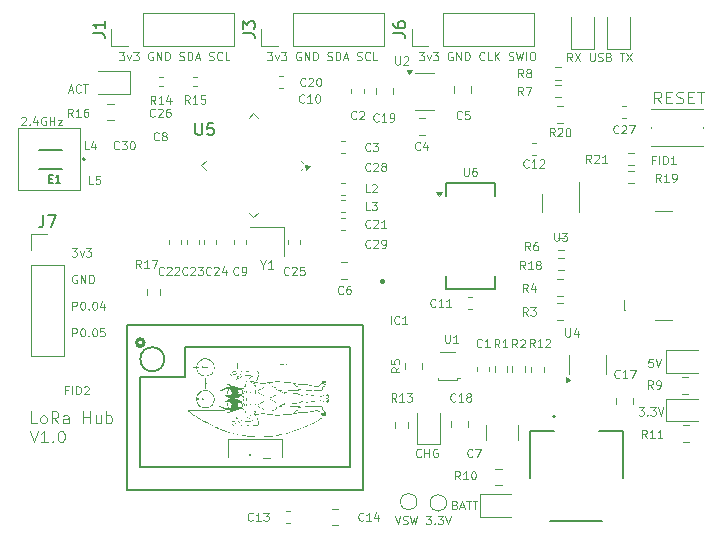
<source format=gbr>
%TF.GenerationSoftware,KiCad,Pcbnew,9.0.3*%
%TF.CreationDate,2025-07-21T13:51:53+02:00*%
%TF.ProjectId,LoRa_Project,4c6f5261-5f50-4726-9f6a-6563742e6b69,rev?*%
%TF.SameCoordinates,Original*%
%TF.FileFunction,Legend,Top*%
%TF.FilePolarity,Positive*%
%FSLAX46Y46*%
G04 Gerber Fmt 4.6, Leading zero omitted, Abs format (unit mm)*
G04 Created by KiCad (PCBNEW 9.0.3) date 2025-07-21 13:51:53*
%MOMM*%
%LPD*%
G01*
G04 APERTURE LIST*
%ADD10C,0.100000*%
%ADD11C,0.150000*%
%ADD12C,0.120000*%
%ADD13C,0.000000*%
%ADD14C,0.127000*%
%ADD15C,0.250000*%
%ADD16C,0.200000*%
G04 APERTURE END LIST*
D10*
X190700000Y-62900000D02*
X196000000Y-62900000D01*
X196000000Y-68100000D01*
X190700000Y-68100000D01*
X190700000Y-62900000D01*
X227715789Y-94767466D02*
X227815789Y-94800800D01*
X227815789Y-94800800D02*
X227849122Y-94834133D01*
X227849122Y-94834133D02*
X227882455Y-94900800D01*
X227882455Y-94900800D02*
X227882455Y-95000800D01*
X227882455Y-95000800D02*
X227849122Y-95067466D01*
X227849122Y-95067466D02*
X227815789Y-95100800D01*
X227815789Y-95100800D02*
X227749122Y-95134133D01*
X227749122Y-95134133D02*
X227482455Y-95134133D01*
X227482455Y-95134133D02*
X227482455Y-94434133D01*
X227482455Y-94434133D02*
X227715789Y-94434133D01*
X227715789Y-94434133D02*
X227782455Y-94467466D01*
X227782455Y-94467466D02*
X227815789Y-94500800D01*
X227815789Y-94500800D02*
X227849122Y-94567466D01*
X227849122Y-94567466D02*
X227849122Y-94634133D01*
X227849122Y-94634133D02*
X227815789Y-94700800D01*
X227815789Y-94700800D02*
X227782455Y-94734133D01*
X227782455Y-94734133D02*
X227715789Y-94767466D01*
X227715789Y-94767466D02*
X227482455Y-94767466D01*
X228149122Y-94934133D02*
X228482455Y-94934133D01*
X228082455Y-95134133D02*
X228315789Y-94434133D01*
X228315789Y-94434133D02*
X228549122Y-95134133D01*
X228682455Y-94434133D02*
X229082455Y-94434133D01*
X228882455Y-95134133D02*
X228882455Y-94434133D01*
X229215788Y-94434133D02*
X229615788Y-94434133D01*
X229415788Y-95134133D02*
X229415788Y-94434133D01*
X225265789Y-95709133D02*
X225699122Y-95709133D01*
X225699122Y-95709133D02*
X225465789Y-95975800D01*
X225465789Y-95975800D02*
X225565789Y-95975800D01*
X225565789Y-95975800D02*
X225632455Y-96009133D01*
X225632455Y-96009133D02*
X225665789Y-96042466D01*
X225665789Y-96042466D02*
X225699122Y-96109133D01*
X225699122Y-96109133D02*
X225699122Y-96275800D01*
X225699122Y-96275800D02*
X225665789Y-96342466D01*
X225665789Y-96342466D02*
X225632455Y-96375800D01*
X225632455Y-96375800D02*
X225565789Y-96409133D01*
X225565789Y-96409133D02*
X225365789Y-96409133D01*
X225365789Y-96409133D02*
X225299122Y-96375800D01*
X225299122Y-96375800D02*
X225265789Y-96342466D01*
X225999122Y-96342466D02*
X226032456Y-96375800D01*
X226032456Y-96375800D02*
X225999122Y-96409133D01*
X225999122Y-96409133D02*
X225965789Y-96375800D01*
X225965789Y-96375800D02*
X225999122Y-96342466D01*
X225999122Y-96342466D02*
X225999122Y-96409133D01*
X226265789Y-95709133D02*
X226699122Y-95709133D01*
X226699122Y-95709133D02*
X226465789Y-95975800D01*
X226465789Y-95975800D02*
X226565789Y-95975800D01*
X226565789Y-95975800D02*
X226632455Y-96009133D01*
X226632455Y-96009133D02*
X226665789Y-96042466D01*
X226665789Y-96042466D02*
X226699122Y-96109133D01*
X226699122Y-96109133D02*
X226699122Y-96275800D01*
X226699122Y-96275800D02*
X226665789Y-96342466D01*
X226665789Y-96342466D02*
X226632455Y-96375800D01*
X226632455Y-96375800D02*
X226565789Y-96409133D01*
X226565789Y-96409133D02*
X226365789Y-96409133D01*
X226365789Y-96409133D02*
X226299122Y-96375800D01*
X226299122Y-96375800D02*
X226265789Y-96342466D01*
X226899122Y-95709133D02*
X227132456Y-96409133D01*
X227132456Y-96409133D02*
X227365789Y-95709133D01*
X237632455Y-57209133D02*
X237399122Y-56875800D01*
X237232455Y-57209133D02*
X237232455Y-56509133D01*
X237232455Y-56509133D02*
X237499122Y-56509133D01*
X237499122Y-56509133D02*
X237565789Y-56542466D01*
X237565789Y-56542466D02*
X237599122Y-56575800D01*
X237599122Y-56575800D02*
X237632455Y-56642466D01*
X237632455Y-56642466D02*
X237632455Y-56742466D01*
X237632455Y-56742466D02*
X237599122Y-56809133D01*
X237599122Y-56809133D02*
X237565789Y-56842466D01*
X237565789Y-56842466D02*
X237499122Y-56875800D01*
X237499122Y-56875800D02*
X237232455Y-56875800D01*
X237865789Y-56509133D02*
X238332455Y-57209133D01*
X238332455Y-56509133D02*
X237865789Y-57209133D01*
X239132455Y-56509133D02*
X239132455Y-57075800D01*
X239132455Y-57075800D02*
X239165789Y-57142466D01*
X239165789Y-57142466D02*
X239199122Y-57175800D01*
X239199122Y-57175800D02*
X239265789Y-57209133D01*
X239265789Y-57209133D02*
X239399122Y-57209133D01*
X239399122Y-57209133D02*
X239465789Y-57175800D01*
X239465789Y-57175800D02*
X239499122Y-57142466D01*
X239499122Y-57142466D02*
X239532455Y-57075800D01*
X239532455Y-57075800D02*
X239532455Y-56509133D01*
X239832455Y-57175800D02*
X239932455Y-57209133D01*
X239932455Y-57209133D02*
X240099122Y-57209133D01*
X240099122Y-57209133D02*
X240165788Y-57175800D01*
X240165788Y-57175800D02*
X240199122Y-57142466D01*
X240199122Y-57142466D02*
X240232455Y-57075800D01*
X240232455Y-57075800D02*
X240232455Y-57009133D01*
X240232455Y-57009133D02*
X240199122Y-56942466D01*
X240199122Y-56942466D02*
X240165788Y-56909133D01*
X240165788Y-56909133D02*
X240099122Y-56875800D01*
X240099122Y-56875800D02*
X239965788Y-56842466D01*
X239965788Y-56842466D02*
X239899122Y-56809133D01*
X239899122Y-56809133D02*
X239865788Y-56775800D01*
X239865788Y-56775800D02*
X239832455Y-56709133D01*
X239832455Y-56709133D02*
X239832455Y-56642466D01*
X239832455Y-56642466D02*
X239865788Y-56575800D01*
X239865788Y-56575800D02*
X239899122Y-56542466D01*
X239899122Y-56542466D02*
X239965788Y-56509133D01*
X239965788Y-56509133D02*
X240132455Y-56509133D01*
X240132455Y-56509133D02*
X240232455Y-56542466D01*
X240765789Y-56842466D02*
X240865789Y-56875800D01*
X240865789Y-56875800D02*
X240899122Y-56909133D01*
X240899122Y-56909133D02*
X240932455Y-56975800D01*
X240932455Y-56975800D02*
X240932455Y-57075800D01*
X240932455Y-57075800D02*
X240899122Y-57142466D01*
X240899122Y-57142466D02*
X240865789Y-57175800D01*
X240865789Y-57175800D02*
X240799122Y-57209133D01*
X240799122Y-57209133D02*
X240532455Y-57209133D01*
X240532455Y-57209133D02*
X240532455Y-56509133D01*
X240532455Y-56509133D02*
X240765789Y-56509133D01*
X240765789Y-56509133D02*
X240832455Y-56542466D01*
X240832455Y-56542466D02*
X240865789Y-56575800D01*
X240865789Y-56575800D02*
X240899122Y-56642466D01*
X240899122Y-56642466D02*
X240899122Y-56709133D01*
X240899122Y-56709133D02*
X240865789Y-56775800D01*
X240865789Y-56775800D02*
X240832455Y-56809133D01*
X240832455Y-56809133D02*
X240765789Y-56842466D01*
X240765789Y-56842466D02*
X240532455Y-56842466D01*
X241665788Y-56509133D02*
X242065788Y-56509133D01*
X241865788Y-57209133D02*
X241865788Y-56509133D01*
X242232455Y-56509133D02*
X242699121Y-57209133D01*
X242699121Y-56509133D02*
X242232455Y-57209133D01*
X222632455Y-95709133D02*
X222865789Y-96409133D01*
X222865789Y-96409133D02*
X223099122Y-95709133D01*
X223299122Y-96375800D02*
X223399122Y-96409133D01*
X223399122Y-96409133D02*
X223565789Y-96409133D01*
X223565789Y-96409133D02*
X223632455Y-96375800D01*
X223632455Y-96375800D02*
X223665789Y-96342466D01*
X223665789Y-96342466D02*
X223699122Y-96275800D01*
X223699122Y-96275800D02*
X223699122Y-96209133D01*
X223699122Y-96209133D02*
X223665789Y-96142466D01*
X223665789Y-96142466D02*
X223632455Y-96109133D01*
X223632455Y-96109133D02*
X223565789Y-96075800D01*
X223565789Y-96075800D02*
X223432455Y-96042466D01*
X223432455Y-96042466D02*
X223365789Y-96009133D01*
X223365789Y-96009133D02*
X223332455Y-95975800D01*
X223332455Y-95975800D02*
X223299122Y-95909133D01*
X223299122Y-95909133D02*
X223299122Y-95842466D01*
X223299122Y-95842466D02*
X223332455Y-95775800D01*
X223332455Y-95775800D02*
X223365789Y-95742466D01*
X223365789Y-95742466D02*
X223432455Y-95709133D01*
X223432455Y-95709133D02*
X223599122Y-95709133D01*
X223599122Y-95709133D02*
X223699122Y-95742466D01*
X223932456Y-95709133D02*
X224099122Y-96409133D01*
X224099122Y-96409133D02*
X224232456Y-95909133D01*
X224232456Y-95909133D02*
X224365789Y-96409133D01*
X224365789Y-96409133D02*
X224532456Y-95709133D01*
X190999122Y-61975800D02*
X191032455Y-61942466D01*
X191032455Y-61942466D02*
X191099122Y-61909133D01*
X191099122Y-61909133D02*
X191265789Y-61909133D01*
X191265789Y-61909133D02*
X191332455Y-61942466D01*
X191332455Y-61942466D02*
X191365789Y-61975800D01*
X191365789Y-61975800D02*
X191399122Y-62042466D01*
X191399122Y-62042466D02*
X191399122Y-62109133D01*
X191399122Y-62109133D02*
X191365789Y-62209133D01*
X191365789Y-62209133D02*
X190965789Y-62609133D01*
X190965789Y-62609133D02*
X191399122Y-62609133D01*
X191699122Y-62542466D02*
X191732456Y-62575800D01*
X191732456Y-62575800D02*
X191699122Y-62609133D01*
X191699122Y-62609133D02*
X191665789Y-62575800D01*
X191665789Y-62575800D02*
X191699122Y-62542466D01*
X191699122Y-62542466D02*
X191699122Y-62609133D01*
X192332455Y-62142466D02*
X192332455Y-62609133D01*
X192165789Y-61875800D02*
X191999122Y-62375800D01*
X191999122Y-62375800D02*
X192432455Y-62375800D01*
X193065789Y-61942466D02*
X192999122Y-61909133D01*
X192999122Y-61909133D02*
X192899122Y-61909133D01*
X192899122Y-61909133D02*
X192799122Y-61942466D01*
X192799122Y-61942466D02*
X192732456Y-62009133D01*
X192732456Y-62009133D02*
X192699122Y-62075800D01*
X192699122Y-62075800D02*
X192665789Y-62209133D01*
X192665789Y-62209133D02*
X192665789Y-62309133D01*
X192665789Y-62309133D02*
X192699122Y-62442466D01*
X192699122Y-62442466D02*
X192732456Y-62509133D01*
X192732456Y-62509133D02*
X192799122Y-62575800D01*
X192799122Y-62575800D02*
X192899122Y-62609133D01*
X192899122Y-62609133D02*
X192965789Y-62609133D01*
X192965789Y-62609133D02*
X193065789Y-62575800D01*
X193065789Y-62575800D02*
X193099122Y-62542466D01*
X193099122Y-62542466D02*
X193099122Y-62309133D01*
X193099122Y-62309133D02*
X192965789Y-62309133D01*
X193399122Y-62609133D02*
X193399122Y-61909133D01*
X193399122Y-62242466D02*
X193799122Y-62242466D01*
X193799122Y-62609133D02*
X193799122Y-61909133D01*
X194065789Y-62142466D02*
X194432455Y-62142466D01*
X194432455Y-62142466D02*
X194065789Y-62609133D01*
X194065789Y-62609133D02*
X194432455Y-62609133D01*
X192330074Y-87862475D02*
X191853884Y-87862475D01*
X191853884Y-87862475D02*
X191853884Y-86862475D01*
X192806265Y-87862475D02*
X192711027Y-87814856D01*
X192711027Y-87814856D02*
X192663408Y-87767236D01*
X192663408Y-87767236D02*
X192615789Y-87671998D01*
X192615789Y-87671998D02*
X192615789Y-87386284D01*
X192615789Y-87386284D02*
X192663408Y-87291046D01*
X192663408Y-87291046D02*
X192711027Y-87243427D01*
X192711027Y-87243427D02*
X192806265Y-87195808D01*
X192806265Y-87195808D02*
X192949122Y-87195808D01*
X192949122Y-87195808D02*
X193044360Y-87243427D01*
X193044360Y-87243427D02*
X193091979Y-87291046D01*
X193091979Y-87291046D02*
X193139598Y-87386284D01*
X193139598Y-87386284D02*
X193139598Y-87671998D01*
X193139598Y-87671998D02*
X193091979Y-87767236D01*
X193091979Y-87767236D02*
X193044360Y-87814856D01*
X193044360Y-87814856D02*
X192949122Y-87862475D01*
X192949122Y-87862475D02*
X192806265Y-87862475D01*
X194139598Y-87862475D02*
X193806265Y-87386284D01*
X193568170Y-87862475D02*
X193568170Y-86862475D01*
X193568170Y-86862475D02*
X193949122Y-86862475D01*
X193949122Y-86862475D02*
X194044360Y-86910094D01*
X194044360Y-86910094D02*
X194091979Y-86957713D01*
X194091979Y-86957713D02*
X194139598Y-87052951D01*
X194139598Y-87052951D02*
X194139598Y-87195808D01*
X194139598Y-87195808D02*
X194091979Y-87291046D01*
X194091979Y-87291046D02*
X194044360Y-87338665D01*
X194044360Y-87338665D02*
X193949122Y-87386284D01*
X193949122Y-87386284D02*
X193568170Y-87386284D01*
X194996741Y-87862475D02*
X194996741Y-87338665D01*
X194996741Y-87338665D02*
X194949122Y-87243427D01*
X194949122Y-87243427D02*
X194853884Y-87195808D01*
X194853884Y-87195808D02*
X194663408Y-87195808D01*
X194663408Y-87195808D02*
X194568170Y-87243427D01*
X194996741Y-87814856D02*
X194901503Y-87862475D01*
X194901503Y-87862475D02*
X194663408Y-87862475D01*
X194663408Y-87862475D02*
X194568170Y-87814856D01*
X194568170Y-87814856D02*
X194520551Y-87719617D01*
X194520551Y-87719617D02*
X194520551Y-87624379D01*
X194520551Y-87624379D02*
X194568170Y-87529141D01*
X194568170Y-87529141D02*
X194663408Y-87481522D01*
X194663408Y-87481522D02*
X194901503Y-87481522D01*
X194901503Y-87481522D02*
X194996741Y-87433903D01*
X196234837Y-87862475D02*
X196234837Y-86862475D01*
X196234837Y-87338665D02*
X196806265Y-87338665D01*
X196806265Y-87862475D02*
X196806265Y-86862475D01*
X197711027Y-87195808D02*
X197711027Y-87862475D01*
X197282456Y-87195808D02*
X197282456Y-87719617D01*
X197282456Y-87719617D02*
X197330075Y-87814856D01*
X197330075Y-87814856D02*
X197425313Y-87862475D01*
X197425313Y-87862475D02*
X197568170Y-87862475D01*
X197568170Y-87862475D02*
X197663408Y-87814856D01*
X197663408Y-87814856D02*
X197711027Y-87767236D01*
X198187218Y-87862475D02*
X198187218Y-86862475D01*
X198187218Y-87243427D02*
X198282456Y-87195808D01*
X198282456Y-87195808D02*
X198472932Y-87195808D01*
X198472932Y-87195808D02*
X198568170Y-87243427D01*
X198568170Y-87243427D02*
X198615789Y-87291046D01*
X198615789Y-87291046D02*
X198663408Y-87386284D01*
X198663408Y-87386284D02*
X198663408Y-87671998D01*
X198663408Y-87671998D02*
X198615789Y-87767236D01*
X198615789Y-87767236D02*
X198568170Y-87814856D01*
X198568170Y-87814856D02*
X198472932Y-87862475D01*
X198472932Y-87862475D02*
X198282456Y-87862475D01*
X198282456Y-87862475D02*
X198187218Y-87814856D01*
X191711027Y-88472419D02*
X192044360Y-89472419D01*
X192044360Y-89472419D02*
X192377693Y-88472419D01*
X193234836Y-89472419D02*
X192663408Y-89472419D01*
X192949122Y-89472419D02*
X192949122Y-88472419D01*
X192949122Y-88472419D02*
X192853884Y-88615276D01*
X192853884Y-88615276D02*
X192758646Y-88710514D01*
X192758646Y-88710514D02*
X192663408Y-88758133D01*
X193663408Y-89377180D02*
X193711027Y-89424800D01*
X193711027Y-89424800D02*
X193663408Y-89472419D01*
X193663408Y-89472419D02*
X193615789Y-89424800D01*
X193615789Y-89424800D02*
X193663408Y-89377180D01*
X193663408Y-89377180D02*
X193663408Y-89472419D01*
X194330074Y-88472419D02*
X194425312Y-88472419D01*
X194425312Y-88472419D02*
X194520550Y-88520038D01*
X194520550Y-88520038D02*
X194568169Y-88567657D01*
X194568169Y-88567657D02*
X194615788Y-88662895D01*
X194615788Y-88662895D02*
X194663407Y-88853371D01*
X194663407Y-88853371D02*
X194663407Y-89091466D01*
X194663407Y-89091466D02*
X194615788Y-89281942D01*
X194615788Y-89281942D02*
X194568169Y-89377180D01*
X194568169Y-89377180D02*
X194520550Y-89424800D01*
X194520550Y-89424800D02*
X194425312Y-89472419D01*
X194425312Y-89472419D02*
X194330074Y-89472419D01*
X194330074Y-89472419D02*
X194234836Y-89424800D01*
X194234836Y-89424800D02*
X194187217Y-89377180D01*
X194187217Y-89377180D02*
X194139598Y-89281942D01*
X194139598Y-89281942D02*
X194091979Y-89091466D01*
X194091979Y-89091466D02*
X194091979Y-88853371D01*
X194091979Y-88853371D02*
X194139598Y-88662895D01*
X194139598Y-88662895D02*
X194187217Y-88567657D01*
X194187217Y-88567657D02*
X194234836Y-88520038D01*
X194234836Y-88520038D02*
X194330074Y-88472419D01*
X195265789Y-73047367D02*
X195699122Y-73047367D01*
X195699122Y-73047367D02*
X195465789Y-73314034D01*
X195465789Y-73314034D02*
X195565789Y-73314034D01*
X195565789Y-73314034D02*
X195632455Y-73347367D01*
X195632455Y-73347367D02*
X195665789Y-73380700D01*
X195665789Y-73380700D02*
X195699122Y-73447367D01*
X195699122Y-73447367D02*
X195699122Y-73614034D01*
X195699122Y-73614034D02*
X195665789Y-73680700D01*
X195665789Y-73680700D02*
X195632455Y-73714034D01*
X195632455Y-73714034D02*
X195565789Y-73747367D01*
X195565789Y-73747367D02*
X195365789Y-73747367D01*
X195365789Y-73747367D02*
X195299122Y-73714034D01*
X195299122Y-73714034D02*
X195265789Y-73680700D01*
X195932456Y-73280700D02*
X196099122Y-73747367D01*
X196099122Y-73747367D02*
X196265789Y-73280700D01*
X196465789Y-73047367D02*
X196899122Y-73047367D01*
X196899122Y-73047367D02*
X196665789Y-73314034D01*
X196665789Y-73314034D02*
X196765789Y-73314034D01*
X196765789Y-73314034D02*
X196832455Y-73347367D01*
X196832455Y-73347367D02*
X196865789Y-73380700D01*
X196865789Y-73380700D02*
X196899122Y-73447367D01*
X196899122Y-73447367D02*
X196899122Y-73614034D01*
X196899122Y-73614034D02*
X196865789Y-73680700D01*
X196865789Y-73680700D02*
X196832455Y-73714034D01*
X196832455Y-73714034D02*
X196765789Y-73747367D01*
X196765789Y-73747367D02*
X196565789Y-73747367D01*
X196565789Y-73747367D02*
X196499122Y-73714034D01*
X196499122Y-73714034D02*
X196465789Y-73680700D01*
X195699122Y-75334622D02*
X195632455Y-75301289D01*
X195632455Y-75301289D02*
X195532455Y-75301289D01*
X195532455Y-75301289D02*
X195432455Y-75334622D01*
X195432455Y-75334622D02*
X195365789Y-75401289D01*
X195365789Y-75401289D02*
X195332455Y-75467956D01*
X195332455Y-75467956D02*
X195299122Y-75601289D01*
X195299122Y-75601289D02*
X195299122Y-75701289D01*
X195299122Y-75701289D02*
X195332455Y-75834622D01*
X195332455Y-75834622D02*
X195365789Y-75901289D01*
X195365789Y-75901289D02*
X195432455Y-75967956D01*
X195432455Y-75967956D02*
X195532455Y-76001289D01*
X195532455Y-76001289D02*
X195599122Y-76001289D01*
X195599122Y-76001289D02*
X195699122Y-75967956D01*
X195699122Y-75967956D02*
X195732455Y-75934622D01*
X195732455Y-75934622D02*
X195732455Y-75701289D01*
X195732455Y-75701289D02*
X195599122Y-75701289D01*
X196032455Y-76001289D02*
X196032455Y-75301289D01*
X196032455Y-75301289D02*
X196432455Y-76001289D01*
X196432455Y-76001289D02*
X196432455Y-75301289D01*
X196765788Y-76001289D02*
X196765788Y-75301289D01*
X196765788Y-75301289D02*
X196932455Y-75301289D01*
X196932455Y-75301289D02*
X197032455Y-75334622D01*
X197032455Y-75334622D02*
X197099122Y-75401289D01*
X197099122Y-75401289D02*
X197132455Y-75467956D01*
X197132455Y-75467956D02*
X197165788Y-75601289D01*
X197165788Y-75601289D02*
X197165788Y-75701289D01*
X197165788Y-75701289D02*
X197132455Y-75834622D01*
X197132455Y-75834622D02*
X197099122Y-75901289D01*
X197099122Y-75901289D02*
X197032455Y-75967956D01*
X197032455Y-75967956D02*
X196932455Y-76001289D01*
X196932455Y-76001289D02*
X196765788Y-76001289D01*
X195332455Y-78255211D02*
X195332455Y-77555211D01*
X195332455Y-77555211D02*
X195599122Y-77555211D01*
X195599122Y-77555211D02*
X195665789Y-77588544D01*
X195665789Y-77588544D02*
X195699122Y-77621878D01*
X195699122Y-77621878D02*
X195732455Y-77688544D01*
X195732455Y-77688544D02*
X195732455Y-77788544D01*
X195732455Y-77788544D02*
X195699122Y-77855211D01*
X195699122Y-77855211D02*
X195665789Y-77888544D01*
X195665789Y-77888544D02*
X195599122Y-77921878D01*
X195599122Y-77921878D02*
X195332455Y-77921878D01*
X196165789Y-77555211D02*
X196232455Y-77555211D01*
X196232455Y-77555211D02*
X196299122Y-77588544D01*
X196299122Y-77588544D02*
X196332455Y-77621878D01*
X196332455Y-77621878D02*
X196365789Y-77688544D01*
X196365789Y-77688544D02*
X196399122Y-77821878D01*
X196399122Y-77821878D02*
X196399122Y-77988544D01*
X196399122Y-77988544D02*
X196365789Y-78121878D01*
X196365789Y-78121878D02*
X196332455Y-78188544D01*
X196332455Y-78188544D02*
X196299122Y-78221878D01*
X196299122Y-78221878D02*
X196232455Y-78255211D01*
X196232455Y-78255211D02*
X196165789Y-78255211D01*
X196165789Y-78255211D02*
X196099122Y-78221878D01*
X196099122Y-78221878D02*
X196065789Y-78188544D01*
X196065789Y-78188544D02*
X196032455Y-78121878D01*
X196032455Y-78121878D02*
X195999122Y-77988544D01*
X195999122Y-77988544D02*
X195999122Y-77821878D01*
X195999122Y-77821878D02*
X196032455Y-77688544D01*
X196032455Y-77688544D02*
X196065789Y-77621878D01*
X196065789Y-77621878D02*
X196099122Y-77588544D01*
X196099122Y-77588544D02*
X196165789Y-77555211D01*
X196699122Y-78188544D02*
X196732456Y-78221878D01*
X196732456Y-78221878D02*
X196699122Y-78255211D01*
X196699122Y-78255211D02*
X196665789Y-78221878D01*
X196665789Y-78221878D02*
X196699122Y-78188544D01*
X196699122Y-78188544D02*
X196699122Y-78255211D01*
X197165789Y-77555211D02*
X197232455Y-77555211D01*
X197232455Y-77555211D02*
X197299122Y-77588544D01*
X197299122Y-77588544D02*
X197332455Y-77621878D01*
X197332455Y-77621878D02*
X197365789Y-77688544D01*
X197365789Y-77688544D02*
X197399122Y-77821878D01*
X197399122Y-77821878D02*
X197399122Y-77988544D01*
X197399122Y-77988544D02*
X197365789Y-78121878D01*
X197365789Y-78121878D02*
X197332455Y-78188544D01*
X197332455Y-78188544D02*
X197299122Y-78221878D01*
X197299122Y-78221878D02*
X197232455Y-78255211D01*
X197232455Y-78255211D02*
X197165789Y-78255211D01*
X197165789Y-78255211D02*
X197099122Y-78221878D01*
X197099122Y-78221878D02*
X197065789Y-78188544D01*
X197065789Y-78188544D02*
X197032455Y-78121878D01*
X197032455Y-78121878D02*
X196999122Y-77988544D01*
X196999122Y-77988544D02*
X196999122Y-77821878D01*
X196999122Y-77821878D02*
X197032455Y-77688544D01*
X197032455Y-77688544D02*
X197065789Y-77621878D01*
X197065789Y-77621878D02*
X197099122Y-77588544D01*
X197099122Y-77588544D02*
X197165789Y-77555211D01*
X197999122Y-77788544D02*
X197999122Y-78255211D01*
X197832456Y-77521878D02*
X197665789Y-78021878D01*
X197665789Y-78021878D02*
X198099122Y-78021878D01*
X195332455Y-80509133D02*
X195332455Y-79809133D01*
X195332455Y-79809133D02*
X195599122Y-79809133D01*
X195599122Y-79809133D02*
X195665789Y-79842466D01*
X195665789Y-79842466D02*
X195699122Y-79875800D01*
X195699122Y-79875800D02*
X195732455Y-79942466D01*
X195732455Y-79942466D02*
X195732455Y-80042466D01*
X195732455Y-80042466D02*
X195699122Y-80109133D01*
X195699122Y-80109133D02*
X195665789Y-80142466D01*
X195665789Y-80142466D02*
X195599122Y-80175800D01*
X195599122Y-80175800D02*
X195332455Y-80175800D01*
X196165789Y-79809133D02*
X196232455Y-79809133D01*
X196232455Y-79809133D02*
X196299122Y-79842466D01*
X196299122Y-79842466D02*
X196332455Y-79875800D01*
X196332455Y-79875800D02*
X196365789Y-79942466D01*
X196365789Y-79942466D02*
X196399122Y-80075800D01*
X196399122Y-80075800D02*
X196399122Y-80242466D01*
X196399122Y-80242466D02*
X196365789Y-80375800D01*
X196365789Y-80375800D02*
X196332455Y-80442466D01*
X196332455Y-80442466D02*
X196299122Y-80475800D01*
X196299122Y-80475800D02*
X196232455Y-80509133D01*
X196232455Y-80509133D02*
X196165789Y-80509133D01*
X196165789Y-80509133D02*
X196099122Y-80475800D01*
X196099122Y-80475800D02*
X196065789Y-80442466D01*
X196065789Y-80442466D02*
X196032455Y-80375800D01*
X196032455Y-80375800D02*
X195999122Y-80242466D01*
X195999122Y-80242466D02*
X195999122Y-80075800D01*
X195999122Y-80075800D02*
X196032455Y-79942466D01*
X196032455Y-79942466D02*
X196065789Y-79875800D01*
X196065789Y-79875800D02*
X196099122Y-79842466D01*
X196099122Y-79842466D02*
X196165789Y-79809133D01*
X196699122Y-80442466D02*
X196732456Y-80475800D01*
X196732456Y-80475800D02*
X196699122Y-80509133D01*
X196699122Y-80509133D02*
X196665789Y-80475800D01*
X196665789Y-80475800D02*
X196699122Y-80442466D01*
X196699122Y-80442466D02*
X196699122Y-80509133D01*
X197165789Y-79809133D02*
X197232455Y-79809133D01*
X197232455Y-79809133D02*
X197299122Y-79842466D01*
X197299122Y-79842466D02*
X197332455Y-79875800D01*
X197332455Y-79875800D02*
X197365789Y-79942466D01*
X197365789Y-79942466D02*
X197399122Y-80075800D01*
X197399122Y-80075800D02*
X197399122Y-80242466D01*
X197399122Y-80242466D02*
X197365789Y-80375800D01*
X197365789Y-80375800D02*
X197332455Y-80442466D01*
X197332455Y-80442466D02*
X197299122Y-80475800D01*
X197299122Y-80475800D02*
X197232455Y-80509133D01*
X197232455Y-80509133D02*
X197165789Y-80509133D01*
X197165789Y-80509133D02*
X197099122Y-80475800D01*
X197099122Y-80475800D02*
X197065789Y-80442466D01*
X197065789Y-80442466D02*
X197032455Y-80375800D01*
X197032455Y-80375800D02*
X196999122Y-80242466D01*
X196999122Y-80242466D02*
X196999122Y-80075800D01*
X196999122Y-80075800D02*
X197032455Y-79942466D01*
X197032455Y-79942466D02*
X197065789Y-79875800D01*
X197065789Y-79875800D02*
X197099122Y-79842466D01*
X197099122Y-79842466D02*
X197165789Y-79809133D01*
X198032456Y-79809133D02*
X197699122Y-79809133D01*
X197699122Y-79809133D02*
X197665789Y-80142466D01*
X197665789Y-80142466D02*
X197699122Y-80109133D01*
X197699122Y-80109133D02*
X197765789Y-80075800D01*
X197765789Y-80075800D02*
X197932456Y-80075800D01*
X197932456Y-80075800D02*
X197999122Y-80109133D01*
X197999122Y-80109133D02*
X198032456Y-80142466D01*
X198032456Y-80142466D02*
X198065789Y-80209133D01*
X198065789Y-80209133D02*
X198065789Y-80375800D01*
X198065789Y-80375800D02*
X198032456Y-80442466D01*
X198032456Y-80442466D02*
X197999122Y-80475800D01*
X197999122Y-80475800D02*
X197932456Y-80509133D01*
X197932456Y-80509133D02*
X197765789Y-80509133D01*
X197765789Y-80509133D02*
X197699122Y-80475800D01*
X197699122Y-80475800D02*
X197665789Y-80442466D01*
X224665789Y-56434133D02*
X225099122Y-56434133D01*
X225099122Y-56434133D02*
X224865789Y-56700800D01*
X224865789Y-56700800D02*
X224965789Y-56700800D01*
X224965789Y-56700800D02*
X225032455Y-56734133D01*
X225032455Y-56734133D02*
X225065789Y-56767466D01*
X225065789Y-56767466D02*
X225099122Y-56834133D01*
X225099122Y-56834133D02*
X225099122Y-57000800D01*
X225099122Y-57000800D02*
X225065789Y-57067466D01*
X225065789Y-57067466D02*
X225032455Y-57100800D01*
X225032455Y-57100800D02*
X224965789Y-57134133D01*
X224965789Y-57134133D02*
X224765789Y-57134133D01*
X224765789Y-57134133D02*
X224699122Y-57100800D01*
X224699122Y-57100800D02*
X224665789Y-57067466D01*
X225332456Y-56667466D02*
X225499122Y-57134133D01*
X225499122Y-57134133D02*
X225665789Y-56667466D01*
X225865789Y-56434133D02*
X226299122Y-56434133D01*
X226299122Y-56434133D02*
X226065789Y-56700800D01*
X226065789Y-56700800D02*
X226165789Y-56700800D01*
X226165789Y-56700800D02*
X226232455Y-56734133D01*
X226232455Y-56734133D02*
X226265789Y-56767466D01*
X226265789Y-56767466D02*
X226299122Y-56834133D01*
X226299122Y-56834133D02*
X226299122Y-57000800D01*
X226299122Y-57000800D02*
X226265789Y-57067466D01*
X226265789Y-57067466D02*
X226232455Y-57100800D01*
X226232455Y-57100800D02*
X226165789Y-57134133D01*
X226165789Y-57134133D02*
X225965789Y-57134133D01*
X225965789Y-57134133D02*
X225899122Y-57100800D01*
X225899122Y-57100800D02*
X225865789Y-57067466D01*
X227499122Y-56467466D02*
X227432455Y-56434133D01*
X227432455Y-56434133D02*
X227332455Y-56434133D01*
X227332455Y-56434133D02*
X227232455Y-56467466D01*
X227232455Y-56467466D02*
X227165789Y-56534133D01*
X227165789Y-56534133D02*
X227132455Y-56600800D01*
X227132455Y-56600800D02*
X227099122Y-56734133D01*
X227099122Y-56734133D02*
X227099122Y-56834133D01*
X227099122Y-56834133D02*
X227132455Y-56967466D01*
X227132455Y-56967466D02*
X227165789Y-57034133D01*
X227165789Y-57034133D02*
X227232455Y-57100800D01*
X227232455Y-57100800D02*
X227332455Y-57134133D01*
X227332455Y-57134133D02*
X227399122Y-57134133D01*
X227399122Y-57134133D02*
X227499122Y-57100800D01*
X227499122Y-57100800D02*
X227532455Y-57067466D01*
X227532455Y-57067466D02*
X227532455Y-56834133D01*
X227532455Y-56834133D02*
X227399122Y-56834133D01*
X227832455Y-57134133D02*
X227832455Y-56434133D01*
X227832455Y-56434133D02*
X228232455Y-57134133D01*
X228232455Y-57134133D02*
X228232455Y-56434133D01*
X228565788Y-57134133D02*
X228565788Y-56434133D01*
X228565788Y-56434133D02*
X228732455Y-56434133D01*
X228732455Y-56434133D02*
X228832455Y-56467466D01*
X228832455Y-56467466D02*
X228899122Y-56534133D01*
X228899122Y-56534133D02*
X228932455Y-56600800D01*
X228932455Y-56600800D02*
X228965788Y-56734133D01*
X228965788Y-56734133D02*
X228965788Y-56834133D01*
X228965788Y-56834133D02*
X228932455Y-56967466D01*
X228932455Y-56967466D02*
X228899122Y-57034133D01*
X228899122Y-57034133D02*
X228832455Y-57100800D01*
X228832455Y-57100800D02*
X228732455Y-57134133D01*
X228732455Y-57134133D02*
X228565788Y-57134133D01*
X230199121Y-57067466D02*
X230165788Y-57100800D01*
X230165788Y-57100800D02*
X230065788Y-57134133D01*
X230065788Y-57134133D02*
X229999121Y-57134133D01*
X229999121Y-57134133D02*
X229899121Y-57100800D01*
X229899121Y-57100800D02*
X229832455Y-57034133D01*
X229832455Y-57034133D02*
X229799121Y-56967466D01*
X229799121Y-56967466D02*
X229765788Y-56834133D01*
X229765788Y-56834133D02*
X229765788Y-56734133D01*
X229765788Y-56734133D02*
X229799121Y-56600800D01*
X229799121Y-56600800D02*
X229832455Y-56534133D01*
X229832455Y-56534133D02*
X229899121Y-56467466D01*
X229899121Y-56467466D02*
X229999121Y-56434133D01*
X229999121Y-56434133D02*
X230065788Y-56434133D01*
X230065788Y-56434133D02*
X230165788Y-56467466D01*
X230165788Y-56467466D02*
X230199121Y-56500800D01*
X230832455Y-57134133D02*
X230499121Y-57134133D01*
X230499121Y-57134133D02*
X230499121Y-56434133D01*
X231065788Y-57134133D02*
X231065788Y-56434133D01*
X231465788Y-57134133D02*
X231165788Y-56734133D01*
X231465788Y-56434133D02*
X231065788Y-56834133D01*
X232265788Y-57100800D02*
X232365788Y-57134133D01*
X232365788Y-57134133D02*
X232532455Y-57134133D01*
X232532455Y-57134133D02*
X232599121Y-57100800D01*
X232599121Y-57100800D02*
X232632455Y-57067466D01*
X232632455Y-57067466D02*
X232665788Y-57000800D01*
X232665788Y-57000800D02*
X232665788Y-56934133D01*
X232665788Y-56934133D02*
X232632455Y-56867466D01*
X232632455Y-56867466D02*
X232599121Y-56834133D01*
X232599121Y-56834133D02*
X232532455Y-56800800D01*
X232532455Y-56800800D02*
X232399121Y-56767466D01*
X232399121Y-56767466D02*
X232332455Y-56734133D01*
X232332455Y-56734133D02*
X232299121Y-56700800D01*
X232299121Y-56700800D02*
X232265788Y-56634133D01*
X232265788Y-56634133D02*
X232265788Y-56567466D01*
X232265788Y-56567466D02*
X232299121Y-56500800D01*
X232299121Y-56500800D02*
X232332455Y-56467466D01*
X232332455Y-56467466D02*
X232399121Y-56434133D01*
X232399121Y-56434133D02*
X232565788Y-56434133D01*
X232565788Y-56434133D02*
X232665788Y-56467466D01*
X232899122Y-56434133D02*
X233065788Y-57134133D01*
X233065788Y-57134133D02*
X233199122Y-56634133D01*
X233199122Y-56634133D02*
X233332455Y-57134133D01*
X233332455Y-57134133D02*
X233499122Y-56434133D01*
X233765788Y-57134133D02*
X233765788Y-56434133D01*
X234232455Y-56434133D02*
X234365788Y-56434133D01*
X234365788Y-56434133D02*
X234432455Y-56467466D01*
X234432455Y-56467466D02*
X234499121Y-56534133D01*
X234499121Y-56534133D02*
X234532455Y-56667466D01*
X234532455Y-56667466D02*
X234532455Y-56900800D01*
X234532455Y-56900800D02*
X234499121Y-57034133D01*
X234499121Y-57034133D02*
X234432455Y-57100800D01*
X234432455Y-57100800D02*
X234365788Y-57134133D01*
X234365788Y-57134133D02*
X234232455Y-57134133D01*
X234232455Y-57134133D02*
X234165788Y-57100800D01*
X234165788Y-57100800D02*
X234099121Y-57034133D01*
X234099121Y-57034133D02*
X234065788Y-56900800D01*
X234065788Y-56900800D02*
X234065788Y-56667466D01*
X234065788Y-56667466D02*
X234099121Y-56534133D01*
X234099121Y-56534133D02*
X234165788Y-56467466D01*
X234165788Y-56467466D02*
X234232455Y-56434133D01*
X243265789Y-86509133D02*
X243699122Y-86509133D01*
X243699122Y-86509133D02*
X243465789Y-86775800D01*
X243465789Y-86775800D02*
X243565789Y-86775800D01*
X243565789Y-86775800D02*
X243632455Y-86809133D01*
X243632455Y-86809133D02*
X243665789Y-86842466D01*
X243665789Y-86842466D02*
X243699122Y-86909133D01*
X243699122Y-86909133D02*
X243699122Y-87075800D01*
X243699122Y-87075800D02*
X243665789Y-87142466D01*
X243665789Y-87142466D02*
X243632455Y-87175800D01*
X243632455Y-87175800D02*
X243565789Y-87209133D01*
X243565789Y-87209133D02*
X243365789Y-87209133D01*
X243365789Y-87209133D02*
X243299122Y-87175800D01*
X243299122Y-87175800D02*
X243265789Y-87142466D01*
X243999122Y-87142466D02*
X244032456Y-87175800D01*
X244032456Y-87175800D02*
X243999122Y-87209133D01*
X243999122Y-87209133D02*
X243965789Y-87175800D01*
X243965789Y-87175800D02*
X243999122Y-87142466D01*
X243999122Y-87142466D02*
X243999122Y-87209133D01*
X244265789Y-86509133D02*
X244699122Y-86509133D01*
X244699122Y-86509133D02*
X244465789Y-86775800D01*
X244465789Y-86775800D02*
X244565789Y-86775800D01*
X244565789Y-86775800D02*
X244632455Y-86809133D01*
X244632455Y-86809133D02*
X244665789Y-86842466D01*
X244665789Y-86842466D02*
X244699122Y-86909133D01*
X244699122Y-86909133D02*
X244699122Y-87075800D01*
X244699122Y-87075800D02*
X244665789Y-87142466D01*
X244665789Y-87142466D02*
X244632455Y-87175800D01*
X244632455Y-87175800D02*
X244565789Y-87209133D01*
X244565789Y-87209133D02*
X244365789Y-87209133D01*
X244365789Y-87209133D02*
X244299122Y-87175800D01*
X244299122Y-87175800D02*
X244265789Y-87142466D01*
X244899122Y-86509133D02*
X245132456Y-87209133D01*
X245132456Y-87209133D02*
X245365789Y-86509133D01*
X224832455Y-90642466D02*
X224799122Y-90675800D01*
X224799122Y-90675800D02*
X224699122Y-90709133D01*
X224699122Y-90709133D02*
X224632455Y-90709133D01*
X224632455Y-90709133D02*
X224532455Y-90675800D01*
X224532455Y-90675800D02*
X224465789Y-90609133D01*
X224465789Y-90609133D02*
X224432455Y-90542466D01*
X224432455Y-90542466D02*
X224399122Y-90409133D01*
X224399122Y-90409133D02*
X224399122Y-90309133D01*
X224399122Y-90309133D02*
X224432455Y-90175800D01*
X224432455Y-90175800D02*
X224465789Y-90109133D01*
X224465789Y-90109133D02*
X224532455Y-90042466D01*
X224532455Y-90042466D02*
X224632455Y-90009133D01*
X224632455Y-90009133D02*
X224699122Y-90009133D01*
X224699122Y-90009133D02*
X224799122Y-90042466D01*
X224799122Y-90042466D02*
X224832455Y-90075800D01*
X225132455Y-90709133D02*
X225132455Y-90009133D01*
X225132455Y-90342466D02*
X225532455Y-90342466D01*
X225532455Y-90709133D02*
X225532455Y-90009133D01*
X226232455Y-90042466D02*
X226165788Y-90009133D01*
X226165788Y-90009133D02*
X226065788Y-90009133D01*
X226065788Y-90009133D02*
X225965788Y-90042466D01*
X225965788Y-90042466D02*
X225899122Y-90109133D01*
X225899122Y-90109133D02*
X225865788Y-90175800D01*
X225865788Y-90175800D02*
X225832455Y-90309133D01*
X225832455Y-90309133D02*
X225832455Y-90409133D01*
X225832455Y-90409133D02*
X225865788Y-90542466D01*
X225865788Y-90542466D02*
X225899122Y-90609133D01*
X225899122Y-90609133D02*
X225965788Y-90675800D01*
X225965788Y-90675800D02*
X226065788Y-90709133D01*
X226065788Y-90709133D02*
X226132455Y-90709133D01*
X226132455Y-90709133D02*
X226232455Y-90675800D01*
X226232455Y-90675800D02*
X226265788Y-90642466D01*
X226265788Y-90642466D02*
X226265788Y-90409133D01*
X226265788Y-90409133D02*
X226132455Y-90409133D01*
X199290789Y-56434133D02*
X199724122Y-56434133D01*
X199724122Y-56434133D02*
X199490789Y-56700800D01*
X199490789Y-56700800D02*
X199590789Y-56700800D01*
X199590789Y-56700800D02*
X199657455Y-56734133D01*
X199657455Y-56734133D02*
X199690789Y-56767466D01*
X199690789Y-56767466D02*
X199724122Y-56834133D01*
X199724122Y-56834133D02*
X199724122Y-57000800D01*
X199724122Y-57000800D02*
X199690789Y-57067466D01*
X199690789Y-57067466D02*
X199657455Y-57100800D01*
X199657455Y-57100800D02*
X199590789Y-57134133D01*
X199590789Y-57134133D02*
X199390789Y-57134133D01*
X199390789Y-57134133D02*
X199324122Y-57100800D01*
X199324122Y-57100800D02*
X199290789Y-57067466D01*
X199957456Y-56667466D02*
X200124122Y-57134133D01*
X200124122Y-57134133D02*
X200290789Y-56667466D01*
X200490789Y-56434133D02*
X200924122Y-56434133D01*
X200924122Y-56434133D02*
X200690789Y-56700800D01*
X200690789Y-56700800D02*
X200790789Y-56700800D01*
X200790789Y-56700800D02*
X200857455Y-56734133D01*
X200857455Y-56734133D02*
X200890789Y-56767466D01*
X200890789Y-56767466D02*
X200924122Y-56834133D01*
X200924122Y-56834133D02*
X200924122Y-57000800D01*
X200924122Y-57000800D02*
X200890789Y-57067466D01*
X200890789Y-57067466D02*
X200857455Y-57100800D01*
X200857455Y-57100800D02*
X200790789Y-57134133D01*
X200790789Y-57134133D02*
X200590789Y-57134133D01*
X200590789Y-57134133D02*
X200524122Y-57100800D01*
X200524122Y-57100800D02*
X200490789Y-57067466D01*
X202124122Y-56467466D02*
X202057455Y-56434133D01*
X202057455Y-56434133D02*
X201957455Y-56434133D01*
X201957455Y-56434133D02*
X201857455Y-56467466D01*
X201857455Y-56467466D02*
X201790789Y-56534133D01*
X201790789Y-56534133D02*
X201757455Y-56600800D01*
X201757455Y-56600800D02*
X201724122Y-56734133D01*
X201724122Y-56734133D02*
X201724122Y-56834133D01*
X201724122Y-56834133D02*
X201757455Y-56967466D01*
X201757455Y-56967466D02*
X201790789Y-57034133D01*
X201790789Y-57034133D02*
X201857455Y-57100800D01*
X201857455Y-57100800D02*
X201957455Y-57134133D01*
X201957455Y-57134133D02*
X202024122Y-57134133D01*
X202024122Y-57134133D02*
X202124122Y-57100800D01*
X202124122Y-57100800D02*
X202157455Y-57067466D01*
X202157455Y-57067466D02*
X202157455Y-56834133D01*
X202157455Y-56834133D02*
X202024122Y-56834133D01*
X202457455Y-57134133D02*
X202457455Y-56434133D01*
X202457455Y-56434133D02*
X202857455Y-57134133D01*
X202857455Y-57134133D02*
X202857455Y-56434133D01*
X203190788Y-57134133D02*
X203190788Y-56434133D01*
X203190788Y-56434133D02*
X203357455Y-56434133D01*
X203357455Y-56434133D02*
X203457455Y-56467466D01*
X203457455Y-56467466D02*
X203524122Y-56534133D01*
X203524122Y-56534133D02*
X203557455Y-56600800D01*
X203557455Y-56600800D02*
X203590788Y-56734133D01*
X203590788Y-56734133D02*
X203590788Y-56834133D01*
X203590788Y-56834133D02*
X203557455Y-56967466D01*
X203557455Y-56967466D02*
X203524122Y-57034133D01*
X203524122Y-57034133D02*
X203457455Y-57100800D01*
X203457455Y-57100800D02*
X203357455Y-57134133D01*
X203357455Y-57134133D02*
X203190788Y-57134133D01*
X204390788Y-57100800D02*
X204490788Y-57134133D01*
X204490788Y-57134133D02*
X204657455Y-57134133D01*
X204657455Y-57134133D02*
X204724121Y-57100800D01*
X204724121Y-57100800D02*
X204757455Y-57067466D01*
X204757455Y-57067466D02*
X204790788Y-57000800D01*
X204790788Y-57000800D02*
X204790788Y-56934133D01*
X204790788Y-56934133D02*
X204757455Y-56867466D01*
X204757455Y-56867466D02*
X204724121Y-56834133D01*
X204724121Y-56834133D02*
X204657455Y-56800800D01*
X204657455Y-56800800D02*
X204524121Y-56767466D01*
X204524121Y-56767466D02*
X204457455Y-56734133D01*
X204457455Y-56734133D02*
X204424121Y-56700800D01*
X204424121Y-56700800D02*
X204390788Y-56634133D01*
X204390788Y-56634133D02*
X204390788Y-56567466D01*
X204390788Y-56567466D02*
X204424121Y-56500800D01*
X204424121Y-56500800D02*
X204457455Y-56467466D01*
X204457455Y-56467466D02*
X204524121Y-56434133D01*
X204524121Y-56434133D02*
X204690788Y-56434133D01*
X204690788Y-56434133D02*
X204790788Y-56467466D01*
X205090788Y-57134133D02*
X205090788Y-56434133D01*
X205090788Y-56434133D02*
X205257455Y-56434133D01*
X205257455Y-56434133D02*
X205357455Y-56467466D01*
X205357455Y-56467466D02*
X205424122Y-56534133D01*
X205424122Y-56534133D02*
X205457455Y-56600800D01*
X205457455Y-56600800D02*
X205490788Y-56734133D01*
X205490788Y-56734133D02*
X205490788Y-56834133D01*
X205490788Y-56834133D02*
X205457455Y-56967466D01*
X205457455Y-56967466D02*
X205424122Y-57034133D01*
X205424122Y-57034133D02*
X205357455Y-57100800D01*
X205357455Y-57100800D02*
X205257455Y-57134133D01*
X205257455Y-57134133D02*
X205090788Y-57134133D01*
X205757455Y-56934133D02*
X206090788Y-56934133D01*
X205690788Y-57134133D02*
X205924122Y-56434133D01*
X205924122Y-56434133D02*
X206157455Y-57134133D01*
X206890788Y-57100800D02*
X206990788Y-57134133D01*
X206990788Y-57134133D02*
X207157455Y-57134133D01*
X207157455Y-57134133D02*
X207224121Y-57100800D01*
X207224121Y-57100800D02*
X207257455Y-57067466D01*
X207257455Y-57067466D02*
X207290788Y-57000800D01*
X207290788Y-57000800D02*
X207290788Y-56934133D01*
X207290788Y-56934133D02*
X207257455Y-56867466D01*
X207257455Y-56867466D02*
X207224121Y-56834133D01*
X207224121Y-56834133D02*
X207157455Y-56800800D01*
X207157455Y-56800800D02*
X207024121Y-56767466D01*
X207024121Y-56767466D02*
X206957455Y-56734133D01*
X206957455Y-56734133D02*
X206924121Y-56700800D01*
X206924121Y-56700800D02*
X206890788Y-56634133D01*
X206890788Y-56634133D02*
X206890788Y-56567466D01*
X206890788Y-56567466D02*
X206924121Y-56500800D01*
X206924121Y-56500800D02*
X206957455Y-56467466D01*
X206957455Y-56467466D02*
X207024121Y-56434133D01*
X207024121Y-56434133D02*
X207190788Y-56434133D01*
X207190788Y-56434133D02*
X207290788Y-56467466D01*
X207990788Y-57067466D02*
X207957455Y-57100800D01*
X207957455Y-57100800D02*
X207857455Y-57134133D01*
X207857455Y-57134133D02*
X207790788Y-57134133D01*
X207790788Y-57134133D02*
X207690788Y-57100800D01*
X207690788Y-57100800D02*
X207624122Y-57034133D01*
X207624122Y-57034133D02*
X207590788Y-56967466D01*
X207590788Y-56967466D02*
X207557455Y-56834133D01*
X207557455Y-56834133D02*
X207557455Y-56734133D01*
X207557455Y-56734133D02*
X207590788Y-56600800D01*
X207590788Y-56600800D02*
X207624122Y-56534133D01*
X207624122Y-56534133D02*
X207690788Y-56467466D01*
X207690788Y-56467466D02*
X207790788Y-56434133D01*
X207790788Y-56434133D02*
X207857455Y-56434133D01*
X207857455Y-56434133D02*
X207957455Y-56467466D01*
X207957455Y-56467466D02*
X207990788Y-56500800D01*
X208624122Y-57134133D02*
X208290788Y-57134133D01*
X208290788Y-57134133D02*
X208290788Y-56434133D01*
X244465789Y-82409133D02*
X244132455Y-82409133D01*
X244132455Y-82409133D02*
X244099122Y-82742466D01*
X244099122Y-82742466D02*
X244132455Y-82709133D01*
X244132455Y-82709133D02*
X244199122Y-82675800D01*
X244199122Y-82675800D02*
X244365789Y-82675800D01*
X244365789Y-82675800D02*
X244432455Y-82709133D01*
X244432455Y-82709133D02*
X244465789Y-82742466D01*
X244465789Y-82742466D02*
X244499122Y-82809133D01*
X244499122Y-82809133D02*
X244499122Y-82975800D01*
X244499122Y-82975800D02*
X244465789Y-83042466D01*
X244465789Y-83042466D02*
X244432455Y-83075800D01*
X244432455Y-83075800D02*
X244365789Y-83109133D01*
X244365789Y-83109133D02*
X244199122Y-83109133D01*
X244199122Y-83109133D02*
X244132455Y-83075800D01*
X244132455Y-83075800D02*
X244099122Y-83042466D01*
X244699122Y-82409133D02*
X244932456Y-83109133D01*
X244932456Y-83109133D02*
X245165789Y-82409133D01*
X211815789Y-56434133D02*
X212249122Y-56434133D01*
X212249122Y-56434133D02*
X212015789Y-56700800D01*
X212015789Y-56700800D02*
X212115789Y-56700800D01*
X212115789Y-56700800D02*
X212182455Y-56734133D01*
X212182455Y-56734133D02*
X212215789Y-56767466D01*
X212215789Y-56767466D02*
X212249122Y-56834133D01*
X212249122Y-56834133D02*
X212249122Y-57000800D01*
X212249122Y-57000800D02*
X212215789Y-57067466D01*
X212215789Y-57067466D02*
X212182455Y-57100800D01*
X212182455Y-57100800D02*
X212115789Y-57134133D01*
X212115789Y-57134133D02*
X211915789Y-57134133D01*
X211915789Y-57134133D02*
X211849122Y-57100800D01*
X211849122Y-57100800D02*
X211815789Y-57067466D01*
X212482456Y-56667466D02*
X212649122Y-57134133D01*
X212649122Y-57134133D02*
X212815789Y-56667466D01*
X213015789Y-56434133D02*
X213449122Y-56434133D01*
X213449122Y-56434133D02*
X213215789Y-56700800D01*
X213215789Y-56700800D02*
X213315789Y-56700800D01*
X213315789Y-56700800D02*
X213382455Y-56734133D01*
X213382455Y-56734133D02*
X213415789Y-56767466D01*
X213415789Y-56767466D02*
X213449122Y-56834133D01*
X213449122Y-56834133D02*
X213449122Y-57000800D01*
X213449122Y-57000800D02*
X213415789Y-57067466D01*
X213415789Y-57067466D02*
X213382455Y-57100800D01*
X213382455Y-57100800D02*
X213315789Y-57134133D01*
X213315789Y-57134133D02*
X213115789Y-57134133D01*
X213115789Y-57134133D02*
X213049122Y-57100800D01*
X213049122Y-57100800D02*
X213015789Y-57067466D01*
X214649122Y-56467466D02*
X214582455Y-56434133D01*
X214582455Y-56434133D02*
X214482455Y-56434133D01*
X214482455Y-56434133D02*
X214382455Y-56467466D01*
X214382455Y-56467466D02*
X214315789Y-56534133D01*
X214315789Y-56534133D02*
X214282455Y-56600800D01*
X214282455Y-56600800D02*
X214249122Y-56734133D01*
X214249122Y-56734133D02*
X214249122Y-56834133D01*
X214249122Y-56834133D02*
X214282455Y-56967466D01*
X214282455Y-56967466D02*
X214315789Y-57034133D01*
X214315789Y-57034133D02*
X214382455Y-57100800D01*
X214382455Y-57100800D02*
X214482455Y-57134133D01*
X214482455Y-57134133D02*
X214549122Y-57134133D01*
X214549122Y-57134133D02*
X214649122Y-57100800D01*
X214649122Y-57100800D02*
X214682455Y-57067466D01*
X214682455Y-57067466D02*
X214682455Y-56834133D01*
X214682455Y-56834133D02*
X214549122Y-56834133D01*
X214982455Y-57134133D02*
X214982455Y-56434133D01*
X214982455Y-56434133D02*
X215382455Y-57134133D01*
X215382455Y-57134133D02*
X215382455Y-56434133D01*
X215715788Y-57134133D02*
X215715788Y-56434133D01*
X215715788Y-56434133D02*
X215882455Y-56434133D01*
X215882455Y-56434133D02*
X215982455Y-56467466D01*
X215982455Y-56467466D02*
X216049122Y-56534133D01*
X216049122Y-56534133D02*
X216082455Y-56600800D01*
X216082455Y-56600800D02*
X216115788Y-56734133D01*
X216115788Y-56734133D02*
X216115788Y-56834133D01*
X216115788Y-56834133D02*
X216082455Y-56967466D01*
X216082455Y-56967466D02*
X216049122Y-57034133D01*
X216049122Y-57034133D02*
X215982455Y-57100800D01*
X215982455Y-57100800D02*
X215882455Y-57134133D01*
X215882455Y-57134133D02*
X215715788Y-57134133D01*
X216915788Y-57100800D02*
X217015788Y-57134133D01*
X217015788Y-57134133D02*
X217182455Y-57134133D01*
X217182455Y-57134133D02*
X217249121Y-57100800D01*
X217249121Y-57100800D02*
X217282455Y-57067466D01*
X217282455Y-57067466D02*
X217315788Y-57000800D01*
X217315788Y-57000800D02*
X217315788Y-56934133D01*
X217315788Y-56934133D02*
X217282455Y-56867466D01*
X217282455Y-56867466D02*
X217249121Y-56834133D01*
X217249121Y-56834133D02*
X217182455Y-56800800D01*
X217182455Y-56800800D02*
X217049121Y-56767466D01*
X217049121Y-56767466D02*
X216982455Y-56734133D01*
X216982455Y-56734133D02*
X216949121Y-56700800D01*
X216949121Y-56700800D02*
X216915788Y-56634133D01*
X216915788Y-56634133D02*
X216915788Y-56567466D01*
X216915788Y-56567466D02*
X216949121Y-56500800D01*
X216949121Y-56500800D02*
X216982455Y-56467466D01*
X216982455Y-56467466D02*
X217049121Y-56434133D01*
X217049121Y-56434133D02*
X217215788Y-56434133D01*
X217215788Y-56434133D02*
X217315788Y-56467466D01*
X217615788Y-57134133D02*
X217615788Y-56434133D01*
X217615788Y-56434133D02*
X217782455Y-56434133D01*
X217782455Y-56434133D02*
X217882455Y-56467466D01*
X217882455Y-56467466D02*
X217949122Y-56534133D01*
X217949122Y-56534133D02*
X217982455Y-56600800D01*
X217982455Y-56600800D02*
X218015788Y-56734133D01*
X218015788Y-56734133D02*
X218015788Y-56834133D01*
X218015788Y-56834133D02*
X217982455Y-56967466D01*
X217982455Y-56967466D02*
X217949122Y-57034133D01*
X217949122Y-57034133D02*
X217882455Y-57100800D01*
X217882455Y-57100800D02*
X217782455Y-57134133D01*
X217782455Y-57134133D02*
X217615788Y-57134133D01*
X218282455Y-56934133D02*
X218615788Y-56934133D01*
X218215788Y-57134133D02*
X218449122Y-56434133D01*
X218449122Y-56434133D02*
X218682455Y-57134133D01*
X219415788Y-57100800D02*
X219515788Y-57134133D01*
X219515788Y-57134133D02*
X219682455Y-57134133D01*
X219682455Y-57134133D02*
X219749121Y-57100800D01*
X219749121Y-57100800D02*
X219782455Y-57067466D01*
X219782455Y-57067466D02*
X219815788Y-57000800D01*
X219815788Y-57000800D02*
X219815788Y-56934133D01*
X219815788Y-56934133D02*
X219782455Y-56867466D01*
X219782455Y-56867466D02*
X219749121Y-56834133D01*
X219749121Y-56834133D02*
X219682455Y-56800800D01*
X219682455Y-56800800D02*
X219549121Y-56767466D01*
X219549121Y-56767466D02*
X219482455Y-56734133D01*
X219482455Y-56734133D02*
X219449121Y-56700800D01*
X219449121Y-56700800D02*
X219415788Y-56634133D01*
X219415788Y-56634133D02*
X219415788Y-56567466D01*
X219415788Y-56567466D02*
X219449121Y-56500800D01*
X219449121Y-56500800D02*
X219482455Y-56467466D01*
X219482455Y-56467466D02*
X219549121Y-56434133D01*
X219549121Y-56434133D02*
X219715788Y-56434133D01*
X219715788Y-56434133D02*
X219815788Y-56467466D01*
X220515788Y-57067466D02*
X220482455Y-57100800D01*
X220482455Y-57100800D02*
X220382455Y-57134133D01*
X220382455Y-57134133D02*
X220315788Y-57134133D01*
X220315788Y-57134133D02*
X220215788Y-57100800D01*
X220215788Y-57100800D02*
X220149122Y-57034133D01*
X220149122Y-57034133D02*
X220115788Y-56967466D01*
X220115788Y-56967466D02*
X220082455Y-56834133D01*
X220082455Y-56834133D02*
X220082455Y-56734133D01*
X220082455Y-56734133D02*
X220115788Y-56600800D01*
X220115788Y-56600800D02*
X220149122Y-56534133D01*
X220149122Y-56534133D02*
X220215788Y-56467466D01*
X220215788Y-56467466D02*
X220315788Y-56434133D01*
X220315788Y-56434133D02*
X220382455Y-56434133D01*
X220382455Y-56434133D02*
X220482455Y-56467466D01*
X220482455Y-56467466D02*
X220515788Y-56500800D01*
X221149122Y-57134133D02*
X220815788Y-57134133D01*
X220815788Y-57134133D02*
X220815788Y-56434133D01*
X245175312Y-60772419D02*
X244841979Y-60296228D01*
X244603884Y-60772419D02*
X244603884Y-59772419D01*
X244603884Y-59772419D02*
X244984836Y-59772419D01*
X244984836Y-59772419D02*
X245080074Y-59820038D01*
X245080074Y-59820038D02*
X245127693Y-59867657D01*
X245127693Y-59867657D02*
X245175312Y-59962895D01*
X245175312Y-59962895D02*
X245175312Y-60105752D01*
X245175312Y-60105752D02*
X245127693Y-60200990D01*
X245127693Y-60200990D02*
X245080074Y-60248609D01*
X245080074Y-60248609D02*
X244984836Y-60296228D01*
X244984836Y-60296228D02*
X244603884Y-60296228D01*
X245603884Y-60248609D02*
X245937217Y-60248609D01*
X246080074Y-60772419D02*
X245603884Y-60772419D01*
X245603884Y-60772419D02*
X245603884Y-59772419D01*
X245603884Y-59772419D02*
X246080074Y-59772419D01*
X246461027Y-60724800D02*
X246603884Y-60772419D01*
X246603884Y-60772419D02*
X246841979Y-60772419D01*
X246841979Y-60772419D02*
X246937217Y-60724800D01*
X246937217Y-60724800D02*
X246984836Y-60677180D01*
X246984836Y-60677180D02*
X247032455Y-60581942D01*
X247032455Y-60581942D02*
X247032455Y-60486704D01*
X247032455Y-60486704D02*
X246984836Y-60391466D01*
X246984836Y-60391466D02*
X246937217Y-60343847D01*
X246937217Y-60343847D02*
X246841979Y-60296228D01*
X246841979Y-60296228D02*
X246651503Y-60248609D01*
X246651503Y-60248609D02*
X246556265Y-60200990D01*
X246556265Y-60200990D02*
X246508646Y-60153371D01*
X246508646Y-60153371D02*
X246461027Y-60058133D01*
X246461027Y-60058133D02*
X246461027Y-59962895D01*
X246461027Y-59962895D02*
X246508646Y-59867657D01*
X246508646Y-59867657D02*
X246556265Y-59820038D01*
X246556265Y-59820038D02*
X246651503Y-59772419D01*
X246651503Y-59772419D02*
X246889598Y-59772419D01*
X246889598Y-59772419D02*
X247032455Y-59820038D01*
X247461027Y-60248609D02*
X247794360Y-60248609D01*
X247937217Y-60772419D02*
X247461027Y-60772419D01*
X247461027Y-60772419D02*
X247461027Y-59772419D01*
X247461027Y-59772419D02*
X247937217Y-59772419D01*
X248222932Y-59772419D02*
X248794360Y-59772419D01*
X248508646Y-60772419D02*
X248508646Y-59772419D01*
X194999122Y-59669133D02*
X195332455Y-59669133D01*
X194932455Y-59869133D02*
X195165789Y-59169133D01*
X195165789Y-59169133D02*
X195399122Y-59869133D01*
X196032455Y-59802466D02*
X195999122Y-59835800D01*
X195999122Y-59835800D02*
X195899122Y-59869133D01*
X195899122Y-59869133D02*
X195832455Y-59869133D01*
X195832455Y-59869133D02*
X195732455Y-59835800D01*
X195732455Y-59835800D02*
X195665789Y-59769133D01*
X195665789Y-59769133D02*
X195632455Y-59702466D01*
X195632455Y-59702466D02*
X195599122Y-59569133D01*
X195599122Y-59569133D02*
X195599122Y-59469133D01*
X195599122Y-59469133D02*
X195632455Y-59335800D01*
X195632455Y-59335800D02*
X195665789Y-59269133D01*
X195665789Y-59269133D02*
X195732455Y-59202466D01*
X195732455Y-59202466D02*
X195832455Y-59169133D01*
X195832455Y-59169133D02*
X195899122Y-59169133D01*
X195899122Y-59169133D02*
X195999122Y-59202466D01*
X195999122Y-59202466D02*
X196032455Y-59235800D01*
X196232455Y-59169133D02*
X196632455Y-59169133D01*
X196432455Y-59869133D02*
X196432455Y-59169133D01*
X194950000Y-85051965D02*
X194716666Y-85051965D01*
X194716666Y-85418632D02*
X194716666Y-84718632D01*
X194716666Y-84718632D02*
X195050000Y-84718632D01*
X195316666Y-85418632D02*
X195316666Y-84718632D01*
X195649999Y-85418632D02*
X195649999Y-84718632D01*
X195649999Y-84718632D02*
X195816666Y-84718632D01*
X195816666Y-84718632D02*
X195916666Y-84751965D01*
X195916666Y-84751965D02*
X195983333Y-84818632D01*
X195983333Y-84818632D02*
X196016666Y-84885299D01*
X196016666Y-84885299D02*
X196049999Y-85018632D01*
X196049999Y-85018632D02*
X196049999Y-85118632D01*
X196049999Y-85118632D02*
X196016666Y-85251965D01*
X196016666Y-85251965D02*
X195983333Y-85318632D01*
X195983333Y-85318632D02*
X195916666Y-85385299D01*
X195916666Y-85385299D02*
X195816666Y-85418632D01*
X195816666Y-85418632D02*
X195649999Y-85418632D01*
X196316666Y-84785299D02*
X196349999Y-84751965D01*
X196349999Y-84751965D02*
X196416666Y-84718632D01*
X196416666Y-84718632D02*
X196583333Y-84718632D01*
X196583333Y-84718632D02*
X196649999Y-84751965D01*
X196649999Y-84751965D02*
X196683333Y-84785299D01*
X196683333Y-84785299D02*
X196716666Y-84851965D01*
X196716666Y-84851965D02*
X196716666Y-84918632D01*
X196716666Y-84918632D02*
X196683333Y-85018632D01*
X196683333Y-85018632D02*
X196283333Y-85418632D01*
X196283333Y-85418632D02*
X196716666Y-85418632D01*
X244650000Y-65551966D02*
X244416666Y-65551966D01*
X244416666Y-65918633D02*
X244416666Y-65218633D01*
X244416666Y-65218633D02*
X244750000Y-65218633D01*
X245016666Y-65918633D02*
X245016666Y-65218633D01*
X245349999Y-65918633D02*
X245349999Y-65218633D01*
X245349999Y-65218633D02*
X245516666Y-65218633D01*
X245516666Y-65218633D02*
X245616666Y-65251966D01*
X245616666Y-65251966D02*
X245683333Y-65318633D01*
X245683333Y-65318633D02*
X245716666Y-65385300D01*
X245716666Y-65385300D02*
X245749999Y-65518633D01*
X245749999Y-65518633D02*
X245749999Y-65618633D01*
X245749999Y-65618633D02*
X245716666Y-65751966D01*
X245716666Y-65751966D02*
X245683333Y-65818633D01*
X245683333Y-65818633D02*
X245616666Y-65885300D01*
X245616666Y-65885300D02*
X245516666Y-65918633D01*
X245516666Y-65918633D02*
X245349999Y-65918633D01*
X246416666Y-65918633D02*
X246016666Y-65918633D01*
X246216666Y-65918633D02*
X246216666Y-65218633D01*
X246216666Y-65218633D02*
X246149999Y-65318633D01*
X246149999Y-65318633D02*
X246083333Y-65385300D01*
X246083333Y-65385300D02*
X246016666Y-65418633D01*
D11*
X209764819Y-54833333D02*
X210479104Y-54833333D01*
X210479104Y-54833333D02*
X210621961Y-54880952D01*
X210621961Y-54880952D02*
X210717200Y-54976190D01*
X210717200Y-54976190D02*
X210764819Y-55119047D01*
X210764819Y-55119047D02*
X210764819Y-55214285D01*
X209764819Y-54452380D02*
X209764819Y-53833333D01*
X209764819Y-53833333D02*
X210145771Y-54166666D01*
X210145771Y-54166666D02*
X210145771Y-54023809D01*
X210145771Y-54023809D02*
X210193390Y-53928571D01*
X210193390Y-53928571D02*
X210241009Y-53880952D01*
X210241009Y-53880952D02*
X210336247Y-53833333D01*
X210336247Y-53833333D02*
X210574342Y-53833333D01*
X210574342Y-53833333D02*
X210669580Y-53880952D01*
X210669580Y-53880952D02*
X210717200Y-53928571D01*
X210717200Y-53928571D02*
X210764819Y-54023809D01*
X210764819Y-54023809D02*
X210764819Y-54309523D01*
X210764819Y-54309523D02*
X210717200Y-54404761D01*
X210717200Y-54404761D02*
X210669580Y-54452380D01*
D10*
X237066666Y-79818633D02*
X237066666Y-80385300D01*
X237066666Y-80385300D02*
X237100000Y-80451966D01*
X237100000Y-80451966D02*
X237133333Y-80485300D01*
X237133333Y-80485300D02*
X237200000Y-80518633D01*
X237200000Y-80518633D02*
X237333333Y-80518633D01*
X237333333Y-80518633D02*
X237400000Y-80485300D01*
X237400000Y-80485300D02*
X237433333Y-80451966D01*
X237433333Y-80451966D02*
X237466666Y-80385300D01*
X237466666Y-80385300D02*
X237466666Y-79818633D01*
X238099999Y-80051966D02*
X238099999Y-80518633D01*
X237933333Y-79785300D02*
X237766666Y-80285300D01*
X237766666Y-80285300D02*
X238199999Y-80285300D01*
X233949999Y-66151966D02*
X233916666Y-66185300D01*
X233916666Y-66185300D02*
X233816666Y-66218633D01*
X233816666Y-66218633D02*
X233749999Y-66218633D01*
X233749999Y-66218633D02*
X233649999Y-66185300D01*
X233649999Y-66185300D02*
X233583333Y-66118633D01*
X233583333Y-66118633D02*
X233549999Y-66051966D01*
X233549999Y-66051966D02*
X233516666Y-65918633D01*
X233516666Y-65918633D02*
X233516666Y-65818633D01*
X233516666Y-65818633D02*
X233549999Y-65685300D01*
X233549999Y-65685300D02*
X233583333Y-65618633D01*
X233583333Y-65618633D02*
X233649999Y-65551966D01*
X233649999Y-65551966D02*
X233749999Y-65518633D01*
X233749999Y-65518633D02*
X233816666Y-65518633D01*
X233816666Y-65518633D02*
X233916666Y-65551966D01*
X233916666Y-65551966D02*
X233949999Y-65585300D01*
X234616666Y-66218633D02*
X234216666Y-66218633D01*
X234416666Y-66218633D02*
X234416666Y-65518633D01*
X234416666Y-65518633D02*
X234349999Y-65618633D01*
X234349999Y-65618633D02*
X234283333Y-65685300D01*
X234283333Y-65685300D02*
X234216666Y-65718633D01*
X234883333Y-65585300D02*
X234916666Y-65551966D01*
X234916666Y-65551966D02*
X234983333Y-65518633D01*
X234983333Y-65518633D02*
X235150000Y-65518633D01*
X235150000Y-65518633D02*
X235216666Y-65551966D01*
X235216666Y-65551966D02*
X235250000Y-65585300D01*
X235250000Y-65585300D02*
X235283333Y-65651966D01*
X235283333Y-65651966D02*
X235283333Y-65718633D01*
X235283333Y-65718633D02*
X235250000Y-65818633D01*
X235250000Y-65818633D02*
X234850000Y-66218633D01*
X234850000Y-66218633D02*
X235283333Y-66218633D01*
X241549999Y-63251966D02*
X241516666Y-63285300D01*
X241516666Y-63285300D02*
X241416666Y-63318633D01*
X241416666Y-63318633D02*
X241349999Y-63318633D01*
X241349999Y-63318633D02*
X241249999Y-63285300D01*
X241249999Y-63285300D02*
X241183333Y-63218633D01*
X241183333Y-63218633D02*
X241149999Y-63151966D01*
X241149999Y-63151966D02*
X241116666Y-63018633D01*
X241116666Y-63018633D02*
X241116666Y-62918633D01*
X241116666Y-62918633D02*
X241149999Y-62785300D01*
X241149999Y-62785300D02*
X241183333Y-62718633D01*
X241183333Y-62718633D02*
X241249999Y-62651966D01*
X241249999Y-62651966D02*
X241349999Y-62618633D01*
X241349999Y-62618633D02*
X241416666Y-62618633D01*
X241416666Y-62618633D02*
X241516666Y-62651966D01*
X241516666Y-62651966D02*
X241549999Y-62685300D01*
X241816666Y-62685300D02*
X241849999Y-62651966D01*
X241849999Y-62651966D02*
X241916666Y-62618633D01*
X241916666Y-62618633D02*
X242083333Y-62618633D01*
X242083333Y-62618633D02*
X242149999Y-62651966D01*
X242149999Y-62651966D02*
X242183333Y-62685300D01*
X242183333Y-62685300D02*
X242216666Y-62751966D01*
X242216666Y-62751966D02*
X242216666Y-62818633D01*
X242216666Y-62818633D02*
X242183333Y-62918633D01*
X242183333Y-62918633D02*
X241783333Y-63318633D01*
X241783333Y-63318633D02*
X242216666Y-63318633D01*
X242450000Y-62618633D02*
X242916666Y-62618633D01*
X242916666Y-62618633D02*
X242616666Y-63318633D01*
X214949999Y-60651966D02*
X214916666Y-60685300D01*
X214916666Y-60685300D02*
X214816666Y-60718633D01*
X214816666Y-60718633D02*
X214749999Y-60718633D01*
X214749999Y-60718633D02*
X214649999Y-60685300D01*
X214649999Y-60685300D02*
X214583333Y-60618633D01*
X214583333Y-60618633D02*
X214549999Y-60551966D01*
X214549999Y-60551966D02*
X214516666Y-60418633D01*
X214516666Y-60418633D02*
X214516666Y-60318633D01*
X214516666Y-60318633D02*
X214549999Y-60185300D01*
X214549999Y-60185300D02*
X214583333Y-60118633D01*
X214583333Y-60118633D02*
X214649999Y-60051966D01*
X214649999Y-60051966D02*
X214749999Y-60018633D01*
X214749999Y-60018633D02*
X214816666Y-60018633D01*
X214816666Y-60018633D02*
X214916666Y-60051966D01*
X214916666Y-60051966D02*
X214949999Y-60085300D01*
X215616666Y-60718633D02*
X215216666Y-60718633D01*
X215416666Y-60718633D02*
X215416666Y-60018633D01*
X215416666Y-60018633D02*
X215349999Y-60118633D01*
X215349999Y-60118633D02*
X215283333Y-60185300D01*
X215283333Y-60185300D02*
X215216666Y-60218633D01*
X216050000Y-60018633D02*
X216116666Y-60018633D01*
X216116666Y-60018633D02*
X216183333Y-60051966D01*
X216183333Y-60051966D02*
X216216666Y-60085300D01*
X216216666Y-60085300D02*
X216250000Y-60151966D01*
X216250000Y-60151966D02*
X216283333Y-60285300D01*
X216283333Y-60285300D02*
X216283333Y-60451966D01*
X216283333Y-60451966D02*
X216250000Y-60585300D01*
X216250000Y-60585300D02*
X216216666Y-60651966D01*
X216216666Y-60651966D02*
X216183333Y-60685300D01*
X216183333Y-60685300D02*
X216116666Y-60718633D01*
X216116666Y-60718633D02*
X216050000Y-60718633D01*
X216050000Y-60718633D02*
X215983333Y-60685300D01*
X215983333Y-60685300D02*
X215950000Y-60651966D01*
X215950000Y-60651966D02*
X215916666Y-60585300D01*
X215916666Y-60585300D02*
X215883333Y-60451966D01*
X215883333Y-60451966D02*
X215883333Y-60285300D01*
X215883333Y-60285300D02*
X215916666Y-60151966D01*
X215916666Y-60151966D02*
X215950000Y-60085300D01*
X215950000Y-60085300D02*
X215983333Y-60051966D01*
X215983333Y-60051966D02*
X216050000Y-60018633D01*
X228283333Y-62051966D02*
X228250000Y-62085300D01*
X228250000Y-62085300D02*
X228150000Y-62118633D01*
X228150000Y-62118633D02*
X228083333Y-62118633D01*
X228083333Y-62118633D02*
X227983333Y-62085300D01*
X227983333Y-62085300D02*
X227916667Y-62018633D01*
X227916667Y-62018633D02*
X227883333Y-61951966D01*
X227883333Y-61951966D02*
X227850000Y-61818633D01*
X227850000Y-61818633D02*
X227850000Y-61718633D01*
X227850000Y-61718633D02*
X227883333Y-61585300D01*
X227883333Y-61585300D02*
X227916667Y-61518633D01*
X227916667Y-61518633D02*
X227983333Y-61451966D01*
X227983333Y-61451966D02*
X228083333Y-61418633D01*
X228083333Y-61418633D02*
X228150000Y-61418633D01*
X228150000Y-61418633D02*
X228250000Y-61451966D01*
X228250000Y-61451966D02*
X228283333Y-61485300D01*
X228916667Y-61418633D02*
X228583333Y-61418633D01*
X228583333Y-61418633D02*
X228550000Y-61751966D01*
X228550000Y-61751966D02*
X228583333Y-61718633D01*
X228583333Y-61718633D02*
X228650000Y-61685300D01*
X228650000Y-61685300D02*
X228816667Y-61685300D01*
X228816667Y-61685300D02*
X228883333Y-61718633D01*
X228883333Y-61718633D02*
X228916667Y-61751966D01*
X228916667Y-61751966D02*
X228950000Y-61818633D01*
X228950000Y-61818633D02*
X228950000Y-61985300D01*
X228950000Y-61985300D02*
X228916667Y-62051966D01*
X228916667Y-62051966D02*
X228883333Y-62085300D01*
X228883333Y-62085300D02*
X228816667Y-62118633D01*
X228816667Y-62118633D02*
X228650000Y-62118633D01*
X228650000Y-62118633D02*
X228583333Y-62085300D01*
X228583333Y-62085300D02*
X228550000Y-62051966D01*
X202633333Y-63851966D02*
X202600000Y-63885300D01*
X202600000Y-63885300D02*
X202500000Y-63918633D01*
X202500000Y-63918633D02*
X202433333Y-63918633D01*
X202433333Y-63918633D02*
X202333333Y-63885300D01*
X202333333Y-63885300D02*
X202266667Y-63818633D01*
X202266667Y-63818633D02*
X202233333Y-63751966D01*
X202233333Y-63751966D02*
X202200000Y-63618633D01*
X202200000Y-63618633D02*
X202200000Y-63518633D01*
X202200000Y-63518633D02*
X202233333Y-63385300D01*
X202233333Y-63385300D02*
X202266667Y-63318633D01*
X202266667Y-63318633D02*
X202333333Y-63251966D01*
X202333333Y-63251966D02*
X202433333Y-63218633D01*
X202433333Y-63218633D02*
X202500000Y-63218633D01*
X202500000Y-63218633D02*
X202600000Y-63251966D01*
X202600000Y-63251966D02*
X202633333Y-63285300D01*
X203033333Y-63518633D02*
X202966667Y-63485300D01*
X202966667Y-63485300D02*
X202933333Y-63451966D01*
X202933333Y-63451966D02*
X202900000Y-63385300D01*
X202900000Y-63385300D02*
X202900000Y-63351966D01*
X202900000Y-63351966D02*
X202933333Y-63285300D01*
X202933333Y-63285300D02*
X202966667Y-63251966D01*
X202966667Y-63251966D02*
X203033333Y-63218633D01*
X203033333Y-63218633D02*
X203166667Y-63218633D01*
X203166667Y-63218633D02*
X203233333Y-63251966D01*
X203233333Y-63251966D02*
X203266667Y-63285300D01*
X203266667Y-63285300D02*
X203300000Y-63351966D01*
X203300000Y-63351966D02*
X203300000Y-63385300D01*
X203300000Y-63385300D02*
X203266667Y-63451966D01*
X203266667Y-63451966D02*
X203233333Y-63485300D01*
X203233333Y-63485300D02*
X203166667Y-63518633D01*
X203166667Y-63518633D02*
X203033333Y-63518633D01*
X203033333Y-63518633D02*
X202966667Y-63551966D01*
X202966667Y-63551966D02*
X202933333Y-63585300D01*
X202933333Y-63585300D02*
X202900000Y-63651966D01*
X202900000Y-63651966D02*
X202900000Y-63785300D01*
X202900000Y-63785300D02*
X202933333Y-63851966D01*
X202933333Y-63851966D02*
X202966667Y-63885300D01*
X202966667Y-63885300D02*
X203033333Y-63918633D01*
X203033333Y-63918633D02*
X203166667Y-63918633D01*
X203166667Y-63918633D02*
X203233333Y-63885300D01*
X203233333Y-63885300D02*
X203266667Y-63851966D01*
X203266667Y-63851966D02*
X203300000Y-63785300D01*
X203300000Y-63785300D02*
X203300000Y-63651966D01*
X203300000Y-63651966D02*
X203266667Y-63585300D01*
X203266667Y-63585300D02*
X203233333Y-63551966D01*
X203233333Y-63551966D02*
X203166667Y-63518633D01*
X205247499Y-60808633D02*
X205014166Y-60475300D01*
X204847499Y-60808633D02*
X204847499Y-60108633D01*
X204847499Y-60108633D02*
X205114166Y-60108633D01*
X205114166Y-60108633D02*
X205180833Y-60141966D01*
X205180833Y-60141966D02*
X205214166Y-60175300D01*
X205214166Y-60175300D02*
X205247499Y-60241966D01*
X205247499Y-60241966D02*
X205247499Y-60341966D01*
X205247499Y-60341966D02*
X205214166Y-60408633D01*
X205214166Y-60408633D02*
X205180833Y-60441966D01*
X205180833Y-60441966D02*
X205114166Y-60475300D01*
X205114166Y-60475300D02*
X204847499Y-60475300D01*
X205914166Y-60808633D02*
X205514166Y-60808633D01*
X205714166Y-60808633D02*
X205714166Y-60108633D01*
X205714166Y-60108633D02*
X205647499Y-60208633D01*
X205647499Y-60208633D02*
X205580833Y-60275300D01*
X205580833Y-60275300D02*
X205514166Y-60308633D01*
X206547500Y-60108633D02*
X206214166Y-60108633D01*
X206214166Y-60108633D02*
X206180833Y-60441966D01*
X206180833Y-60441966D02*
X206214166Y-60408633D01*
X206214166Y-60408633D02*
X206280833Y-60375300D01*
X206280833Y-60375300D02*
X206447500Y-60375300D01*
X206447500Y-60375300D02*
X206514166Y-60408633D01*
X206514166Y-60408633D02*
X206547500Y-60441966D01*
X206547500Y-60441966D02*
X206580833Y-60508633D01*
X206580833Y-60508633D02*
X206580833Y-60675300D01*
X206580833Y-60675300D02*
X206547500Y-60741966D01*
X206547500Y-60741966D02*
X206514166Y-60775300D01*
X206514166Y-60775300D02*
X206447500Y-60808633D01*
X206447500Y-60808633D02*
X206280833Y-60808633D01*
X206280833Y-60808633D02*
X206214166Y-60775300D01*
X206214166Y-60775300D02*
X206180833Y-60741966D01*
X226880866Y-80356132D02*
X226880866Y-80922799D01*
X226880866Y-80922799D02*
X226914200Y-80989465D01*
X226914200Y-80989465D02*
X226947533Y-81022799D01*
X226947533Y-81022799D02*
X227014200Y-81056132D01*
X227014200Y-81056132D02*
X227147533Y-81056132D01*
X227147533Y-81056132D02*
X227214200Y-81022799D01*
X227214200Y-81022799D02*
X227247533Y-80989465D01*
X227247533Y-80989465D02*
X227280866Y-80922799D01*
X227280866Y-80922799D02*
X227280866Y-80356132D01*
X227980866Y-81056132D02*
X227580866Y-81056132D01*
X227780866Y-81056132D02*
X227780866Y-80356132D01*
X227780866Y-80356132D02*
X227714199Y-80456132D01*
X227714199Y-80456132D02*
X227647533Y-80522799D01*
X227647533Y-80522799D02*
X227580866Y-80556132D01*
X218233333Y-76851966D02*
X218200000Y-76885300D01*
X218200000Y-76885300D02*
X218100000Y-76918633D01*
X218100000Y-76918633D02*
X218033333Y-76918633D01*
X218033333Y-76918633D02*
X217933333Y-76885300D01*
X217933333Y-76885300D02*
X217866667Y-76818633D01*
X217866667Y-76818633D02*
X217833333Y-76751966D01*
X217833333Y-76751966D02*
X217800000Y-76618633D01*
X217800000Y-76618633D02*
X217800000Y-76518633D01*
X217800000Y-76518633D02*
X217833333Y-76385300D01*
X217833333Y-76385300D02*
X217866667Y-76318633D01*
X217866667Y-76318633D02*
X217933333Y-76251966D01*
X217933333Y-76251966D02*
X218033333Y-76218633D01*
X218033333Y-76218633D02*
X218100000Y-76218633D01*
X218100000Y-76218633D02*
X218200000Y-76251966D01*
X218200000Y-76251966D02*
X218233333Y-76285300D01*
X218833333Y-76218633D02*
X218700000Y-76218633D01*
X218700000Y-76218633D02*
X218633333Y-76251966D01*
X218633333Y-76251966D02*
X218600000Y-76285300D01*
X218600000Y-76285300D02*
X218533333Y-76385300D01*
X218533333Y-76385300D02*
X218500000Y-76518633D01*
X218500000Y-76518633D02*
X218500000Y-76785300D01*
X218500000Y-76785300D02*
X218533333Y-76851966D01*
X218533333Y-76851966D02*
X218566667Y-76885300D01*
X218566667Y-76885300D02*
X218633333Y-76918633D01*
X218633333Y-76918633D02*
X218766667Y-76918633D01*
X218766667Y-76918633D02*
X218833333Y-76885300D01*
X218833333Y-76885300D02*
X218866667Y-76851966D01*
X218866667Y-76851966D02*
X218900000Y-76785300D01*
X218900000Y-76785300D02*
X218900000Y-76618633D01*
X218900000Y-76618633D02*
X218866667Y-76551966D01*
X218866667Y-76551966D02*
X218833333Y-76518633D01*
X218833333Y-76518633D02*
X218766667Y-76485300D01*
X218766667Y-76485300D02*
X218633333Y-76485300D01*
X218633333Y-76485300D02*
X218566667Y-76518633D01*
X218566667Y-76518633D02*
X218533333Y-76551966D01*
X218533333Y-76551966D02*
X218500000Y-76618633D01*
X220549999Y-71251966D02*
X220516666Y-71285300D01*
X220516666Y-71285300D02*
X220416666Y-71318633D01*
X220416666Y-71318633D02*
X220349999Y-71318633D01*
X220349999Y-71318633D02*
X220249999Y-71285300D01*
X220249999Y-71285300D02*
X220183333Y-71218633D01*
X220183333Y-71218633D02*
X220149999Y-71151966D01*
X220149999Y-71151966D02*
X220116666Y-71018633D01*
X220116666Y-71018633D02*
X220116666Y-70918633D01*
X220116666Y-70918633D02*
X220149999Y-70785300D01*
X220149999Y-70785300D02*
X220183333Y-70718633D01*
X220183333Y-70718633D02*
X220249999Y-70651966D01*
X220249999Y-70651966D02*
X220349999Y-70618633D01*
X220349999Y-70618633D02*
X220416666Y-70618633D01*
X220416666Y-70618633D02*
X220516666Y-70651966D01*
X220516666Y-70651966D02*
X220549999Y-70685300D01*
X220816666Y-70685300D02*
X220849999Y-70651966D01*
X220849999Y-70651966D02*
X220916666Y-70618633D01*
X220916666Y-70618633D02*
X221083333Y-70618633D01*
X221083333Y-70618633D02*
X221149999Y-70651966D01*
X221149999Y-70651966D02*
X221183333Y-70685300D01*
X221183333Y-70685300D02*
X221216666Y-70751966D01*
X221216666Y-70751966D02*
X221216666Y-70818633D01*
X221216666Y-70818633D02*
X221183333Y-70918633D01*
X221183333Y-70918633D02*
X220783333Y-71318633D01*
X220783333Y-71318633D02*
X221216666Y-71318633D01*
X221883333Y-71318633D02*
X221483333Y-71318633D01*
X221683333Y-71318633D02*
X221683333Y-70618633D01*
X221683333Y-70618633D02*
X221616666Y-70718633D01*
X221616666Y-70718633D02*
X221550000Y-70785300D01*
X221550000Y-70785300D02*
X221483333Y-70818633D01*
X228149999Y-92618633D02*
X227916666Y-92285300D01*
X227749999Y-92618633D02*
X227749999Y-91918633D01*
X227749999Y-91918633D02*
X228016666Y-91918633D01*
X228016666Y-91918633D02*
X228083333Y-91951966D01*
X228083333Y-91951966D02*
X228116666Y-91985300D01*
X228116666Y-91985300D02*
X228149999Y-92051966D01*
X228149999Y-92051966D02*
X228149999Y-92151966D01*
X228149999Y-92151966D02*
X228116666Y-92218633D01*
X228116666Y-92218633D02*
X228083333Y-92251966D01*
X228083333Y-92251966D02*
X228016666Y-92285300D01*
X228016666Y-92285300D02*
X227749999Y-92285300D01*
X228816666Y-92618633D02*
X228416666Y-92618633D01*
X228616666Y-92618633D02*
X228616666Y-91918633D01*
X228616666Y-91918633D02*
X228549999Y-92018633D01*
X228549999Y-92018633D02*
X228483333Y-92085300D01*
X228483333Y-92085300D02*
X228416666Y-92118633D01*
X229250000Y-91918633D02*
X229316666Y-91918633D01*
X229316666Y-91918633D02*
X229383333Y-91951966D01*
X229383333Y-91951966D02*
X229416666Y-91985300D01*
X229416666Y-91985300D02*
X229450000Y-92051966D01*
X229450000Y-92051966D02*
X229483333Y-92185300D01*
X229483333Y-92185300D02*
X229483333Y-92351966D01*
X229483333Y-92351966D02*
X229450000Y-92485300D01*
X229450000Y-92485300D02*
X229416666Y-92551966D01*
X229416666Y-92551966D02*
X229383333Y-92585300D01*
X229383333Y-92585300D02*
X229316666Y-92618633D01*
X229316666Y-92618633D02*
X229250000Y-92618633D01*
X229250000Y-92618633D02*
X229183333Y-92585300D01*
X229183333Y-92585300D02*
X229150000Y-92551966D01*
X229150000Y-92551966D02*
X229116666Y-92485300D01*
X229116666Y-92485300D02*
X229083333Y-92351966D01*
X229083333Y-92351966D02*
X229083333Y-92185300D01*
X229083333Y-92185300D02*
X229116666Y-92051966D01*
X229116666Y-92051966D02*
X229150000Y-91985300D01*
X229150000Y-91985300D02*
X229183333Y-91951966D01*
X229183333Y-91951966D02*
X229250000Y-91918633D01*
X223018633Y-83116666D02*
X222685300Y-83349999D01*
X223018633Y-83516666D02*
X222318633Y-83516666D01*
X222318633Y-83516666D02*
X222318633Y-83249999D01*
X222318633Y-83249999D02*
X222351966Y-83183333D01*
X222351966Y-83183333D02*
X222385300Y-83149999D01*
X222385300Y-83149999D02*
X222451966Y-83116666D01*
X222451966Y-83116666D02*
X222551966Y-83116666D01*
X222551966Y-83116666D02*
X222618633Y-83149999D01*
X222618633Y-83149999D02*
X222651966Y-83183333D01*
X222651966Y-83183333D02*
X222685300Y-83249999D01*
X222685300Y-83249999D02*
X222685300Y-83516666D01*
X222318633Y-82483333D02*
X222318633Y-82816666D01*
X222318633Y-82816666D02*
X222651966Y-82849999D01*
X222651966Y-82849999D02*
X222618633Y-82816666D01*
X222618633Y-82816666D02*
X222585300Y-82749999D01*
X222585300Y-82749999D02*
X222585300Y-82583333D01*
X222585300Y-82583333D02*
X222618633Y-82516666D01*
X222618633Y-82516666D02*
X222651966Y-82483333D01*
X222651966Y-82483333D02*
X222718633Y-82449999D01*
X222718633Y-82449999D02*
X222885300Y-82449999D01*
X222885300Y-82449999D02*
X222951966Y-82483333D01*
X222951966Y-82483333D02*
X222985300Y-82516666D01*
X222985300Y-82516666D02*
X223018633Y-82583333D01*
X223018633Y-82583333D02*
X223018633Y-82749999D01*
X223018633Y-82749999D02*
X222985300Y-82816666D01*
X222985300Y-82816666D02*
X222951966Y-82849999D01*
X219949999Y-96051966D02*
X219916666Y-96085300D01*
X219916666Y-96085300D02*
X219816666Y-96118633D01*
X219816666Y-96118633D02*
X219749999Y-96118633D01*
X219749999Y-96118633D02*
X219649999Y-96085300D01*
X219649999Y-96085300D02*
X219583333Y-96018633D01*
X219583333Y-96018633D02*
X219549999Y-95951966D01*
X219549999Y-95951966D02*
X219516666Y-95818633D01*
X219516666Y-95818633D02*
X219516666Y-95718633D01*
X219516666Y-95718633D02*
X219549999Y-95585300D01*
X219549999Y-95585300D02*
X219583333Y-95518633D01*
X219583333Y-95518633D02*
X219649999Y-95451966D01*
X219649999Y-95451966D02*
X219749999Y-95418633D01*
X219749999Y-95418633D02*
X219816666Y-95418633D01*
X219816666Y-95418633D02*
X219916666Y-95451966D01*
X219916666Y-95451966D02*
X219949999Y-95485300D01*
X220616666Y-96118633D02*
X220216666Y-96118633D01*
X220416666Y-96118633D02*
X220416666Y-95418633D01*
X220416666Y-95418633D02*
X220349999Y-95518633D01*
X220349999Y-95518633D02*
X220283333Y-95585300D01*
X220283333Y-95585300D02*
X220216666Y-95618633D01*
X221216666Y-95651966D02*
X221216666Y-96118633D01*
X221050000Y-95385300D02*
X220883333Y-95885300D01*
X220883333Y-95885300D02*
X221316666Y-95885300D01*
X222749999Y-86018633D02*
X222516666Y-85685300D01*
X222349999Y-86018633D02*
X222349999Y-85318633D01*
X222349999Y-85318633D02*
X222616666Y-85318633D01*
X222616666Y-85318633D02*
X222683333Y-85351966D01*
X222683333Y-85351966D02*
X222716666Y-85385300D01*
X222716666Y-85385300D02*
X222749999Y-85451966D01*
X222749999Y-85451966D02*
X222749999Y-85551966D01*
X222749999Y-85551966D02*
X222716666Y-85618633D01*
X222716666Y-85618633D02*
X222683333Y-85651966D01*
X222683333Y-85651966D02*
X222616666Y-85685300D01*
X222616666Y-85685300D02*
X222349999Y-85685300D01*
X223416666Y-86018633D02*
X223016666Y-86018633D01*
X223216666Y-86018633D02*
X223216666Y-85318633D01*
X223216666Y-85318633D02*
X223149999Y-85418633D01*
X223149999Y-85418633D02*
X223083333Y-85485300D01*
X223083333Y-85485300D02*
X223016666Y-85518633D01*
X223650000Y-85318633D02*
X224083333Y-85318633D01*
X224083333Y-85318633D02*
X223850000Y-85585300D01*
X223850000Y-85585300D02*
X223950000Y-85585300D01*
X223950000Y-85585300D02*
X224016666Y-85618633D01*
X224016666Y-85618633D02*
X224050000Y-85651966D01*
X224050000Y-85651966D02*
X224083333Y-85718633D01*
X224083333Y-85718633D02*
X224083333Y-85885300D01*
X224083333Y-85885300D02*
X224050000Y-85951966D01*
X224050000Y-85951966D02*
X224016666Y-85985300D01*
X224016666Y-85985300D02*
X223950000Y-86018633D01*
X223950000Y-86018633D02*
X223750000Y-86018633D01*
X223750000Y-86018633D02*
X223683333Y-85985300D01*
X223683333Y-85985300D02*
X223650000Y-85951966D01*
X211466667Y-74435301D02*
X211466667Y-74768634D01*
X211233333Y-74068634D02*
X211466667Y-74435301D01*
X211466667Y-74435301D02*
X211700000Y-74068634D01*
X212300000Y-74768634D02*
X211900000Y-74768634D01*
X212100000Y-74768634D02*
X212100000Y-74068634D01*
X212100000Y-74068634D02*
X212033333Y-74168634D01*
X212033333Y-74168634D02*
X211966667Y-74235301D01*
X211966667Y-74235301D02*
X211900000Y-74268634D01*
X201149999Y-74718633D02*
X200916666Y-74385300D01*
X200749999Y-74718633D02*
X200749999Y-74018633D01*
X200749999Y-74018633D02*
X201016666Y-74018633D01*
X201016666Y-74018633D02*
X201083333Y-74051966D01*
X201083333Y-74051966D02*
X201116666Y-74085300D01*
X201116666Y-74085300D02*
X201149999Y-74151966D01*
X201149999Y-74151966D02*
X201149999Y-74251966D01*
X201149999Y-74251966D02*
X201116666Y-74318633D01*
X201116666Y-74318633D02*
X201083333Y-74351966D01*
X201083333Y-74351966D02*
X201016666Y-74385300D01*
X201016666Y-74385300D02*
X200749999Y-74385300D01*
X201816666Y-74718633D02*
X201416666Y-74718633D01*
X201616666Y-74718633D02*
X201616666Y-74018633D01*
X201616666Y-74018633D02*
X201549999Y-74118633D01*
X201549999Y-74118633D02*
X201483333Y-74185300D01*
X201483333Y-74185300D02*
X201416666Y-74218633D01*
X202050000Y-74018633D02*
X202516666Y-74018633D01*
X202516666Y-74018633D02*
X202216666Y-74718633D01*
X229983333Y-81351966D02*
X229950000Y-81385300D01*
X229950000Y-81385300D02*
X229850000Y-81418633D01*
X229850000Y-81418633D02*
X229783333Y-81418633D01*
X229783333Y-81418633D02*
X229683333Y-81385300D01*
X229683333Y-81385300D02*
X229616667Y-81318633D01*
X229616667Y-81318633D02*
X229583333Y-81251966D01*
X229583333Y-81251966D02*
X229550000Y-81118633D01*
X229550000Y-81118633D02*
X229550000Y-81018633D01*
X229550000Y-81018633D02*
X229583333Y-80885300D01*
X229583333Y-80885300D02*
X229616667Y-80818633D01*
X229616667Y-80818633D02*
X229683333Y-80751966D01*
X229683333Y-80751966D02*
X229783333Y-80718633D01*
X229783333Y-80718633D02*
X229850000Y-80718633D01*
X229850000Y-80718633D02*
X229950000Y-80751966D01*
X229950000Y-80751966D02*
X229983333Y-80785300D01*
X230650000Y-81418633D02*
X230250000Y-81418633D01*
X230450000Y-81418633D02*
X230450000Y-80718633D01*
X230450000Y-80718633D02*
X230383333Y-80818633D01*
X230383333Y-80818633D02*
X230316667Y-80885300D01*
X230316667Y-80885300D02*
X230250000Y-80918633D01*
X232983333Y-81443633D02*
X232750000Y-81110300D01*
X232583333Y-81443633D02*
X232583333Y-80743633D01*
X232583333Y-80743633D02*
X232850000Y-80743633D01*
X232850000Y-80743633D02*
X232916667Y-80776966D01*
X232916667Y-80776966D02*
X232950000Y-80810300D01*
X232950000Y-80810300D02*
X232983333Y-80876966D01*
X232983333Y-80876966D02*
X232983333Y-80976966D01*
X232983333Y-80976966D02*
X232950000Y-81043633D01*
X232950000Y-81043633D02*
X232916667Y-81076966D01*
X232916667Y-81076966D02*
X232850000Y-81110300D01*
X232850000Y-81110300D02*
X232583333Y-81110300D01*
X233250000Y-80810300D02*
X233283333Y-80776966D01*
X233283333Y-80776966D02*
X233350000Y-80743633D01*
X233350000Y-80743633D02*
X233516667Y-80743633D01*
X233516667Y-80743633D02*
X233583333Y-80776966D01*
X233583333Y-80776966D02*
X233616667Y-80810300D01*
X233616667Y-80810300D02*
X233650000Y-80876966D01*
X233650000Y-80876966D02*
X233650000Y-80943633D01*
X233650000Y-80943633D02*
X233616667Y-81043633D01*
X233616667Y-81043633D02*
X233216667Y-81443633D01*
X233216667Y-81443633D02*
X233650000Y-81443633D01*
X236116667Y-71718633D02*
X236116667Y-72285300D01*
X236116667Y-72285300D02*
X236150001Y-72351966D01*
X236150001Y-72351966D02*
X236183334Y-72385300D01*
X236183334Y-72385300D02*
X236250001Y-72418633D01*
X236250001Y-72418633D02*
X236383334Y-72418633D01*
X236383334Y-72418633D02*
X236450001Y-72385300D01*
X236450001Y-72385300D02*
X236483334Y-72351966D01*
X236483334Y-72351966D02*
X236516667Y-72285300D01*
X236516667Y-72285300D02*
X236516667Y-71718633D01*
X236783334Y-71718633D02*
X237216667Y-71718633D01*
X237216667Y-71718633D02*
X236983334Y-71985300D01*
X236983334Y-71985300D02*
X237083334Y-71985300D01*
X237083334Y-71985300D02*
X237150000Y-72018633D01*
X237150000Y-72018633D02*
X237183334Y-72051966D01*
X237183334Y-72051966D02*
X237216667Y-72118633D01*
X237216667Y-72118633D02*
X237216667Y-72285300D01*
X237216667Y-72285300D02*
X237183334Y-72351966D01*
X237183334Y-72351966D02*
X237150000Y-72385300D01*
X237150000Y-72385300D02*
X237083334Y-72418633D01*
X237083334Y-72418633D02*
X236883334Y-72418633D01*
X236883334Y-72418633D02*
X236816667Y-72385300D01*
X236816667Y-72385300D02*
X236783334Y-72351966D01*
X195349999Y-61918633D02*
X195116666Y-61585300D01*
X194949999Y-61918633D02*
X194949999Y-61218633D01*
X194949999Y-61218633D02*
X195216666Y-61218633D01*
X195216666Y-61218633D02*
X195283333Y-61251966D01*
X195283333Y-61251966D02*
X195316666Y-61285300D01*
X195316666Y-61285300D02*
X195349999Y-61351966D01*
X195349999Y-61351966D02*
X195349999Y-61451966D01*
X195349999Y-61451966D02*
X195316666Y-61518633D01*
X195316666Y-61518633D02*
X195283333Y-61551966D01*
X195283333Y-61551966D02*
X195216666Y-61585300D01*
X195216666Y-61585300D02*
X194949999Y-61585300D01*
X196016666Y-61918633D02*
X195616666Y-61918633D01*
X195816666Y-61918633D02*
X195816666Y-61218633D01*
X195816666Y-61218633D02*
X195749999Y-61318633D01*
X195749999Y-61318633D02*
X195683333Y-61385300D01*
X195683333Y-61385300D02*
X195616666Y-61418633D01*
X196616666Y-61218633D02*
X196483333Y-61218633D01*
X196483333Y-61218633D02*
X196416666Y-61251966D01*
X196416666Y-61251966D02*
X196383333Y-61285300D01*
X196383333Y-61285300D02*
X196316666Y-61385300D01*
X196316666Y-61385300D02*
X196283333Y-61518633D01*
X196283333Y-61518633D02*
X196283333Y-61785300D01*
X196283333Y-61785300D02*
X196316666Y-61851966D01*
X196316666Y-61851966D02*
X196350000Y-61885300D01*
X196350000Y-61885300D02*
X196416666Y-61918633D01*
X196416666Y-61918633D02*
X196550000Y-61918633D01*
X196550000Y-61918633D02*
X196616666Y-61885300D01*
X196616666Y-61885300D02*
X196650000Y-61851966D01*
X196650000Y-61851966D02*
X196683333Y-61785300D01*
X196683333Y-61785300D02*
X196683333Y-61618633D01*
X196683333Y-61618633D02*
X196650000Y-61551966D01*
X196650000Y-61551966D02*
X196616666Y-61518633D01*
X196616666Y-61518633D02*
X196550000Y-61485300D01*
X196550000Y-61485300D02*
X196416666Y-61485300D01*
X196416666Y-61485300D02*
X196350000Y-61518633D01*
X196350000Y-61518633D02*
X196316666Y-61551966D01*
X196316666Y-61551966D02*
X196283333Y-61618633D01*
D11*
X192866666Y-70254819D02*
X192866666Y-70969104D01*
X192866666Y-70969104D02*
X192819047Y-71111961D01*
X192819047Y-71111961D02*
X192723809Y-71207200D01*
X192723809Y-71207200D02*
X192580952Y-71254819D01*
X192580952Y-71254819D02*
X192485714Y-71254819D01*
X193247619Y-70254819D02*
X193914285Y-70254819D01*
X193914285Y-70254819D02*
X193485714Y-71254819D01*
D10*
X220549999Y-66451966D02*
X220516666Y-66485300D01*
X220516666Y-66485300D02*
X220416666Y-66518633D01*
X220416666Y-66518633D02*
X220349999Y-66518633D01*
X220349999Y-66518633D02*
X220249999Y-66485300D01*
X220249999Y-66485300D02*
X220183333Y-66418633D01*
X220183333Y-66418633D02*
X220149999Y-66351966D01*
X220149999Y-66351966D02*
X220116666Y-66218633D01*
X220116666Y-66218633D02*
X220116666Y-66118633D01*
X220116666Y-66118633D02*
X220149999Y-65985300D01*
X220149999Y-65985300D02*
X220183333Y-65918633D01*
X220183333Y-65918633D02*
X220249999Y-65851966D01*
X220249999Y-65851966D02*
X220349999Y-65818633D01*
X220349999Y-65818633D02*
X220416666Y-65818633D01*
X220416666Y-65818633D02*
X220516666Y-65851966D01*
X220516666Y-65851966D02*
X220549999Y-65885300D01*
X220816666Y-65885300D02*
X220849999Y-65851966D01*
X220849999Y-65851966D02*
X220916666Y-65818633D01*
X220916666Y-65818633D02*
X221083333Y-65818633D01*
X221083333Y-65818633D02*
X221149999Y-65851966D01*
X221149999Y-65851966D02*
X221183333Y-65885300D01*
X221183333Y-65885300D02*
X221216666Y-65951966D01*
X221216666Y-65951966D02*
X221216666Y-66018633D01*
X221216666Y-66018633D02*
X221183333Y-66118633D01*
X221183333Y-66118633D02*
X220783333Y-66518633D01*
X220783333Y-66518633D02*
X221216666Y-66518633D01*
X221616666Y-66118633D02*
X221550000Y-66085300D01*
X221550000Y-66085300D02*
X221516666Y-66051966D01*
X221516666Y-66051966D02*
X221483333Y-65985300D01*
X221483333Y-65985300D02*
X221483333Y-65951966D01*
X221483333Y-65951966D02*
X221516666Y-65885300D01*
X221516666Y-65885300D02*
X221550000Y-65851966D01*
X221550000Y-65851966D02*
X221616666Y-65818633D01*
X221616666Y-65818633D02*
X221750000Y-65818633D01*
X221750000Y-65818633D02*
X221816666Y-65851966D01*
X221816666Y-65851966D02*
X221850000Y-65885300D01*
X221850000Y-65885300D02*
X221883333Y-65951966D01*
X221883333Y-65951966D02*
X221883333Y-65985300D01*
X221883333Y-65985300D02*
X221850000Y-66051966D01*
X221850000Y-66051966D02*
X221816666Y-66085300D01*
X221816666Y-66085300D02*
X221750000Y-66118633D01*
X221750000Y-66118633D02*
X221616666Y-66118633D01*
X221616666Y-66118633D02*
X221550000Y-66151966D01*
X221550000Y-66151966D02*
X221516666Y-66185300D01*
X221516666Y-66185300D02*
X221483333Y-66251966D01*
X221483333Y-66251966D02*
X221483333Y-66385300D01*
X221483333Y-66385300D02*
X221516666Y-66451966D01*
X221516666Y-66451966D02*
X221550000Y-66485300D01*
X221550000Y-66485300D02*
X221616666Y-66518633D01*
X221616666Y-66518633D02*
X221750000Y-66518633D01*
X221750000Y-66518633D02*
X221816666Y-66485300D01*
X221816666Y-66485300D02*
X221850000Y-66451966D01*
X221850000Y-66451966D02*
X221883333Y-66385300D01*
X221883333Y-66385300D02*
X221883333Y-66251966D01*
X221883333Y-66251966D02*
X221850000Y-66185300D01*
X221850000Y-66185300D02*
X221816666Y-66151966D01*
X221816666Y-66151966D02*
X221750000Y-66118633D01*
X243949999Y-89118633D02*
X243716666Y-88785300D01*
X243549999Y-89118633D02*
X243549999Y-88418633D01*
X243549999Y-88418633D02*
X243816666Y-88418633D01*
X243816666Y-88418633D02*
X243883333Y-88451966D01*
X243883333Y-88451966D02*
X243916666Y-88485300D01*
X243916666Y-88485300D02*
X243949999Y-88551966D01*
X243949999Y-88551966D02*
X243949999Y-88651966D01*
X243949999Y-88651966D02*
X243916666Y-88718633D01*
X243916666Y-88718633D02*
X243883333Y-88751966D01*
X243883333Y-88751966D02*
X243816666Y-88785300D01*
X243816666Y-88785300D02*
X243549999Y-88785300D01*
X244616666Y-89118633D02*
X244216666Y-89118633D01*
X244416666Y-89118633D02*
X244416666Y-88418633D01*
X244416666Y-88418633D02*
X244349999Y-88518633D01*
X244349999Y-88518633D02*
X244283333Y-88585300D01*
X244283333Y-88585300D02*
X244216666Y-88618633D01*
X245283333Y-89118633D02*
X244883333Y-89118633D01*
X245083333Y-89118633D02*
X245083333Y-88418633D01*
X245083333Y-88418633D02*
X245016666Y-88518633D01*
X245016666Y-88518633D02*
X244950000Y-88585300D01*
X244950000Y-88585300D02*
X244883333Y-88618633D01*
X222666666Y-56793633D02*
X222666666Y-57360300D01*
X222666666Y-57360300D02*
X222700000Y-57426966D01*
X222700000Y-57426966D02*
X222733333Y-57460300D01*
X222733333Y-57460300D02*
X222800000Y-57493633D01*
X222800000Y-57493633D02*
X222933333Y-57493633D01*
X222933333Y-57493633D02*
X223000000Y-57460300D01*
X223000000Y-57460300D02*
X223033333Y-57426966D01*
X223033333Y-57426966D02*
X223066666Y-57360300D01*
X223066666Y-57360300D02*
X223066666Y-56793633D01*
X223366666Y-56860300D02*
X223399999Y-56826966D01*
X223399999Y-56826966D02*
X223466666Y-56793633D01*
X223466666Y-56793633D02*
X223633333Y-56793633D01*
X223633333Y-56793633D02*
X223699999Y-56826966D01*
X223699999Y-56826966D02*
X223733333Y-56860300D01*
X223733333Y-56860300D02*
X223766666Y-56926966D01*
X223766666Y-56926966D02*
X223766666Y-56993633D01*
X223766666Y-56993633D02*
X223733333Y-57093633D01*
X223733333Y-57093633D02*
X223333333Y-57493633D01*
X223333333Y-57493633D02*
X223766666Y-57493633D01*
X228466666Y-66218632D02*
X228466666Y-66785299D01*
X228466666Y-66785299D02*
X228500000Y-66851965D01*
X228500000Y-66851965D02*
X228533333Y-66885299D01*
X228533333Y-66885299D02*
X228600000Y-66918632D01*
X228600000Y-66918632D02*
X228733333Y-66918632D01*
X228733333Y-66918632D02*
X228800000Y-66885299D01*
X228800000Y-66885299D02*
X228833333Y-66851965D01*
X228833333Y-66851965D02*
X228866666Y-66785299D01*
X228866666Y-66785299D02*
X228866666Y-66218632D01*
X229499999Y-66218632D02*
X229366666Y-66218632D01*
X229366666Y-66218632D02*
X229299999Y-66251965D01*
X229299999Y-66251965D02*
X229266666Y-66285299D01*
X229266666Y-66285299D02*
X229199999Y-66385299D01*
X229199999Y-66385299D02*
X229166666Y-66518632D01*
X229166666Y-66518632D02*
X229166666Y-66785299D01*
X229166666Y-66785299D02*
X229199999Y-66851965D01*
X229199999Y-66851965D02*
X229233333Y-66885299D01*
X229233333Y-66885299D02*
X229299999Y-66918632D01*
X229299999Y-66918632D02*
X229433333Y-66918632D01*
X229433333Y-66918632D02*
X229499999Y-66885299D01*
X229499999Y-66885299D02*
X229533333Y-66851965D01*
X229533333Y-66851965D02*
X229566666Y-66785299D01*
X229566666Y-66785299D02*
X229566666Y-66618632D01*
X229566666Y-66618632D02*
X229533333Y-66551965D01*
X229533333Y-66551965D02*
X229499999Y-66518632D01*
X229499999Y-66518632D02*
X229433333Y-66485299D01*
X229433333Y-66485299D02*
X229299999Y-66485299D01*
X229299999Y-66485299D02*
X229233333Y-66518632D01*
X229233333Y-66518632D02*
X229199999Y-66551965D01*
X229199999Y-66551965D02*
X229166666Y-66618632D01*
X234449999Y-81418633D02*
X234216666Y-81085300D01*
X234049999Y-81418633D02*
X234049999Y-80718633D01*
X234049999Y-80718633D02*
X234316666Y-80718633D01*
X234316666Y-80718633D02*
X234383333Y-80751966D01*
X234383333Y-80751966D02*
X234416666Y-80785300D01*
X234416666Y-80785300D02*
X234449999Y-80851966D01*
X234449999Y-80851966D02*
X234449999Y-80951966D01*
X234449999Y-80951966D02*
X234416666Y-81018633D01*
X234416666Y-81018633D02*
X234383333Y-81051966D01*
X234383333Y-81051966D02*
X234316666Y-81085300D01*
X234316666Y-81085300D02*
X234049999Y-81085300D01*
X235116666Y-81418633D02*
X234716666Y-81418633D01*
X234916666Y-81418633D02*
X234916666Y-80718633D01*
X234916666Y-80718633D02*
X234849999Y-80818633D01*
X234849999Y-80818633D02*
X234783333Y-80885300D01*
X234783333Y-80885300D02*
X234716666Y-80918633D01*
X235383333Y-80785300D02*
X235416666Y-80751966D01*
X235416666Y-80751966D02*
X235483333Y-80718633D01*
X235483333Y-80718633D02*
X235650000Y-80718633D01*
X235650000Y-80718633D02*
X235716666Y-80751966D01*
X235716666Y-80751966D02*
X235750000Y-80785300D01*
X235750000Y-80785300D02*
X235783333Y-80851966D01*
X235783333Y-80851966D02*
X235783333Y-80918633D01*
X235783333Y-80918633D02*
X235750000Y-81018633D01*
X235750000Y-81018633D02*
X235350000Y-81418633D01*
X235350000Y-81418633D02*
X235783333Y-81418633D01*
X222266666Y-79468633D02*
X222266666Y-78768633D01*
X222999999Y-79401966D02*
X222966666Y-79435300D01*
X222966666Y-79435300D02*
X222866666Y-79468633D01*
X222866666Y-79468633D02*
X222799999Y-79468633D01*
X222799999Y-79468633D02*
X222699999Y-79435300D01*
X222699999Y-79435300D02*
X222633333Y-79368633D01*
X222633333Y-79368633D02*
X222599999Y-79301966D01*
X222599999Y-79301966D02*
X222566666Y-79168633D01*
X222566666Y-79168633D02*
X222566666Y-79068633D01*
X222566666Y-79068633D02*
X222599999Y-78935300D01*
X222599999Y-78935300D02*
X222633333Y-78868633D01*
X222633333Y-78868633D02*
X222699999Y-78801966D01*
X222699999Y-78801966D02*
X222799999Y-78768633D01*
X222799999Y-78768633D02*
X222866666Y-78768633D01*
X222866666Y-78768633D02*
X222966666Y-78801966D01*
X222966666Y-78801966D02*
X222999999Y-78835300D01*
X223666666Y-79468633D02*
X223266666Y-79468633D01*
X223466666Y-79468633D02*
X223466666Y-78768633D01*
X223466666Y-78768633D02*
X223399999Y-78868633D01*
X223399999Y-78868633D02*
X223333333Y-78935300D01*
X223333333Y-78935300D02*
X223266666Y-78968633D01*
D11*
X205738095Y-62454820D02*
X205738095Y-63264343D01*
X205738095Y-63264343D02*
X205785714Y-63359581D01*
X205785714Y-63359581D02*
X205833333Y-63407201D01*
X205833333Y-63407201D02*
X205928571Y-63454820D01*
X205928571Y-63454820D02*
X206119047Y-63454820D01*
X206119047Y-63454820D02*
X206214285Y-63407201D01*
X206214285Y-63407201D02*
X206261904Y-63359581D01*
X206261904Y-63359581D02*
X206309523Y-63264343D01*
X206309523Y-63264343D02*
X206309523Y-62454820D01*
X207261904Y-62454820D02*
X206785714Y-62454820D01*
X206785714Y-62454820D02*
X206738095Y-62931010D01*
X206738095Y-62931010D02*
X206785714Y-62883391D01*
X206785714Y-62883391D02*
X206880952Y-62835772D01*
X206880952Y-62835772D02*
X207119047Y-62835772D01*
X207119047Y-62835772D02*
X207214285Y-62883391D01*
X207214285Y-62883391D02*
X207261904Y-62931010D01*
X207261904Y-62931010D02*
X207309523Y-63026248D01*
X207309523Y-63026248D02*
X207309523Y-63264343D01*
X207309523Y-63264343D02*
X207261904Y-63359581D01*
X207261904Y-63359581D02*
X207214285Y-63407201D01*
X207214285Y-63407201D02*
X207119047Y-63454820D01*
X207119047Y-63454820D02*
X206880952Y-63454820D01*
X206880952Y-63454820D02*
X206785714Y-63407201D01*
X206785714Y-63407201D02*
X206738095Y-63359581D01*
D10*
X233483333Y-58568633D02*
X233250000Y-58235300D01*
X233083333Y-58568633D02*
X233083333Y-57868633D01*
X233083333Y-57868633D02*
X233350000Y-57868633D01*
X233350000Y-57868633D02*
X233416667Y-57901966D01*
X233416667Y-57901966D02*
X233450000Y-57935300D01*
X233450000Y-57935300D02*
X233483333Y-58001966D01*
X233483333Y-58001966D02*
X233483333Y-58101966D01*
X233483333Y-58101966D02*
X233450000Y-58168633D01*
X233450000Y-58168633D02*
X233416667Y-58201966D01*
X233416667Y-58201966D02*
X233350000Y-58235300D01*
X233350000Y-58235300D02*
X233083333Y-58235300D01*
X233883333Y-58168633D02*
X233816667Y-58135300D01*
X233816667Y-58135300D02*
X233783333Y-58101966D01*
X233783333Y-58101966D02*
X233750000Y-58035300D01*
X233750000Y-58035300D02*
X233750000Y-58001966D01*
X233750000Y-58001966D02*
X233783333Y-57935300D01*
X233783333Y-57935300D02*
X233816667Y-57901966D01*
X233816667Y-57901966D02*
X233883333Y-57868633D01*
X233883333Y-57868633D02*
X234016667Y-57868633D01*
X234016667Y-57868633D02*
X234083333Y-57901966D01*
X234083333Y-57901966D02*
X234116667Y-57935300D01*
X234116667Y-57935300D02*
X234150000Y-58001966D01*
X234150000Y-58001966D02*
X234150000Y-58035300D01*
X234150000Y-58035300D02*
X234116667Y-58101966D01*
X234116667Y-58101966D02*
X234083333Y-58135300D01*
X234083333Y-58135300D02*
X234016667Y-58168633D01*
X234016667Y-58168633D02*
X233883333Y-58168633D01*
X233883333Y-58168633D02*
X233816667Y-58201966D01*
X233816667Y-58201966D02*
X233783333Y-58235300D01*
X233783333Y-58235300D02*
X233750000Y-58301966D01*
X233750000Y-58301966D02*
X233750000Y-58435300D01*
X233750000Y-58435300D02*
X233783333Y-58501966D01*
X233783333Y-58501966D02*
X233816667Y-58535300D01*
X233816667Y-58535300D02*
X233883333Y-58568633D01*
X233883333Y-58568633D02*
X234016667Y-58568633D01*
X234016667Y-58568633D02*
X234083333Y-58535300D01*
X234083333Y-58535300D02*
X234116667Y-58501966D01*
X234116667Y-58501966D02*
X234150000Y-58435300D01*
X234150000Y-58435300D02*
X234150000Y-58301966D01*
X234150000Y-58301966D02*
X234116667Y-58235300D01*
X234116667Y-58235300D02*
X234083333Y-58201966D01*
X234083333Y-58201966D02*
X234016667Y-58168633D01*
X233649999Y-74818633D02*
X233416666Y-74485300D01*
X233249999Y-74818633D02*
X233249999Y-74118633D01*
X233249999Y-74118633D02*
X233516666Y-74118633D01*
X233516666Y-74118633D02*
X233583333Y-74151966D01*
X233583333Y-74151966D02*
X233616666Y-74185300D01*
X233616666Y-74185300D02*
X233649999Y-74251966D01*
X233649999Y-74251966D02*
X233649999Y-74351966D01*
X233649999Y-74351966D02*
X233616666Y-74418633D01*
X233616666Y-74418633D02*
X233583333Y-74451966D01*
X233583333Y-74451966D02*
X233516666Y-74485300D01*
X233516666Y-74485300D02*
X233249999Y-74485300D01*
X234316666Y-74818633D02*
X233916666Y-74818633D01*
X234116666Y-74818633D02*
X234116666Y-74118633D01*
X234116666Y-74118633D02*
X234049999Y-74218633D01*
X234049999Y-74218633D02*
X233983333Y-74285300D01*
X233983333Y-74285300D02*
X233916666Y-74318633D01*
X234716666Y-74418633D02*
X234650000Y-74385300D01*
X234650000Y-74385300D02*
X234616666Y-74351966D01*
X234616666Y-74351966D02*
X234583333Y-74285300D01*
X234583333Y-74285300D02*
X234583333Y-74251966D01*
X234583333Y-74251966D02*
X234616666Y-74185300D01*
X234616666Y-74185300D02*
X234650000Y-74151966D01*
X234650000Y-74151966D02*
X234716666Y-74118633D01*
X234716666Y-74118633D02*
X234850000Y-74118633D01*
X234850000Y-74118633D02*
X234916666Y-74151966D01*
X234916666Y-74151966D02*
X234950000Y-74185300D01*
X234950000Y-74185300D02*
X234983333Y-74251966D01*
X234983333Y-74251966D02*
X234983333Y-74285300D01*
X234983333Y-74285300D02*
X234950000Y-74351966D01*
X234950000Y-74351966D02*
X234916666Y-74385300D01*
X234916666Y-74385300D02*
X234850000Y-74418633D01*
X234850000Y-74418633D02*
X234716666Y-74418633D01*
X234716666Y-74418633D02*
X234650000Y-74451966D01*
X234650000Y-74451966D02*
X234616666Y-74485300D01*
X234616666Y-74485300D02*
X234583333Y-74551966D01*
X234583333Y-74551966D02*
X234583333Y-74685300D01*
X234583333Y-74685300D02*
X234616666Y-74751966D01*
X234616666Y-74751966D02*
X234650000Y-74785300D01*
X234650000Y-74785300D02*
X234716666Y-74818633D01*
X234716666Y-74818633D02*
X234850000Y-74818633D01*
X234850000Y-74818633D02*
X234916666Y-74785300D01*
X234916666Y-74785300D02*
X234950000Y-74751966D01*
X234950000Y-74751966D02*
X234983333Y-74685300D01*
X234983333Y-74685300D02*
X234983333Y-74551966D01*
X234983333Y-74551966D02*
X234950000Y-74485300D01*
X234950000Y-74485300D02*
X234916666Y-74451966D01*
X234916666Y-74451966D02*
X234850000Y-74418633D01*
X197083333Y-67618633D02*
X196749999Y-67618633D01*
X196749999Y-67618633D02*
X196749999Y-66918633D01*
X197650000Y-66918633D02*
X197316666Y-66918633D01*
X197316666Y-66918633D02*
X197283333Y-67251966D01*
X197283333Y-67251966D02*
X197316666Y-67218633D01*
X197316666Y-67218633D02*
X197383333Y-67185300D01*
X197383333Y-67185300D02*
X197550000Y-67185300D01*
X197550000Y-67185300D02*
X197616666Y-67218633D01*
X197616666Y-67218633D02*
X197650000Y-67251966D01*
X197650000Y-67251966D02*
X197683333Y-67318633D01*
X197683333Y-67318633D02*
X197683333Y-67485300D01*
X197683333Y-67485300D02*
X197650000Y-67551966D01*
X197650000Y-67551966D02*
X197616666Y-67585300D01*
X197616666Y-67585300D02*
X197550000Y-67618633D01*
X197550000Y-67618633D02*
X197383333Y-67618633D01*
X197383333Y-67618633D02*
X197316666Y-67585300D01*
X197316666Y-67585300D02*
X197283333Y-67551966D01*
X202299999Y-61851966D02*
X202266666Y-61885300D01*
X202266666Y-61885300D02*
X202166666Y-61918633D01*
X202166666Y-61918633D02*
X202099999Y-61918633D01*
X202099999Y-61918633D02*
X201999999Y-61885300D01*
X201999999Y-61885300D02*
X201933333Y-61818633D01*
X201933333Y-61818633D02*
X201899999Y-61751966D01*
X201899999Y-61751966D02*
X201866666Y-61618633D01*
X201866666Y-61618633D02*
X201866666Y-61518633D01*
X201866666Y-61518633D02*
X201899999Y-61385300D01*
X201899999Y-61385300D02*
X201933333Y-61318633D01*
X201933333Y-61318633D02*
X201999999Y-61251966D01*
X201999999Y-61251966D02*
X202099999Y-61218633D01*
X202099999Y-61218633D02*
X202166666Y-61218633D01*
X202166666Y-61218633D02*
X202266666Y-61251966D01*
X202266666Y-61251966D02*
X202299999Y-61285300D01*
X202566666Y-61285300D02*
X202599999Y-61251966D01*
X202599999Y-61251966D02*
X202666666Y-61218633D01*
X202666666Y-61218633D02*
X202833333Y-61218633D01*
X202833333Y-61218633D02*
X202899999Y-61251966D01*
X202899999Y-61251966D02*
X202933333Y-61285300D01*
X202933333Y-61285300D02*
X202966666Y-61351966D01*
X202966666Y-61351966D02*
X202966666Y-61418633D01*
X202966666Y-61418633D02*
X202933333Y-61518633D01*
X202933333Y-61518633D02*
X202533333Y-61918633D01*
X202533333Y-61918633D02*
X202966666Y-61918633D01*
X203566666Y-61218633D02*
X203433333Y-61218633D01*
X203433333Y-61218633D02*
X203366666Y-61251966D01*
X203366666Y-61251966D02*
X203333333Y-61285300D01*
X203333333Y-61285300D02*
X203266666Y-61385300D01*
X203266666Y-61385300D02*
X203233333Y-61518633D01*
X203233333Y-61518633D02*
X203233333Y-61785300D01*
X203233333Y-61785300D02*
X203266666Y-61851966D01*
X203266666Y-61851966D02*
X203300000Y-61885300D01*
X203300000Y-61885300D02*
X203366666Y-61918633D01*
X203366666Y-61918633D02*
X203500000Y-61918633D01*
X203500000Y-61918633D02*
X203566666Y-61885300D01*
X203566666Y-61885300D02*
X203600000Y-61851966D01*
X203600000Y-61851966D02*
X203633333Y-61785300D01*
X203633333Y-61785300D02*
X203633333Y-61618633D01*
X203633333Y-61618633D02*
X203600000Y-61551966D01*
X203600000Y-61551966D02*
X203566666Y-61518633D01*
X203566666Y-61518633D02*
X203500000Y-61485300D01*
X203500000Y-61485300D02*
X203366666Y-61485300D01*
X203366666Y-61485300D02*
X203300000Y-61518633D01*
X203300000Y-61518633D02*
X203266666Y-61551966D01*
X203266666Y-61551966D02*
X203233333Y-61618633D01*
X236149999Y-63568633D02*
X235916666Y-63235300D01*
X235749999Y-63568633D02*
X235749999Y-62868633D01*
X235749999Y-62868633D02*
X236016666Y-62868633D01*
X236016666Y-62868633D02*
X236083333Y-62901966D01*
X236083333Y-62901966D02*
X236116666Y-62935300D01*
X236116666Y-62935300D02*
X236149999Y-63001966D01*
X236149999Y-63001966D02*
X236149999Y-63101966D01*
X236149999Y-63101966D02*
X236116666Y-63168633D01*
X236116666Y-63168633D02*
X236083333Y-63201966D01*
X236083333Y-63201966D02*
X236016666Y-63235300D01*
X236016666Y-63235300D02*
X235749999Y-63235300D01*
X236416666Y-62935300D02*
X236449999Y-62901966D01*
X236449999Y-62901966D02*
X236516666Y-62868633D01*
X236516666Y-62868633D02*
X236683333Y-62868633D01*
X236683333Y-62868633D02*
X236749999Y-62901966D01*
X236749999Y-62901966D02*
X236783333Y-62935300D01*
X236783333Y-62935300D02*
X236816666Y-63001966D01*
X236816666Y-63001966D02*
X236816666Y-63068633D01*
X236816666Y-63068633D02*
X236783333Y-63168633D01*
X236783333Y-63168633D02*
X236383333Y-63568633D01*
X236383333Y-63568633D02*
X236816666Y-63568633D01*
X237250000Y-62868633D02*
X237316666Y-62868633D01*
X237316666Y-62868633D02*
X237383333Y-62901966D01*
X237383333Y-62901966D02*
X237416666Y-62935300D01*
X237416666Y-62935300D02*
X237450000Y-63001966D01*
X237450000Y-63001966D02*
X237483333Y-63135300D01*
X237483333Y-63135300D02*
X237483333Y-63301966D01*
X237483333Y-63301966D02*
X237450000Y-63435300D01*
X237450000Y-63435300D02*
X237416666Y-63501966D01*
X237416666Y-63501966D02*
X237383333Y-63535300D01*
X237383333Y-63535300D02*
X237316666Y-63568633D01*
X237316666Y-63568633D02*
X237250000Y-63568633D01*
X237250000Y-63568633D02*
X237183333Y-63535300D01*
X237183333Y-63535300D02*
X237150000Y-63501966D01*
X237150000Y-63501966D02*
X237116666Y-63435300D01*
X237116666Y-63435300D02*
X237083333Y-63301966D01*
X237083333Y-63301966D02*
X237083333Y-63135300D01*
X237083333Y-63135300D02*
X237116666Y-63001966D01*
X237116666Y-63001966D02*
X237150000Y-62935300D01*
X237150000Y-62935300D02*
X237183333Y-62901966D01*
X237183333Y-62901966D02*
X237250000Y-62868633D01*
D11*
X222494820Y-54833333D02*
X223209105Y-54833333D01*
X223209105Y-54833333D02*
X223351962Y-54880952D01*
X223351962Y-54880952D02*
X223447201Y-54976190D01*
X223447201Y-54976190D02*
X223494820Y-55119047D01*
X223494820Y-55119047D02*
X223494820Y-55214285D01*
X222494820Y-53928571D02*
X222494820Y-54119047D01*
X222494820Y-54119047D02*
X222542439Y-54214285D01*
X222542439Y-54214285D02*
X222590058Y-54261904D01*
X222590058Y-54261904D02*
X222732915Y-54357142D01*
X222732915Y-54357142D02*
X222923391Y-54404761D01*
X222923391Y-54404761D02*
X223304343Y-54404761D01*
X223304343Y-54404761D02*
X223399581Y-54357142D01*
X223399581Y-54357142D02*
X223447201Y-54309523D01*
X223447201Y-54309523D02*
X223494820Y-54214285D01*
X223494820Y-54214285D02*
X223494820Y-54023809D01*
X223494820Y-54023809D02*
X223447201Y-53928571D01*
X223447201Y-53928571D02*
X223399581Y-53880952D01*
X223399581Y-53880952D02*
X223304343Y-53833333D01*
X223304343Y-53833333D02*
X223066248Y-53833333D01*
X223066248Y-53833333D02*
X222971010Y-53880952D01*
X222971010Y-53880952D02*
X222923391Y-53928571D01*
X222923391Y-53928571D02*
X222875772Y-54023809D01*
X222875772Y-54023809D02*
X222875772Y-54214285D01*
X222875772Y-54214285D02*
X222923391Y-54309523D01*
X222923391Y-54309523D02*
X222971010Y-54357142D01*
X222971010Y-54357142D02*
X223066248Y-54404761D01*
D10*
X207049999Y-75251966D02*
X207016666Y-75285300D01*
X207016666Y-75285300D02*
X206916666Y-75318633D01*
X206916666Y-75318633D02*
X206849999Y-75318633D01*
X206849999Y-75318633D02*
X206749999Y-75285300D01*
X206749999Y-75285300D02*
X206683333Y-75218633D01*
X206683333Y-75218633D02*
X206649999Y-75151966D01*
X206649999Y-75151966D02*
X206616666Y-75018633D01*
X206616666Y-75018633D02*
X206616666Y-74918633D01*
X206616666Y-74918633D02*
X206649999Y-74785300D01*
X206649999Y-74785300D02*
X206683333Y-74718633D01*
X206683333Y-74718633D02*
X206749999Y-74651966D01*
X206749999Y-74651966D02*
X206849999Y-74618633D01*
X206849999Y-74618633D02*
X206916666Y-74618633D01*
X206916666Y-74618633D02*
X207016666Y-74651966D01*
X207016666Y-74651966D02*
X207049999Y-74685300D01*
X207316666Y-74685300D02*
X207349999Y-74651966D01*
X207349999Y-74651966D02*
X207416666Y-74618633D01*
X207416666Y-74618633D02*
X207583333Y-74618633D01*
X207583333Y-74618633D02*
X207649999Y-74651966D01*
X207649999Y-74651966D02*
X207683333Y-74685300D01*
X207683333Y-74685300D02*
X207716666Y-74751966D01*
X207716666Y-74751966D02*
X207716666Y-74818633D01*
X207716666Y-74818633D02*
X207683333Y-74918633D01*
X207683333Y-74918633D02*
X207283333Y-75318633D01*
X207283333Y-75318633D02*
X207716666Y-75318633D01*
X208316666Y-74851966D02*
X208316666Y-75318633D01*
X208150000Y-74585300D02*
X207983333Y-75085300D01*
X207983333Y-75085300D02*
X208416666Y-75085300D01*
X233869832Y-78744633D02*
X233636499Y-78411300D01*
X233469832Y-78744633D02*
X233469832Y-78044633D01*
X233469832Y-78044633D02*
X233736499Y-78044633D01*
X233736499Y-78044633D02*
X233803166Y-78077966D01*
X233803166Y-78077966D02*
X233836499Y-78111300D01*
X233836499Y-78111300D02*
X233869832Y-78177966D01*
X233869832Y-78177966D02*
X233869832Y-78277966D01*
X233869832Y-78277966D02*
X233836499Y-78344633D01*
X233836499Y-78344633D02*
X233803166Y-78377966D01*
X233803166Y-78377966D02*
X233736499Y-78411300D01*
X233736499Y-78411300D02*
X233469832Y-78411300D01*
X234103166Y-78044633D02*
X234536499Y-78044633D01*
X234536499Y-78044633D02*
X234303166Y-78311300D01*
X234303166Y-78311300D02*
X234403166Y-78311300D01*
X234403166Y-78311300D02*
X234469832Y-78344633D01*
X234469832Y-78344633D02*
X234503166Y-78377966D01*
X234503166Y-78377966D02*
X234536499Y-78444633D01*
X234536499Y-78444633D02*
X234536499Y-78611300D01*
X234536499Y-78611300D02*
X234503166Y-78677966D01*
X234503166Y-78677966D02*
X234469832Y-78711300D01*
X234469832Y-78711300D02*
X234403166Y-78744633D01*
X234403166Y-78744633D02*
X234203166Y-78744633D01*
X234203166Y-78744633D02*
X234136499Y-78711300D01*
X234136499Y-78711300D02*
X234103166Y-78677966D01*
X220483333Y-69818633D02*
X220149999Y-69818633D01*
X220149999Y-69818633D02*
X220149999Y-69118633D01*
X220650000Y-69118633D02*
X221083333Y-69118633D01*
X221083333Y-69118633D02*
X220850000Y-69385300D01*
X220850000Y-69385300D02*
X220950000Y-69385300D01*
X220950000Y-69385300D02*
X221016666Y-69418633D01*
X221016666Y-69418633D02*
X221050000Y-69451966D01*
X221050000Y-69451966D02*
X221083333Y-69518633D01*
X221083333Y-69518633D02*
X221083333Y-69685300D01*
X221083333Y-69685300D02*
X221050000Y-69751966D01*
X221050000Y-69751966D02*
X221016666Y-69785300D01*
X221016666Y-69785300D02*
X220950000Y-69818633D01*
X220950000Y-69818633D02*
X220750000Y-69818633D01*
X220750000Y-69818633D02*
X220683333Y-69785300D01*
X220683333Y-69785300D02*
X220650000Y-69751966D01*
X226062498Y-77951966D02*
X226029165Y-77985300D01*
X226029165Y-77985300D02*
X225929165Y-78018633D01*
X225929165Y-78018633D02*
X225862498Y-78018633D01*
X225862498Y-78018633D02*
X225762498Y-77985300D01*
X225762498Y-77985300D02*
X225695832Y-77918633D01*
X225695832Y-77918633D02*
X225662498Y-77851966D01*
X225662498Y-77851966D02*
X225629165Y-77718633D01*
X225629165Y-77718633D02*
X225629165Y-77618633D01*
X225629165Y-77618633D02*
X225662498Y-77485300D01*
X225662498Y-77485300D02*
X225695832Y-77418633D01*
X225695832Y-77418633D02*
X225762498Y-77351966D01*
X225762498Y-77351966D02*
X225862498Y-77318633D01*
X225862498Y-77318633D02*
X225929165Y-77318633D01*
X225929165Y-77318633D02*
X226029165Y-77351966D01*
X226029165Y-77351966D02*
X226062498Y-77385300D01*
X226729165Y-78018633D02*
X226329165Y-78018633D01*
X226529165Y-78018633D02*
X226529165Y-77318633D01*
X226529165Y-77318633D02*
X226462498Y-77418633D01*
X226462498Y-77418633D02*
X226395832Y-77485300D01*
X226395832Y-77485300D02*
X226329165Y-77518633D01*
X227395832Y-78018633D02*
X226995832Y-78018633D01*
X227195832Y-78018633D02*
X227195832Y-77318633D01*
X227195832Y-77318633D02*
X227129165Y-77418633D01*
X227129165Y-77418633D02*
X227062499Y-77485300D01*
X227062499Y-77485300D02*
X226995832Y-77518633D01*
X213649999Y-75251966D02*
X213616666Y-75285300D01*
X213616666Y-75285300D02*
X213516666Y-75318633D01*
X213516666Y-75318633D02*
X213449999Y-75318633D01*
X213449999Y-75318633D02*
X213349999Y-75285300D01*
X213349999Y-75285300D02*
X213283333Y-75218633D01*
X213283333Y-75218633D02*
X213249999Y-75151966D01*
X213249999Y-75151966D02*
X213216666Y-75018633D01*
X213216666Y-75018633D02*
X213216666Y-74918633D01*
X213216666Y-74918633D02*
X213249999Y-74785300D01*
X213249999Y-74785300D02*
X213283333Y-74718633D01*
X213283333Y-74718633D02*
X213349999Y-74651966D01*
X213349999Y-74651966D02*
X213449999Y-74618633D01*
X213449999Y-74618633D02*
X213516666Y-74618633D01*
X213516666Y-74618633D02*
X213616666Y-74651966D01*
X213616666Y-74651966D02*
X213649999Y-74685300D01*
X213916666Y-74685300D02*
X213949999Y-74651966D01*
X213949999Y-74651966D02*
X214016666Y-74618633D01*
X214016666Y-74618633D02*
X214183333Y-74618633D01*
X214183333Y-74618633D02*
X214249999Y-74651966D01*
X214249999Y-74651966D02*
X214283333Y-74685300D01*
X214283333Y-74685300D02*
X214316666Y-74751966D01*
X214316666Y-74751966D02*
X214316666Y-74818633D01*
X214316666Y-74818633D02*
X214283333Y-74918633D01*
X214283333Y-74918633D02*
X213883333Y-75318633D01*
X213883333Y-75318633D02*
X214316666Y-75318633D01*
X214950000Y-74618633D02*
X214616666Y-74618633D01*
X214616666Y-74618633D02*
X214583333Y-74951966D01*
X214583333Y-74951966D02*
X214616666Y-74918633D01*
X214616666Y-74918633D02*
X214683333Y-74885300D01*
X214683333Y-74885300D02*
X214850000Y-74885300D01*
X214850000Y-74885300D02*
X214916666Y-74918633D01*
X214916666Y-74918633D02*
X214950000Y-74951966D01*
X214950000Y-74951966D02*
X214983333Y-75018633D01*
X214983333Y-75018633D02*
X214983333Y-75185300D01*
X214983333Y-75185300D02*
X214950000Y-75251966D01*
X214950000Y-75251966D02*
X214916666Y-75285300D01*
X214916666Y-75285300D02*
X214850000Y-75318633D01*
X214850000Y-75318633D02*
X214683333Y-75318633D01*
X214683333Y-75318633D02*
X214616666Y-75285300D01*
X214616666Y-75285300D02*
X214583333Y-75251966D01*
X205049999Y-75251966D02*
X205016666Y-75285300D01*
X205016666Y-75285300D02*
X204916666Y-75318633D01*
X204916666Y-75318633D02*
X204849999Y-75318633D01*
X204849999Y-75318633D02*
X204749999Y-75285300D01*
X204749999Y-75285300D02*
X204683333Y-75218633D01*
X204683333Y-75218633D02*
X204649999Y-75151966D01*
X204649999Y-75151966D02*
X204616666Y-75018633D01*
X204616666Y-75018633D02*
X204616666Y-74918633D01*
X204616666Y-74918633D02*
X204649999Y-74785300D01*
X204649999Y-74785300D02*
X204683333Y-74718633D01*
X204683333Y-74718633D02*
X204749999Y-74651966D01*
X204749999Y-74651966D02*
X204849999Y-74618633D01*
X204849999Y-74618633D02*
X204916666Y-74618633D01*
X204916666Y-74618633D02*
X205016666Y-74651966D01*
X205016666Y-74651966D02*
X205049999Y-74685300D01*
X205316666Y-74685300D02*
X205349999Y-74651966D01*
X205349999Y-74651966D02*
X205416666Y-74618633D01*
X205416666Y-74618633D02*
X205583333Y-74618633D01*
X205583333Y-74618633D02*
X205649999Y-74651966D01*
X205649999Y-74651966D02*
X205683333Y-74685300D01*
X205683333Y-74685300D02*
X205716666Y-74751966D01*
X205716666Y-74751966D02*
X205716666Y-74818633D01*
X205716666Y-74818633D02*
X205683333Y-74918633D01*
X205683333Y-74918633D02*
X205283333Y-75318633D01*
X205283333Y-75318633D02*
X205716666Y-75318633D01*
X205950000Y-74618633D02*
X206383333Y-74618633D01*
X206383333Y-74618633D02*
X206150000Y-74885300D01*
X206150000Y-74885300D02*
X206250000Y-74885300D01*
X206250000Y-74885300D02*
X206316666Y-74918633D01*
X206316666Y-74918633D02*
X206350000Y-74951966D01*
X206350000Y-74951966D02*
X206383333Y-75018633D01*
X206383333Y-75018633D02*
X206383333Y-75185300D01*
X206383333Y-75185300D02*
X206350000Y-75251966D01*
X206350000Y-75251966D02*
X206316666Y-75285300D01*
X206316666Y-75285300D02*
X206250000Y-75318633D01*
X206250000Y-75318633D02*
X206050000Y-75318633D01*
X206050000Y-75318633D02*
X205983333Y-75285300D01*
X205983333Y-75285300D02*
X205950000Y-75251966D01*
X220483333Y-68318633D02*
X220149999Y-68318633D01*
X220149999Y-68318633D02*
X220149999Y-67618633D01*
X220683333Y-67685300D02*
X220716666Y-67651966D01*
X220716666Y-67651966D02*
X220783333Y-67618633D01*
X220783333Y-67618633D02*
X220950000Y-67618633D01*
X220950000Y-67618633D02*
X221016666Y-67651966D01*
X221016666Y-67651966D02*
X221050000Y-67685300D01*
X221050000Y-67685300D02*
X221083333Y-67751966D01*
X221083333Y-67751966D02*
X221083333Y-67818633D01*
X221083333Y-67818633D02*
X221050000Y-67918633D01*
X221050000Y-67918633D02*
X220650000Y-68318633D01*
X220650000Y-68318633D02*
X221083333Y-68318633D01*
X215049999Y-59251966D02*
X215016666Y-59285300D01*
X215016666Y-59285300D02*
X214916666Y-59318633D01*
X214916666Y-59318633D02*
X214849999Y-59318633D01*
X214849999Y-59318633D02*
X214749999Y-59285300D01*
X214749999Y-59285300D02*
X214683333Y-59218633D01*
X214683333Y-59218633D02*
X214649999Y-59151966D01*
X214649999Y-59151966D02*
X214616666Y-59018633D01*
X214616666Y-59018633D02*
X214616666Y-58918633D01*
X214616666Y-58918633D02*
X214649999Y-58785300D01*
X214649999Y-58785300D02*
X214683333Y-58718633D01*
X214683333Y-58718633D02*
X214749999Y-58651966D01*
X214749999Y-58651966D02*
X214849999Y-58618633D01*
X214849999Y-58618633D02*
X214916666Y-58618633D01*
X214916666Y-58618633D02*
X215016666Y-58651966D01*
X215016666Y-58651966D02*
X215049999Y-58685300D01*
X215316666Y-58685300D02*
X215349999Y-58651966D01*
X215349999Y-58651966D02*
X215416666Y-58618633D01*
X215416666Y-58618633D02*
X215583333Y-58618633D01*
X215583333Y-58618633D02*
X215649999Y-58651966D01*
X215649999Y-58651966D02*
X215683333Y-58685300D01*
X215683333Y-58685300D02*
X215716666Y-58751966D01*
X215716666Y-58751966D02*
X215716666Y-58818633D01*
X215716666Y-58818633D02*
X215683333Y-58918633D01*
X215683333Y-58918633D02*
X215283333Y-59318633D01*
X215283333Y-59318633D02*
X215716666Y-59318633D01*
X216150000Y-58618633D02*
X216216666Y-58618633D01*
X216216666Y-58618633D02*
X216283333Y-58651966D01*
X216283333Y-58651966D02*
X216316666Y-58685300D01*
X216316666Y-58685300D02*
X216350000Y-58751966D01*
X216350000Y-58751966D02*
X216383333Y-58885300D01*
X216383333Y-58885300D02*
X216383333Y-59051966D01*
X216383333Y-59051966D02*
X216350000Y-59185300D01*
X216350000Y-59185300D02*
X216316666Y-59251966D01*
X216316666Y-59251966D02*
X216283333Y-59285300D01*
X216283333Y-59285300D02*
X216216666Y-59318633D01*
X216216666Y-59318633D02*
X216150000Y-59318633D01*
X216150000Y-59318633D02*
X216083333Y-59285300D01*
X216083333Y-59285300D02*
X216050000Y-59251966D01*
X216050000Y-59251966D02*
X216016666Y-59185300D01*
X216016666Y-59185300D02*
X215983333Y-59051966D01*
X215983333Y-59051966D02*
X215983333Y-58885300D01*
X215983333Y-58885300D02*
X216016666Y-58751966D01*
X216016666Y-58751966D02*
X216050000Y-58685300D01*
X216050000Y-58685300D02*
X216083333Y-58651966D01*
X216083333Y-58651966D02*
X216150000Y-58618633D01*
X231483333Y-81443633D02*
X231250000Y-81110300D01*
X231083333Y-81443633D02*
X231083333Y-80743633D01*
X231083333Y-80743633D02*
X231350000Y-80743633D01*
X231350000Y-80743633D02*
X231416667Y-80776966D01*
X231416667Y-80776966D02*
X231450000Y-80810300D01*
X231450000Y-80810300D02*
X231483333Y-80876966D01*
X231483333Y-80876966D02*
X231483333Y-80976966D01*
X231483333Y-80976966D02*
X231450000Y-81043633D01*
X231450000Y-81043633D02*
X231416667Y-81076966D01*
X231416667Y-81076966D02*
X231350000Y-81110300D01*
X231350000Y-81110300D02*
X231083333Y-81110300D01*
X232150000Y-81443633D02*
X231750000Y-81443633D01*
X231950000Y-81443633D02*
X231950000Y-80743633D01*
X231950000Y-80743633D02*
X231883333Y-80843633D01*
X231883333Y-80843633D02*
X231816667Y-80910300D01*
X231816667Y-80910300D02*
X231750000Y-80943633D01*
X196698333Y-64668633D02*
X196364999Y-64668633D01*
X196364999Y-64668633D02*
X196364999Y-63968633D01*
X197231666Y-64201966D02*
X197231666Y-64668633D01*
X197065000Y-63935300D02*
X196898333Y-64435300D01*
X196898333Y-64435300D02*
X197331666Y-64435300D01*
X233483333Y-60068633D02*
X233250000Y-59735300D01*
X233083333Y-60068633D02*
X233083333Y-59368633D01*
X233083333Y-59368633D02*
X233350000Y-59368633D01*
X233350000Y-59368633D02*
X233416667Y-59401966D01*
X233416667Y-59401966D02*
X233450000Y-59435300D01*
X233450000Y-59435300D02*
X233483333Y-59501966D01*
X233483333Y-59501966D02*
X233483333Y-59601966D01*
X233483333Y-59601966D02*
X233450000Y-59668633D01*
X233450000Y-59668633D02*
X233416667Y-59701966D01*
X233416667Y-59701966D02*
X233350000Y-59735300D01*
X233350000Y-59735300D02*
X233083333Y-59735300D01*
X233716667Y-59368633D02*
X234183333Y-59368633D01*
X234183333Y-59368633D02*
X233883333Y-60068633D01*
X221249999Y-62251966D02*
X221216666Y-62285300D01*
X221216666Y-62285300D02*
X221116666Y-62318633D01*
X221116666Y-62318633D02*
X221049999Y-62318633D01*
X221049999Y-62318633D02*
X220949999Y-62285300D01*
X220949999Y-62285300D02*
X220883333Y-62218633D01*
X220883333Y-62218633D02*
X220849999Y-62151966D01*
X220849999Y-62151966D02*
X220816666Y-62018633D01*
X220816666Y-62018633D02*
X220816666Y-61918633D01*
X220816666Y-61918633D02*
X220849999Y-61785300D01*
X220849999Y-61785300D02*
X220883333Y-61718633D01*
X220883333Y-61718633D02*
X220949999Y-61651966D01*
X220949999Y-61651966D02*
X221049999Y-61618633D01*
X221049999Y-61618633D02*
X221116666Y-61618633D01*
X221116666Y-61618633D02*
X221216666Y-61651966D01*
X221216666Y-61651966D02*
X221249999Y-61685300D01*
X221916666Y-62318633D02*
X221516666Y-62318633D01*
X221716666Y-62318633D02*
X221716666Y-61618633D01*
X221716666Y-61618633D02*
X221649999Y-61718633D01*
X221649999Y-61718633D02*
X221583333Y-61785300D01*
X221583333Y-61785300D02*
X221516666Y-61818633D01*
X222250000Y-62318633D02*
X222383333Y-62318633D01*
X222383333Y-62318633D02*
X222450000Y-62285300D01*
X222450000Y-62285300D02*
X222483333Y-62251966D01*
X222483333Y-62251966D02*
X222550000Y-62151966D01*
X222550000Y-62151966D02*
X222583333Y-62018633D01*
X222583333Y-62018633D02*
X222583333Y-61751966D01*
X222583333Y-61751966D02*
X222550000Y-61685300D01*
X222550000Y-61685300D02*
X222516666Y-61651966D01*
X222516666Y-61651966D02*
X222450000Y-61618633D01*
X222450000Y-61618633D02*
X222316666Y-61618633D01*
X222316666Y-61618633D02*
X222250000Y-61651966D01*
X222250000Y-61651966D02*
X222216666Y-61685300D01*
X222216666Y-61685300D02*
X222183333Y-61751966D01*
X222183333Y-61751966D02*
X222183333Y-61918633D01*
X222183333Y-61918633D02*
X222216666Y-61985300D01*
X222216666Y-61985300D02*
X222250000Y-62018633D01*
X222250000Y-62018633D02*
X222316666Y-62051966D01*
X222316666Y-62051966D02*
X222450000Y-62051966D01*
X222450000Y-62051966D02*
X222516666Y-62018633D01*
X222516666Y-62018633D02*
X222550000Y-61985300D01*
X222550000Y-61985300D02*
X222583333Y-61918633D01*
X220549999Y-72951966D02*
X220516666Y-72985300D01*
X220516666Y-72985300D02*
X220416666Y-73018633D01*
X220416666Y-73018633D02*
X220349999Y-73018633D01*
X220349999Y-73018633D02*
X220249999Y-72985300D01*
X220249999Y-72985300D02*
X220183333Y-72918633D01*
X220183333Y-72918633D02*
X220149999Y-72851966D01*
X220149999Y-72851966D02*
X220116666Y-72718633D01*
X220116666Y-72718633D02*
X220116666Y-72618633D01*
X220116666Y-72618633D02*
X220149999Y-72485300D01*
X220149999Y-72485300D02*
X220183333Y-72418633D01*
X220183333Y-72418633D02*
X220249999Y-72351966D01*
X220249999Y-72351966D02*
X220349999Y-72318633D01*
X220349999Y-72318633D02*
X220416666Y-72318633D01*
X220416666Y-72318633D02*
X220516666Y-72351966D01*
X220516666Y-72351966D02*
X220549999Y-72385300D01*
X220816666Y-72385300D02*
X220849999Y-72351966D01*
X220849999Y-72351966D02*
X220916666Y-72318633D01*
X220916666Y-72318633D02*
X221083333Y-72318633D01*
X221083333Y-72318633D02*
X221149999Y-72351966D01*
X221149999Y-72351966D02*
X221183333Y-72385300D01*
X221183333Y-72385300D02*
X221216666Y-72451966D01*
X221216666Y-72451966D02*
X221216666Y-72518633D01*
X221216666Y-72518633D02*
X221183333Y-72618633D01*
X221183333Y-72618633D02*
X220783333Y-73018633D01*
X220783333Y-73018633D02*
X221216666Y-73018633D01*
X221550000Y-73018633D02*
X221683333Y-73018633D01*
X221683333Y-73018633D02*
X221750000Y-72985300D01*
X221750000Y-72985300D02*
X221783333Y-72951966D01*
X221783333Y-72951966D02*
X221850000Y-72851966D01*
X221850000Y-72851966D02*
X221883333Y-72718633D01*
X221883333Y-72718633D02*
X221883333Y-72451966D01*
X221883333Y-72451966D02*
X221850000Y-72385300D01*
X221850000Y-72385300D02*
X221816666Y-72351966D01*
X221816666Y-72351966D02*
X221750000Y-72318633D01*
X221750000Y-72318633D02*
X221616666Y-72318633D01*
X221616666Y-72318633D02*
X221550000Y-72351966D01*
X221550000Y-72351966D02*
X221516666Y-72385300D01*
X221516666Y-72385300D02*
X221483333Y-72451966D01*
X221483333Y-72451966D02*
X221483333Y-72618633D01*
X221483333Y-72618633D02*
X221516666Y-72685300D01*
X221516666Y-72685300D02*
X221550000Y-72718633D01*
X221550000Y-72718633D02*
X221616666Y-72751966D01*
X221616666Y-72751966D02*
X221750000Y-72751966D01*
X221750000Y-72751966D02*
X221816666Y-72718633D01*
X221816666Y-72718633D02*
X221850000Y-72685300D01*
X221850000Y-72685300D02*
X221883333Y-72618633D01*
X202349999Y-60818633D02*
X202116666Y-60485300D01*
X201949999Y-60818633D02*
X201949999Y-60118633D01*
X201949999Y-60118633D02*
X202216666Y-60118633D01*
X202216666Y-60118633D02*
X202283333Y-60151966D01*
X202283333Y-60151966D02*
X202316666Y-60185300D01*
X202316666Y-60185300D02*
X202349999Y-60251966D01*
X202349999Y-60251966D02*
X202349999Y-60351966D01*
X202349999Y-60351966D02*
X202316666Y-60418633D01*
X202316666Y-60418633D02*
X202283333Y-60451966D01*
X202283333Y-60451966D02*
X202216666Y-60485300D01*
X202216666Y-60485300D02*
X201949999Y-60485300D01*
X203016666Y-60818633D02*
X202616666Y-60818633D01*
X202816666Y-60818633D02*
X202816666Y-60118633D01*
X202816666Y-60118633D02*
X202749999Y-60218633D01*
X202749999Y-60218633D02*
X202683333Y-60285300D01*
X202683333Y-60285300D02*
X202616666Y-60318633D01*
X203616666Y-60351966D02*
X203616666Y-60818633D01*
X203450000Y-60085300D02*
X203283333Y-60585300D01*
X203283333Y-60585300D02*
X203716666Y-60585300D01*
X203049999Y-75251966D02*
X203016666Y-75285300D01*
X203016666Y-75285300D02*
X202916666Y-75318633D01*
X202916666Y-75318633D02*
X202849999Y-75318633D01*
X202849999Y-75318633D02*
X202749999Y-75285300D01*
X202749999Y-75285300D02*
X202683333Y-75218633D01*
X202683333Y-75218633D02*
X202649999Y-75151966D01*
X202649999Y-75151966D02*
X202616666Y-75018633D01*
X202616666Y-75018633D02*
X202616666Y-74918633D01*
X202616666Y-74918633D02*
X202649999Y-74785300D01*
X202649999Y-74785300D02*
X202683333Y-74718633D01*
X202683333Y-74718633D02*
X202749999Y-74651966D01*
X202749999Y-74651966D02*
X202849999Y-74618633D01*
X202849999Y-74618633D02*
X202916666Y-74618633D01*
X202916666Y-74618633D02*
X203016666Y-74651966D01*
X203016666Y-74651966D02*
X203049999Y-74685300D01*
X203316666Y-74685300D02*
X203349999Y-74651966D01*
X203349999Y-74651966D02*
X203416666Y-74618633D01*
X203416666Y-74618633D02*
X203583333Y-74618633D01*
X203583333Y-74618633D02*
X203649999Y-74651966D01*
X203649999Y-74651966D02*
X203683333Y-74685300D01*
X203683333Y-74685300D02*
X203716666Y-74751966D01*
X203716666Y-74751966D02*
X203716666Y-74818633D01*
X203716666Y-74818633D02*
X203683333Y-74918633D01*
X203683333Y-74918633D02*
X203283333Y-75318633D01*
X203283333Y-75318633D02*
X203716666Y-75318633D01*
X203983333Y-74685300D02*
X204016666Y-74651966D01*
X204016666Y-74651966D02*
X204083333Y-74618633D01*
X204083333Y-74618633D02*
X204250000Y-74618633D01*
X204250000Y-74618633D02*
X204316666Y-74651966D01*
X204316666Y-74651966D02*
X204350000Y-74685300D01*
X204350000Y-74685300D02*
X204383333Y-74751966D01*
X204383333Y-74751966D02*
X204383333Y-74818633D01*
X204383333Y-74818633D02*
X204350000Y-74918633D01*
X204350000Y-74918633D02*
X203950000Y-75318633D01*
X203950000Y-75318633D02*
X204383333Y-75318633D01*
X229183333Y-90651966D02*
X229150000Y-90685300D01*
X229150000Y-90685300D02*
X229050000Y-90718633D01*
X229050000Y-90718633D02*
X228983333Y-90718633D01*
X228983333Y-90718633D02*
X228883333Y-90685300D01*
X228883333Y-90685300D02*
X228816667Y-90618633D01*
X228816667Y-90618633D02*
X228783333Y-90551966D01*
X228783333Y-90551966D02*
X228750000Y-90418633D01*
X228750000Y-90418633D02*
X228750000Y-90318633D01*
X228750000Y-90318633D02*
X228783333Y-90185300D01*
X228783333Y-90185300D02*
X228816667Y-90118633D01*
X228816667Y-90118633D02*
X228883333Y-90051966D01*
X228883333Y-90051966D02*
X228983333Y-90018633D01*
X228983333Y-90018633D02*
X229050000Y-90018633D01*
X229050000Y-90018633D02*
X229150000Y-90051966D01*
X229150000Y-90051966D02*
X229183333Y-90085300D01*
X229416667Y-90018633D02*
X229883333Y-90018633D01*
X229883333Y-90018633D02*
X229583333Y-90718633D01*
X210600000Y-96051966D02*
X210566667Y-96085300D01*
X210566667Y-96085300D02*
X210466667Y-96118633D01*
X210466667Y-96118633D02*
X210400000Y-96118633D01*
X210400000Y-96118633D02*
X210300000Y-96085300D01*
X210300000Y-96085300D02*
X210233334Y-96018633D01*
X210233334Y-96018633D02*
X210200000Y-95951966D01*
X210200000Y-95951966D02*
X210166667Y-95818633D01*
X210166667Y-95818633D02*
X210166667Y-95718633D01*
X210166667Y-95718633D02*
X210200000Y-95585300D01*
X210200000Y-95585300D02*
X210233334Y-95518633D01*
X210233334Y-95518633D02*
X210300000Y-95451966D01*
X210300000Y-95451966D02*
X210400000Y-95418633D01*
X210400000Y-95418633D02*
X210466667Y-95418633D01*
X210466667Y-95418633D02*
X210566667Y-95451966D01*
X210566667Y-95451966D02*
X210600000Y-95485300D01*
X211266667Y-96118633D02*
X210866667Y-96118633D01*
X211066667Y-96118633D02*
X211066667Y-95418633D01*
X211066667Y-95418633D02*
X211000000Y-95518633D01*
X211000000Y-95518633D02*
X210933334Y-95585300D01*
X210933334Y-95585300D02*
X210866667Y-95618633D01*
X211500001Y-95418633D02*
X211933334Y-95418633D01*
X211933334Y-95418633D02*
X211700001Y-95685300D01*
X211700001Y-95685300D02*
X211800001Y-95685300D01*
X211800001Y-95685300D02*
X211866667Y-95718633D01*
X211866667Y-95718633D02*
X211900001Y-95751966D01*
X211900001Y-95751966D02*
X211933334Y-95818633D01*
X211933334Y-95818633D02*
X211933334Y-95985300D01*
X211933334Y-95985300D02*
X211900001Y-96051966D01*
X211900001Y-96051966D02*
X211866667Y-96085300D01*
X211866667Y-96085300D02*
X211800001Y-96118633D01*
X211800001Y-96118633D02*
X211600001Y-96118633D01*
X211600001Y-96118633D02*
X211533334Y-96085300D01*
X211533334Y-96085300D02*
X211500001Y-96051966D01*
X227749999Y-85951966D02*
X227716666Y-85985300D01*
X227716666Y-85985300D02*
X227616666Y-86018633D01*
X227616666Y-86018633D02*
X227549999Y-86018633D01*
X227549999Y-86018633D02*
X227449999Y-85985300D01*
X227449999Y-85985300D02*
X227383333Y-85918633D01*
X227383333Y-85918633D02*
X227349999Y-85851966D01*
X227349999Y-85851966D02*
X227316666Y-85718633D01*
X227316666Y-85718633D02*
X227316666Y-85618633D01*
X227316666Y-85618633D02*
X227349999Y-85485300D01*
X227349999Y-85485300D02*
X227383333Y-85418633D01*
X227383333Y-85418633D02*
X227449999Y-85351966D01*
X227449999Y-85351966D02*
X227549999Y-85318633D01*
X227549999Y-85318633D02*
X227616666Y-85318633D01*
X227616666Y-85318633D02*
X227716666Y-85351966D01*
X227716666Y-85351966D02*
X227749999Y-85385300D01*
X228416666Y-86018633D02*
X228016666Y-86018633D01*
X228216666Y-86018633D02*
X228216666Y-85318633D01*
X228216666Y-85318633D02*
X228149999Y-85418633D01*
X228149999Y-85418633D02*
X228083333Y-85485300D01*
X228083333Y-85485300D02*
X228016666Y-85518633D01*
X228816666Y-85618633D02*
X228750000Y-85585300D01*
X228750000Y-85585300D02*
X228716666Y-85551966D01*
X228716666Y-85551966D02*
X228683333Y-85485300D01*
X228683333Y-85485300D02*
X228683333Y-85451966D01*
X228683333Y-85451966D02*
X228716666Y-85385300D01*
X228716666Y-85385300D02*
X228750000Y-85351966D01*
X228750000Y-85351966D02*
X228816666Y-85318633D01*
X228816666Y-85318633D02*
X228950000Y-85318633D01*
X228950000Y-85318633D02*
X229016666Y-85351966D01*
X229016666Y-85351966D02*
X229050000Y-85385300D01*
X229050000Y-85385300D02*
X229083333Y-85451966D01*
X229083333Y-85451966D02*
X229083333Y-85485300D01*
X229083333Y-85485300D02*
X229050000Y-85551966D01*
X229050000Y-85551966D02*
X229016666Y-85585300D01*
X229016666Y-85585300D02*
X228950000Y-85618633D01*
X228950000Y-85618633D02*
X228816666Y-85618633D01*
X228816666Y-85618633D02*
X228750000Y-85651966D01*
X228750000Y-85651966D02*
X228716666Y-85685300D01*
X228716666Y-85685300D02*
X228683333Y-85751966D01*
X228683333Y-85751966D02*
X228683333Y-85885300D01*
X228683333Y-85885300D02*
X228716666Y-85951966D01*
X228716666Y-85951966D02*
X228750000Y-85985300D01*
X228750000Y-85985300D02*
X228816666Y-86018633D01*
X228816666Y-86018633D02*
X228950000Y-86018633D01*
X228950000Y-86018633D02*
X229016666Y-85985300D01*
X229016666Y-85985300D02*
X229050000Y-85951966D01*
X229050000Y-85951966D02*
X229083333Y-85885300D01*
X229083333Y-85885300D02*
X229083333Y-85751966D01*
X229083333Y-85751966D02*
X229050000Y-85685300D01*
X229050000Y-85685300D02*
X229016666Y-85651966D01*
X229016666Y-85651966D02*
X228950000Y-85618633D01*
D11*
X197074819Y-54833333D02*
X197789104Y-54833333D01*
X197789104Y-54833333D02*
X197931961Y-54880952D01*
X197931961Y-54880952D02*
X198027200Y-54976190D01*
X198027200Y-54976190D02*
X198074819Y-55119047D01*
X198074819Y-55119047D02*
X198074819Y-55214285D01*
X198074819Y-53833333D02*
X198074819Y-54404761D01*
X198074819Y-54119047D02*
X197074819Y-54119047D01*
X197074819Y-54119047D02*
X197217676Y-54214285D01*
X197217676Y-54214285D02*
X197312914Y-54309523D01*
X197312914Y-54309523D02*
X197360533Y-54404761D01*
D10*
X233869832Y-76744633D02*
X233636499Y-76411300D01*
X233469832Y-76744633D02*
X233469832Y-76044633D01*
X233469832Y-76044633D02*
X233736499Y-76044633D01*
X233736499Y-76044633D02*
X233803166Y-76077966D01*
X233803166Y-76077966D02*
X233836499Y-76111300D01*
X233836499Y-76111300D02*
X233869832Y-76177966D01*
X233869832Y-76177966D02*
X233869832Y-76277966D01*
X233869832Y-76277966D02*
X233836499Y-76344633D01*
X233836499Y-76344633D02*
X233803166Y-76377966D01*
X233803166Y-76377966D02*
X233736499Y-76411300D01*
X233736499Y-76411300D02*
X233469832Y-76411300D01*
X234469832Y-76277966D02*
X234469832Y-76744633D01*
X234303166Y-76011300D02*
X234136499Y-76511300D01*
X234136499Y-76511300D02*
X234569832Y-76511300D01*
X245149999Y-67418633D02*
X244916666Y-67085300D01*
X244749999Y-67418633D02*
X244749999Y-66718633D01*
X244749999Y-66718633D02*
X245016666Y-66718633D01*
X245016666Y-66718633D02*
X245083333Y-66751966D01*
X245083333Y-66751966D02*
X245116666Y-66785300D01*
X245116666Y-66785300D02*
X245149999Y-66851966D01*
X245149999Y-66851966D02*
X245149999Y-66951966D01*
X245149999Y-66951966D02*
X245116666Y-67018633D01*
X245116666Y-67018633D02*
X245083333Y-67051966D01*
X245083333Y-67051966D02*
X245016666Y-67085300D01*
X245016666Y-67085300D02*
X244749999Y-67085300D01*
X245816666Y-67418633D02*
X245416666Y-67418633D01*
X245616666Y-67418633D02*
X245616666Y-66718633D01*
X245616666Y-66718633D02*
X245549999Y-66818633D01*
X245549999Y-66818633D02*
X245483333Y-66885300D01*
X245483333Y-66885300D02*
X245416666Y-66918633D01*
X246150000Y-67418633D02*
X246283333Y-67418633D01*
X246283333Y-67418633D02*
X246350000Y-67385300D01*
X246350000Y-67385300D02*
X246383333Y-67351966D01*
X246383333Y-67351966D02*
X246450000Y-67251966D01*
X246450000Y-67251966D02*
X246483333Y-67118633D01*
X246483333Y-67118633D02*
X246483333Y-66851966D01*
X246483333Y-66851966D02*
X246450000Y-66785300D01*
X246450000Y-66785300D02*
X246416666Y-66751966D01*
X246416666Y-66751966D02*
X246350000Y-66718633D01*
X246350000Y-66718633D02*
X246216666Y-66718633D01*
X246216666Y-66718633D02*
X246150000Y-66751966D01*
X246150000Y-66751966D02*
X246116666Y-66785300D01*
X246116666Y-66785300D02*
X246083333Y-66851966D01*
X246083333Y-66851966D02*
X246083333Y-67018633D01*
X246083333Y-67018633D02*
X246116666Y-67085300D01*
X246116666Y-67085300D02*
X246150000Y-67118633D01*
X246150000Y-67118633D02*
X246216666Y-67151966D01*
X246216666Y-67151966D02*
X246350000Y-67151966D01*
X246350000Y-67151966D02*
X246416666Y-67118633D01*
X246416666Y-67118633D02*
X246450000Y-67085300D01*
X246450000Y-67085300D02*
X246483333Y-67018633D01*
X241649999Y-83951966D02*
X241616666Y-83985300D01*
X241616666Y-83985300D02*
X241516666Y-84018633D01*
X241516666Y-84018633D02*
X241449999Y-84018633D01*
X241449999Y-84018633D02*
X241349999Y-83985300D01*
X241349999Y-83985300D02*
X241283333Y-83918633D01*
X241283333Y-83918633D02*
X241249999Y-83851966D01*
X241249999Y-83851966D02*
X241216666Y-83718633D01*
X241216666Y-83718633D02*
X241216666Y-83618633D01*
X241216666Y-83618633D02*
X241249999Y-83485300D01*
X241249999Y-83485300D02*
X241283333Y-83418633D01*
X241283333Y-83418633D02*
X241349999Y-83351966D01*
X241349999Y-83351966D02*
X241449999Y-83318633D01*
X241449999Y-83318633D02*
X241516666Y-83318633D01*
X241516666Y-83318633D02*
X241616666Y-83351966D01*
X241616666Y-83351966D02*
X241649999Y-83385300D01*
X242316666Y-84018633D02*
X241916666Y-84018633D01*
X242116666Y-84018633D02*
X242116666Y-83318633D01*
X242116666Y-83318633D02*
X242049999Y-83418633D01*
X242049999Y-83418633D02*
X241983333Y-83485300D01*
X241983333Y-83485300D02*
X241916666Y-83518633D01*
X242550000Y-83318633D02*
X243016666Y-83318633D01*
X243016666Y-83318633D02*
X242716666Y-84018633D01*
X224770833Y-64676966D02*
X224737500Y-64710300D01*
X224737500Y-64710300D02*
X224637500Y-64743633D01*
X224637500Y-64743633D02*
X224570833Y-64743633D01*
X224570833Y-64743633D02*
X224470833Y-64710300D01*
X224470833Y-64710300D02*
X224404167Y-64643633D01*
X224404167Y-64643633D02*
X224370833Y-64576966D01*
X224370833Y-64576966D02*
X224337500Y-64443633D01*
X224337500Y-64443633D02*
X224337500Y-64343633D01*
X224337500Y-64343633D02*
X224370833Y-64210300D01*
X224370833Y-64210300D02*
X224404167Y-64143633D01*
X224404167Y-64143633D02*
X224470833Y-64076966D01*
X224470833Y-64076966D02*
X224570833Y-64043633D01*
X224570833Y-64043633D02*
X224637500Y-64043633D01*
X224637500Y-64043633D02*
X224737500Y-64076966D01*
X224737500Y-64076966D02*
X224770833Y-64110300D01*
X225370833Y-64276966D02*
X225370833Y-64743633D01*
X225204167Y-64010300D02*
X225037500Y-64510300D01*
X225037500Y-64510300D02*
X225470833Y-64510300D01*
X199249999Y-64601966D02*
X199216666Y-64635300D01*
X199216666Y-64635300D02*
X199116666Y-64668633D01*
X199116666Y-64668633D02*
X199049999Y-64668633D01*
X199049999Y-64668633D02*
X198949999Y-64635300D01*
X198949999Y-64635300D02*
X198883333Y-64568633D01*
X198883333Y-64568633D02*
X198849999Y-64501966D01*
X198849999Y-64501966D02*
X198816666Y-64368633D01*
X198816666Y-64368633D02*
X198816666Y-64268633D01*
X198816666Y-64268633D02*
X198849999Y-64135300D01*
X198849999Y-64135300D02*
X198883333Y-64068633D01*
X198883333Y-64068633D02*
X198949999Y-64001966D01*
X198949999Y-64001966D02*
X199049999Y-63968633D01*
X199049999Y-63968633D02*
X199116666Y-63968633D01*
X199116666Y-63968633D02*
X199216666Y-64001966D01*
X199216666Y-64001966D02*
X199249999Y-64035300D01*
X199483333Y-63968633D02*
X199916666Y-63968633D01*
X199916666Y-63968633D02*
X199683333Y-64235300D01*
X199683333Y-64235300D02*
X199783333Y-64235300D01*
X199783333Y-64235300D02*
X199849999Y-64268633D01*
X199849999Y-64268633D02*
X199883333Y-64301966D01*
X199883333Y-64301966D02*
X199916666Y-64368633D01*
X199916666Y-64368633D02*
X199916666Y-64535300D01*
X199916666Y-64535300D02*
X199883333Y-64601966D01*
X199883333Y-64601966D02*
X199849999Y-64635300D01*
X199849999Y-64635300D02*
X199783333Y-64668633D01*
X199783333Y-64668633D02*
X199583333Y-64668633D01*
X199583333Y-64668633D02*
X199516666Y-64635300D01*
X199516666Y-64635300D02*
X199483333Y-64601966D01*
X200350000Y-63968633D02*
X200416666Y-63968633D01*
X200416666Y-63968633D02*
X200483333Y-64001966D01*
X200483333Y-64001966D02*
X200516666Y-64035300D01*
X200516666Y-64035300D02*
X200550000Y-64101966D01*
X200550000Y-64101966D02*
X200583333Y-64235300D01*
X200583333Y-64235300D02*
X200583333Y-64401966D01*
X200583333Y-64401966D02*
X200550000Y-64535300D01*
X200550000Y-64535300D02*
X200516666Y-64601966D01*
X200516666Y-64601966D02*
X200483333Y-64635300D01*
X200483333Y-64635300D02*
X200416666Y-64668633D01*
X200416666Y-64668633D02*
X200350000Y-64668633D01*
X200350000Y-64668633D02*
X200283333Y-64635300D01*
X200283333Y-64635300D02*
X200250000Y-64601966D01*
X200250000Y-64601966D02*
X200216666Y-64535300D01*
X200216666Y-64535300D02*
X200183333Y-64401966D01*
X200183333Y-64401966D02*
X200183333Y-64235300D01*
X200183333Y-64235300D02*
X200216666Y-64101966D01*
X200216666Y-64101966D02*
X200250000Y-64035300D01*
X200250000Y-64035300D02*
X200283333Y-64001966D01*
X200283333Y-64001966D02*
X200350000Y-63968633D01*
X244483333Y-84918633D02*
X244250000Y-84585300D01*
X244083333Y-84918633D02*
X244083333Y-84218633D01*
X244083333Y-84218633D02*
X244350000Y-84218633D01*
X244350000Y-84218633D02*
X244416667Y-84251966D01*
X244416667Y-84251966D02*
X244450000Y-84285300D01*
X244450000Y-84285300D02*
X244483333Y-84351966D01*
X244483333Y-84351966D02*
X244483333Y-84451966D01*
X244483333Y-84451966D02*
X244450000Y-84518633D01*
X244450000Y-84518633D02*
X244416667Y-84551966D01*
X244416667Y-84551966D02*
X244350000Y-84585300D01*
X244350000Y-84585300D02*
X244083333Y-84585300D01*
X244816667Y-84918633D02*
X244950000Y-84918633D01*
X244950000Y-84918633D02*
X245016667Y-84885300D01*
X245016667Y-84885300D02*
X245050000Y-84851966D01*
X245050000Y-84851966D02*
X245116667Y-84751966D01*
X245116667Y-84751966D02*
X245150000Y-84618633D01*
X245150000Y-84618633D02*
X245150000Y-84351966D01*
X245150000Y-84351966D02*
X245116667Y-84285300D01*
X245116667Y-84285300D02*
X245083333Y-84251966D01*
X245083333Y-84251966D02*
X245016667Y-84218633D01*
X245016667Y-84218633D02*
X244883333Y-84218633D01*
X244883333Y-84218633D02*
X244816667Y-84251966D01*
X244816667Y-84251966D02*
X244783333Y-84285300D01*
X244783333Y-84285300D02*
X244750000Y-84351966D01*
X244750000Y-84351966D02*
X244750000Y-84518633D01*
X244750000Y-84518633D02*
X244783333Y-84585300D01*
X244783333Y-84585300D02*
X244816667Y-84618633D01*
X244816667Y-84618633D02*
X244883333Y-84651966D01*
X244883333Y-84651966D02*
X245016667Y-84651966D01*
X245016667Y-84651966D02*
X245083333Y-84618633D01*
X245083333Y-84618633D02*
X245116667Y-84585300D01*
X245116667Y-84585300D02*
X245150000Y-84518633D01*
X219345833Y-62051966D02*
X219312500Y-62085300D01*
X219312500Y-62085300D02*
X219212500Y-62118633D01*
X219212500Y-62118633D02*
X219145833Y-62118633D01*
X219145833Y-62118633D02*
X219045833Y-62085300D01*
X219045833Y-62085300D02*
X218979167Y-62018633D01*
X218979167Y-62018633D02*
X218945833Y-61951966D01*
X218945833Y-61951966D02*
X218912500Y-61818633D01*
X218912500Y-61818633D02*
X218912500Y-61718633D01*
X218912500Y-61718633D02*
X218945833Y-61585300D01*
X218945833Y-61585300D02*
X218979167Y-61518633D01*
X218979167Y-61518633D02*
X219045833Y-61451966D01*
X219045833Y-61451966D02*
X219145833Y-61418633D01*
X219145833Y-61418633D02*
X219212500Y-61418633D01*
X219212500Y-61418633D02*
X219312500Y-61451966D01*
X219312500Y-61451966D02*
X219345833Y-61485300D01*
X219612500Y-61485300D02*
X219645833Y-61451966D01*
X219645833Y-61451966D02*
X219712500Y-61418633D01*
X219712500Y-61418633D02*
X219879167Y-61418633D01*
X219879167Y-61418633D02*
X219945833Y-61451966D01*
X219945833Y-61451966D02*
X219979167Y-61485300D01*
X219979167Y-61485300D02*
X220012500Y-61551966D01*
X220012500Y-61551966D02*
X220012500Y-61618633D01*
X220012500Y-61618633D02*
X219979167Y-61718633D01*
X219979167Y-61718633D02*
X219579167Y-62118633D01*
X219579167Y-62118633D02*
X220012500Y-62118633D01*
D11*
X193376094Y-67159438D02*
X193589428Y-67159438D01*
X193680856Y-67494676D02*
X193376094Y-67494676D01*
X193376094Y-67494676D02*
X193376094Y-66854676D01*
X193376094Y-66854676D02*
X193680856Y-66854676D01*
X194290381Y-67494676D02*
X193924666Y-67494676D01*
X194107523Y-67494676D02*
X194107523Y-66854676D01*
X194107523Y-66854676D02*
X194046571Y-66946104D01*
X194046571Y-66946104D02*
X193985619Y-67007057D01*
X193985619Y-67007057D02*
X193924666Y-67037533D01*
D10*
X239249999Y-65818633D02*
X239016666Y-65485300D01*
X238849999Y-65818633D02*
X238849999Y-65118633D01*
X238849999Y-65118633D02*
X239116666Y-65118633D01*
X239116666Y-65118633D02*
X239183333Y-65151966D01*
X239183333Y-65151966D02*
X239216666Y-65185300D01*
X239216666Y-65185300D02*
X239249999Y-65251966D01*
X239249999Y-65251966D02*
X239249999Y-65351966D01*
X239249999Y-65351966D02*
X239216666Y-65418633D01*
X239216666Y-65418633D02*
X239183333Y-65451966D01*
X239183333Y-65451966D02*
X239116666Y-65485300D01*
X239116666Y-65485300D02*
X238849999Y-65485300D01*
X239516666Y-65185300D02*
X239549999Y-65151966D01*
X239549999Y-65151966D02*
X239616666Y-65118633D01*
X239616666Y-65118633D02*
X239783333Y-65118633D01*
X239783333Y-65118633D02*
X239849999Y-65151966D01*
X239849999Y-65151966D02*
X239883333Y-65185300D01*
X239883333Y-65185300D02*
X239916666Y-65251966D01*
X239916666Y-65251966D02*
X239916666Y-65318633D01*
X239916666Y-65318633D02*
X239883333Y-65418633D01*
X239883333Y-65418633D02*
X239483333Y-65818633D01*
X239483333Y-65818633D02*
X239916666Y-65818633D01*
X240583333Y-65818633D02*
X240183333Y-65818633D01*
X240383333Y-65818633D02*
X240383333Y-65118633D01*
X240383333Y-65118633D02*
X240316666Y-65218633D01*
X240316666Y-65218633D02*
X240250000Y-65285300D01*
X240250000Y-65285300D02*
X240183333Y-65318633D01*
X220549999Y-64751966D02*
X220516666Y-64785300D01*
X220516666Y-64785300D02*
X220416666Y-64818633D01*
X220416666Y-64818633D02*
X220349999Y-64818633D01*
X220349999Y-64818633D02*
X220249999Y-64785300D01*
X220249999Y-64785300D02*
X220183333Y-64718633D01*
X220183333Y-64718633D02*
X220149999Y-64651966D01*
X220149999Y-64651966D02*
X220116666Y-64518633D01*
X220116666Y-64518633D02*
X220116666Y-64418633D01*
X220116666Y-64418633D02*
X220149999Y-64285300D01*
X220149999Y-64285300D02*
X220183333Y-64218633D01*
X220183333Y-64218633D02*
X220249999Y-64151966D01*
X220249999Y-64151966D02*
X220349999Y-64118633D01*
X220349999Y-64118633D02*
X220416666Y-64118633D01*
X220416666Y-64118633D02*
X220516666Y-64151966D01*
X220516666Y-64151966D02*
X220549999Y-64185300D01*
X220783333Y-64118633D02*
X221216666Y-64118633D01*
X221216666Y-64118633D02*
X220983333Y-64385300D01*
X220983333Y-64385300D02*
X221083333Y-64385300D01*
X221083333Y-64385300D02*
X221149999Y-64418633D01*
X221149999Y-64418633D02*
X221183333Y-64451966D01*
X221183333Y-64451966D02*
X221216666Y-64518633D01*
X221216666Y-64518633D02*
X221216666Y-64685300D01*
X221216666Y-64685300D02*
X221183333Y-64751966D01*
X221183333Y-64751966D02*
X221149999Y-64785300D01*
X221149999Y-64785300D02*
X221083333Y-64818633D01*
X221083333Y-64818633D02*
X220883333Y-64818633D01*
X220883333Y-64818633D02*
X220816666Y-64785300D01*
X220816666Y-64785300D02*
X220783333Y-64751966D01*
X234083333Y-73218632D02*
X233850000Y-72885299D01*
X233683333Y-73218632D02*
X233683333Y-72518632D01*
X233683333Y-72518632D02*
X233950000Y-72518632D01*
X233950000Y-72518632D02*
X234016667Y-72551965D01*
X234016667Y-72551965D02*
X234050000Y-72585299D01*
X234050000Y-72585299D02*
X234083333Y-72651965D01*
X234083333Y-72651965D02*
X234083333Y-72751965D01*
X234083333Y-72751965D02*
X234050000Y-72818632D01*
X234050000Y-72818632D02*
X234016667Y-72851965D01*
X234016667Y-72851965D02*
X233950000Y-72885299D01*
X233950000Y-72885299D02*
X233683333Y-72885299D01*
X234683333Y-72518632D02*
X234550000Y-72518632D01*
X234550000Y-72518632D02*
X234483333Y-72551965D01*
X234483333Y-72551965D02*
X234450000Y-72585299D01*
X234450000Y-72585299D02*
X234383333Y-72685299D01*
X234383333Y-72685299D02*
X234350000Y-72818632D01*
X234350000Y-72818632D02*
X234350000Y-73085299D01*
X234350000Y-73085299D02*
X234383333Y-73151965D01*
X234383333Y-73151965D02*
X234416667Y-73185299D01*
X234416667Y-73185299D02*
X234483333Y-73218632D01*
X234483333Y-73218632D02*
X234616667Y-73218632D01*
X234616667Y-73218632D02*
X234683333Y-73185299D01*
X234683333Y-73185299D02*
X234716667Y-73151965D01*
X234716667Y-73151965D02*
X234750000Y-73085299D01*
X234750000Y-73085299D02*
X234750000Y-72918632D01*
X234750000Y-72918632D02*
X234716667Y-72851965D01*
X234716667Y-72851965D02*
X234683333Y-72818632D01*
X234683333Y-72818632D02*
X234616667Y-72785299D01*
X234616667Y-72785299D02*
X234483333Y-72785299D01*
X234483333Y-72785299D02*
X234416667Y-72818632D01*
X234416667Y-72818632D02*
X234383333Y-72851965D01*
X234383333Y-72851965D02*
X234350000Y-72918632D01*
X209383333Y-75251966D02*
X209350000Y-75285300D01*
X209350000Y-75285300D02*
X209250000Y-75318633D01*
X209250000Y-75318633D02*
X209183333Y-75318633D01*
X209183333Y-75318633D02*
X209083333Y-75285300D01*
X209083333Y-75285300D02*
X209016667Y-75218633D01*
X209016667Y-75218633D02*
X208983333Y-75151966D01*
X208983333Y-75151966D02*
X208950000Y-75018633D01*
X208950000Y-75018633D02*
X208950000Y-74918633D01*
X208950000Y-74918633D02*
X208983333Y-74785300D01*
X208983333Y-74785300D02*
X209016667Y-74718633D01*
X209016667Y-74718633D02*
X209083333Y-74651966D01*
X209083333Y-74651966D02*
X209183333Y-74618633D01*
X209183333Y-74618633D02*
X209250000Y-74618633D01*
X209250000Y-74618633D02*
X209350000Y-74651966D01*
X209350000Y-74651966D02*
X209383333Y-74685300D01*
X209716667Y-75318633D02*
X209850000Y-75318633D01*
X209850000Y-75318633D02*
X209916667Y-75285300D01*
X209916667Y-75285300D02*
X209950000Y-75251966D01*
X209950000Y-75251966D02*
X210016667Y-75151966D01*
X210016667Y-75151966D02*
X210050000Y-75018633D01*
X210050000Y-75018633D02*
X210050000Y-74751966D01*
X210050000Y-74751966D02*
X210016667Y-74685300D01*
X210016667Y-74685300D02*
X209983333Y-74651966D01*
X209983333Y-74651966D02*
X209916667Y-74618633D01*
X209916667Y-74618633D02*
X209783333Y-74618633D01*
X209783333Y-74618633D02*
X209716667Y-74651966D01*
X209716667Y-74651966D02*
X209683333Y-74685300D01*
X209683333Y-74685300D02*
X209650000Y-74751966D01*
X209650000Y-74751966D02*
X209650000Y-74918633D01*
X209650000Y-74918633D02*
X209683333Y-74985300D01*
X209683333Y-74985300D02*
X209716667Y-75018633D01*
X209716667Y-75018633D02*
X209783333Y-75051966D01*
X209783333Y-75051966D02*
X209916667Y-75051966D01*
X209916667Y-75051966D02*
X209983333Y-75018633D01*
X209983333Y-75018633D02*
X210016667Y-74985300D01*
X210016667Y-74985300D02*
X210050000Y-74918633D01*
D12*
%TO.C,J3*%
X211310000Y-55880000D02*
X211310000Y-54500000D01*
X212690000Y-55880000D02*
X211310000Y-55880000D01*
X213960000Y-53120000D02*
X221690000Y-53120000D01*
X213960000Y-55880000D02*
X213960000Y-53120000D01*
X213960000Y-55880000D02*
X221690000Y-55880000D01*
X221690000Y-55880000D02*
X221690000Y-53120000D01*
%TO.C,U4*%
X237389999Y-82862500D02*
X237389999Y-82062500D01*
X237389999Y-82862500D02*
X237389999Y-83662500D01*
X240509999Y-82862500D02*
X240509999Y-82062500D01*
X240509999Y-82862500D02*
X240509999Y-83662500D01*
X237439999Y-84162500D02*
X237109999Y-84402500D01*
X237109999Y-83922500D01*
X237439999Y-84162500D01*
G36*
X237439999Y-84162500D02*
G01*
X237109999Y-84402500D01*
X237109999Y-83922500D01*
X237439999Y-84162500D01*
G37*
%TO.C,D7*%
X197500000Y-59960000D02*
X200184999Y-59960000D01*
X200184999Y-58040000D02*
X197500000Y-58040000D01*
X200184999Y-59960000D02*
X200184999Y-58040000D01*
%TO.C,TP5*%
X227000000Y-94600000D02*
G75*
G02*
X225600000Y-94600000I-700000J0D01*
G01*
X225600000Y-94600000D02*
G75*
G02*
X227000000Y-94600000I700000J0D01*
G01*
%TO.C,C12*%
X234259419Y-64090000D02*
X234540581Y-64090000D01*
X234259419Y-65110000D02*
X234540581Y-65110000D01*
%TO.C,C27*%
X241837221Y-60990000D02*
X242162779Y-60990000D01*
X241837221Y-62010000D02*
X242162779Y-62010000D01*
%TO.C,C5*%
X227652500Y-59341422D02*
X227652500Y-59858578D01*
X229072500Y-59341422D02*
X229072500Y-59858578D01*
%TO.C,D6*%
X224540000Y-86950001D02*
X224540000Y-89635000D01*
X224540000Y-89635000D02*
X226460000Y-89635000D01*
X226460000Y-89635000D02*
X226460000Y-86950001D01*
%TO.C,R15*%
X205532379Y-58520000D02*
X205867621Y-58520000D01*
X205532379Y-59280000D02*
X205867621Y-59280000D01*
%TO.C,TP4*%
X224500000Y-94500000D02*
G75*
G02*
X223100000Y-94500000I-700000J0D01*
G01*
X223100000Y-94500000D02*
G75*
G02*
X224500000Y-94500000I700000J0D01*
G01*
%TO.C,D2*%
X240580000Y-53450000D02*
X240580000Y-56134999D01*
X240580000Y-56134999D02*
X242500000Y-56134999D01*
X242500000Y-56134999D02*
X242500000Y-53450000D01*
%TO.C,U1*%
X226250000Y-84187499D02*
X226250000Y-84062499D01*
X226450000Y-81787499D02*
X227750000Y-81787499D01*
X227900000Y-84062499D02*
X227900000Y-84187499D01*
X227900000Y-84062499D02*
X228100000Y-84062499D01*
X227900000Y-84187499D02*
X226250000Y-84187499D01*
%TO.C,C6*%
X218608578Y-74190000D02*
X218091422Y-74190000D01*
X218608578Y-75610000D02*
X218091422Y-75610000D01*
%TO.C,C21*%
X218049720Y-70490000D02*
X218375278Y-70490000D01*
X218049720Y-71510000D02*
X218375278Y-71510000D01*
%TO.C,R10*%
X231141422Y-91690000D02*
X231658578Y-91690000D01*
X231141422Y-93110000D02*
X231658578Y-93110000D01*
D13*
%TO.C,G\u002A\u002A\u002A*%
G36*
X209241032Y-83551705D02*
G01*
X209236147Y-83556591D01*
X209231262Y-83551706D01*
X209236147Y-83546822D01*
X209241032Y-83551705D01*
G37*
G36*
X210657570Y-87439860D02*
G01*
X210652685Y-87444745D01*
X210647800Y-87439860D01*
X210652684Y-87434976D01*
X210657570Y-87439860D01*
G37*
G36*
X216997801Y-86111245D02*
G01*
X216992916Y-86116129D01*
X216988032Y-86111245D01*
X216992916Y-86106360D01*
X216997801Y-86111245D01*
G37*
G36*
X210722698Y-87096309D02*
G01*
X210721357Y-87102117D01*
X210716185Y-87102822D01*
X210708144Y-87099247D01*
X210709673Y-87096309D01*
X210721266Y-87095140D01*
X210722698Y-87096309D01*
G37*
G36*
X216779621Y-85406232D02*
G01*
X216778280Y-85412040D01*
X216773108Y-85412745D01*
X216765067Y-85409170D01*
X216766596Y-85406232D01*
X216778189Y-85405063D01*
X216779621Y-85406232D01*
G37*
G36*
X208630044Y-86500516D02*
G01*
X208635338Y-86511783D01*
X208629105Y-86523539D01*
X208610612Y-86524644D01*
X208592087Y-86519012D01*
X208585886Y-86511783D01*
X208594280Y-86503415D01*
X208610612Y-86498923D01*
X208630044Y-86500516D01*
G37*
G36*
X209113748Y-87764794D02*
G01*
X209114032Y-87767129D01*
X209106597Y-87776615D01*
X209104262Y-87776899D01*
X209094777Y-87769465D01*
X209094493Y-87767129D01*
X209101927Y-87757644D01*
X209104262Y-87757360D01*
X209113748Y-87764794D01*
G37*
G36*
X210557606Y-86262031D02*
G01*
X210567717Y-86278492D01*
X210563402Y-86297584D01*
X210551075Y-86304323D01*
X210527763Y-86303634D01*
X210509741Y-86292198D01*
X210503107Y-86274729D01*
X210504504Y-86268311D01*
X210517886Y-86255593D01*
X210538289Y-86253935D01*
X210557606Y-86262031D01*
G37*
G36*
X211887298Y-86391582D02*
G01*
X211908386Y-86401141D01*
X211916928Y-86418936D01*
X211911318Y-86437975D01*
X211900085Y-86447308D01*
X211881743Y-86451589D01*
X211865064Y-86439613D01*
X211853753Y-86417597D01*
X211858786Y-86399798D01*
X211877777Y-86391365D01*
X211887298Y-86391582D01*
G37*
G36*
X211906917Y-85067872D02*
G01*
X211923351Y-85086154D01*
X211922528Y-85105838D01*
X211907996Y-85119687D01*
X211887362Y-85125790D01*
X211873215Y-85119150D01*
X211860223Y-85099618D01*
X211861545Y-85080033D01*
X211873635Y-85065796D01*
X211892942Y-85062308D01*
X211906917Y-85067872D01*
G37*
G36*
X210547849Y-85223458D02*
G01*
X210563928Y-85240460D01*
X210568121Y-85259586D01*
X210563472Y-85269125D01*
X210546060Y-85275855D01*
X210523825Y-85273862D01*
X210507006Y-85264633D01*
X210504504Y-85260564D01*
X210505298Y-85240904D01*
X210518454Y-85225467D01*
X210537269Y-85219991D01*
X210547849Y-85223458D01*
G37*
G36*
X210750793Y-84606317D02*
G01*
X210767517Y-84620246D01*
X210777322Y-84640716D01*
X210776388Y-84661272D01*
X210769532Y-84670602D01*
X210750461Y-84676108D01*
X210731296Y-84667326D01*
X210718357Y-84648422D01*
X210716185Y-84635441D01*
X210721474Y-84614753D01*
X210730964Y-84605384D01*
X210750793Y-84606317D01*
G37*
G36*
X214944989Y-85739711D02*
G01*
X214962642Y-85751381D01*
X214965942Y-85767027D01*
X214959288Y-85777463D01*
X214945624Y-85782235D01*
X214925096Y-85783976D01*
X214904911Y-85780966D01*
X214897873Y-85768457D01*
X214897417Y-85759553D01*
X214902148Y-85740240D01*
X214916156Y-85735129D01*
X214944989Y-85739711D01*
G37*
G36*
X210761065Y-86835872D02*
G01*
X210771869Y-86849080D01*
X210774105Y-86871567D01*
X210767047Y-86894713D01*
X210766154Y-86896187D01*
X210750775Y-86905861D01*
X210732046Y-86902617D01*
X210719026Y-86888624D01*
X210717885Y-86884617D01*
X210721172Y-86864359D01*
X210734371Y-86845746D01*
X210751586Y-86835434D01*
X210761065Y-86835872D01*
G37*
G36*
X210415707Y-85223449D02*
G01*
X210446127Y-85233335D01*
X210459120Y-85245530D01*
X210453852Y-85258787D01*
X210443883Y-85265545D01*
X210418504Y-85273257D01*
X210386818Y-85275622D01*
X210357100Y-85272742D01*
X210337625Y-85264716D01*
X210337139Y-85264253D01*
X210326006Y-85245459D01*
X210331559Y-85230730D01*
X210351130Y-85221456D01*
X210382053Y-85219018D01*
X210415707Y-85223449D01*
G37*
G36*
X210055355Y-86248883D02*
G01*
X210055618Y-86248963D01*
X210087727Y-86266908D01*
X210103631Y-86295554D01*
X210103088Y-86332134D01*
X210093527Y-86345842D01*
X210075258Y-86358733D01*
X210055987Y-86366518D01*
X210043692Y-86365201D01*
X210040433Y-86353118D01*
X210037757Y-86327558D01*
X210036483Y-86301088D01*
X210036099Y-86268873D01*
X210038127Y-86252131D01*
X210044051Y-86246816D01*
X210055355Y-86248883D01*
G37*
G36*
X210409740Y-86254421D02*
G01*
X210437529Y-86258859D01*
X210456081Y-86267015D01*
X210459986Y-86272914D01*
X210458745Y-86290286D01*
X210456010Y-86294894D01*
X210441963Y-86299428D01*
X210416027Y-86301504D01*
X210385045Y-86301306D01*
X210355859Y-86299014D01*
X210335312Y-86294810D01*
X210330036Y-86291548D01*
X210330217Y-86276551D01*
X210335906Y-86266684D01*
X210352435Y-86258008D01*
X210379212Y-86254029D01*
X210409740Y-86254421D01*
G37*
G36*
X210430034Y-90423088D02*
G01*
X210463648Y-90445081D01*
X210484424Y-90477272D01*
X210490223Y-90516146D01*
X210478904Y-90558187D01*
X210476200Y-90563449D01*
X210448982Y-90595632D01*
X210413375Y-90613004D01*
X210374270Y-90615088D01*
X210336560Y-90601405D01*
X210311351Y-90579586D01*
X210290197Y-90541881D01*
X210285719Y-90502973D01*
X210296107Y-90466873D01*
X210319551Y-90437590D01*
X210354240Y-90419136D01*
X210385723Y-90414808D01*
X210430034Y-90423088D01*
G37*
G36*
X210071238Y-85161949D02*
G01*
X210087904Y-85169462D01*
X210089001Y-85170468D01*
X210099303Y-85192939D01*
X210098488Y-85222633D01*
X210087097Y-85251088D01*
X210083543Y-85255953D01*
X210063500Y-85272384D01*
X210047317Y-85271246D01*
X210038085Y-85254493D01*
X210038325Y-85227330D01*
X210039751Y-85199133D01*
X210033807Y-85184096D01*
X210033392Y-85183818D01*
X210023214Y-85171452D01*
X210022570Y-85167938D01*
X210030626Y-85160884D01*
X210049497Y-85158989D01*
X210071238Y-85161949D01*
G37*
G36*
X213459537Y-82824355D02*
G01*
X213493359Y-82826970D01*
X213518541Y-82831420D01*
X213527770Y-82835622D01*
X213538859Y-82856312D01*
X213530865Y-82874926D01*
X213520596Y-82882170D01*
X213500465Y-82887842D01*
X213469143Y-82891512D01*
X213446685Y-82892283D01*
X213412554Y-82890532D01*
X213384188Y-82886034D01*
X213372774Y-82882170D01*
X213357560Y-82866297D01*
X213354976Y-82846819D01*
X213365544Y-82831662D01*
X213369331Y-82829829D01*
X213391213Y-82825554D01*
X213423385Y-82823806D01*
X213459537Y-82824355D01*
G37*
G36*
X210871909Y-84038866D02*
G01*
X210870689Y-84056667D01*
X210865353Y-84085690D01*
X210856438Y-84122133D01*
X210856354Y-84122442D01*
X210846587Y-84149499D01*
X210831633Y-84181376D01*
X210814296Y-84213152D01*
X210797378Y-84239904D01*
X210783683Y-84256711D01*
X210778029Y-84259976D01*
X210774502Y-84253346D01*
X210779734Y-84238977D01*
X210787139Y-84228923D01*
X210815627Y-84189883D01*
X210838133Y-84137384D01*
X210848351Y-84102469D01*
X210857138Y-84070109D01*
X210864423Y-84046160D01*
X210868478Y-84036097D01*
X210871909Y-84038866D01*
G37*
G36*
X217503536Y-83188041D02*
G01*
X217504234Y-83262343D01*
X217504362Y-83319389D01*
X217503799Y-83361459D01*
X217502431Y-83390830D01*
X217500137Y-83409780D01*
X217496801Y-83420588D01*
X217492303Y-83425531D01*
X217491200Y-83426038D01*
X217471821Y-83425233D01*
X217461538Y-83419572D01*
X217456769Y-83413050D01*
X217453219Y-83400900D01*
X217450767Y-83380771D01*
X217449293Y-83350303D01*
X217448678Y-83307142D01*
X217448804Y-83248930D01*
X217449451Y-83181575D01*
X217452070Y-82955783D01*
X217476493Y-82955783D01*
X217500916Y-82955783D01*
X217503536Y-83188041D01*
G37*
G36*
X210777265Y-87216439D02*
G01*
X210792379Y-87231647D01*
X210809955Y-87254879D01*
X210826658Y-87281513D01*
X210839153Y-87306921D01*
X210842745Y-87317583D01*
X210855675Y-87365920D01*
X210867173Y-87406374D01*
X210875947Y-87434476D01*
X210878827Y-87442303D01*
X210878137Y-87453277D01*
X210874577Y-87454514D01*
X210866423Y-87445247D01*
X210856644Y-87419155D01*
X210846055Y-87378795D01*
X210837818Y-87339349D01*
X210828321Y-87313243D01*
X210810666Y-87281375D01*
X210797697Y-87262677D01*
X210780057Y-87238010D01*
X210769457Y-87220093D01*
X210767948Y-87213880D01*
X210777265Y-87216439D01*
G37*
G36*
X210863829Y-87564675D02*
G01*
X210878166Y-87568073D01*
X210873877Y-87569991D01*
X210867608Y-87570564D01*
X210855099Y-87573407D01*
X210860734Y-87580059D01*
X210861535Y-87580572D01*
X210858339Y-87584361D01*
X210840536Y-87588183D01*
X210813053Y-87591642D01*
X210780818Y-87594346D01*
X210748756Y-87595901D01*
X210721796Y-87595914D01*
X210704863Y-87593990D01*
X210702931Y-87593245D01*
X210697802Y-87586137D01*
X210708021Y-87580364D01*
X210729401Y-87576843D01*
X210757758Y-87576491D01*
X210773445Y-87577812D01*
X210809482Y-87580053D01*
X210829163Y-87575951D01*
X210833165Y-87572152D01*
X210847364Y-87564592D01*
X210863829Y-87564675D01*
G37*
G36*
X214192581Y-84648151D02*
G01*
X214220610Y-84656388D01*
X214260409Y-84672339D01*
X214313760Y-84696636D01*
X214379065Y-84728243D01*
X214394513Y-84741789D01*
X214395513Y-84756260D01*
X214386350Y-84763745D01*
X214365030Y-84767743D01*
X214358672Y-84767476D01*
X214332291Y-84767461D01*
X214321487Y-84777352D01*
X214321032Y-84781584D01*
X214313165Y-84796735D01*
X214306685Y-84800698D01*
X214295319Y-84796140D01*
X214275290Y-84780350D01*
X214250042Y-84756931D01*
X214223023Y-84729488D01*
X214197683Y-84701623D01*
X214177465Y-84676940D01*
X214165816Y-84659041D01*
X214164724Y-84652303D01*
X214174546Y-84647000D01*
X214192581Y-84648151D01*
G37*
G36*
X213166952Y-82826696D02*
G01*
X213197255Y-82830311D01*
X213215655Y-82836794D01*
X213224680Y-82846641D01*
X213226878Y-82858944D01*
X213219164Y-82873625D01*
X213207982Y-82882170D01*
X213188127Y-82887304D01*
X213154187Y-82890722D01*
X213110890Y-82892491D01*
X213062965Y-82892673D01*
X213015139Y-82891334D01*
X212972141Y-82888539D01*
X212938700Y-82884353D01*
X212919543Y-82878840D01*
X212918572Y-82878202D01*
X212905765Y-82864106D01*
X212909219Y-82848492D01*
X212910426Y-82846452D01*
X212916849Y-82839365D01*
X212928137Y-82834296D01*
X212947452Y-82830815D01*
X212977957Y-82828494D01*
X213022813Y-82826901D01*
X213060517Y-82826066D01*
X213122215Y-82825447D01*
X213166952Y-82826696D01*
G37*
G36*
X209927213Y-85156707D02*
G01*
X209956462Y-85176943D01*
X209975582Y-85205243D01*
X209980968Y-85237170D01*
X209976924Y-85254293D01*
X209965964Y-85265269D01*
X209942926Y-85280525D01*
X209921522Y-85292242D01*
X209883679Y-85312823D01*
X209844926Y-85336123D01*
X209829090Y-85346513D01*
X209798289Y-85363697D01*
X209774464Y-85369429D01*
X209760816Y-85363314D01*
X209758801Y-85355188D01*
X209766633Y-85339191D01*
X209787175Y-85317543D01*
X209815990Y-85293959D01*
X209848643Y-85272163D01*
X209873530Y-85258974D01*
X209901214Y-85245015D01*
X209919857Y-85233155D01*
X209924878Y-85227378D01*
X209917236Y-85217788D01*
X209898163Y-85203724D01*
X209890685Y-85199116D01*
X209864914Y-85179768D01*
X209856653Y-85163720D01*
X209865874Y-85152836D01*
X209891437Y-85148976D01*
X209927213Y-85156707D01*
G37*
G36*
X214322335Y-86724369D02*
G01*
X214312090Y-86749581D01*
X214311800Y-86750125D01*
X214307826Y-86760005D01*
X214312837Y-86763110D01*
X214330635Y-86760002D01*
X214348434Y-86755542D01*
X214382533Y-86748347D01*
X214401613Y-86748924D01*
X214408702Y-86757543D01*
X214408955Y-86760899D01*
X214402075Y-86773644D01*
X214401628Y-86773929D01*
X214369035Y-86792347D01*
X214330222Y-86812481D01*
X214289680Y-86832223D01*
X214251905Y-86849465D01*
X214221390Y-86862099D01*
X214202631Y-86868018D01*
X214200593Y-86868211D01*
X214177134Y-86866067D01*
X214166500Y-86858800D01*
X214169138Y-86844527D01*
X214185499Y-86821366D01*
X214216029Y-86787436D01*
X214221094Y-86782101D01*
X214256207Y-86747975D01*
X214285527Y-86724561D01*
X214307414Y-86712437D01*
X214320229Y-86712180D01*
X214322335Y-86724369D01*
G37*
G36*
X211572466Y-85950347D02*
G01*
X211575841Y-85967725D01*
X211570932Y-85986741D01*
X211558939Y-86011793D01*
X211556707Y-86015566D01*
X211529361Y-86045733D01*
X211484966Y-86076202D01*
X211425938Y-86105573D01*
X211356070Y-86131989D01*
X211263414Y-86166654D01*
X211189409Y-86203393D01*
X211133233Y-86242629D01*
X211119890Y-86254800D01*
X211088706Y-86279617D01*
X211064933Y-86288744D01*
X211050918Y-86284070D01*
X211049018Y-86267484D01*
X211061583Y-86240876D01*
X211077303Y-86220591D01*
X211115945Y-86187094D01*
X211171942Y-86153981D01*
X211243124Y-86122402D01*
X211302339Y-86101331D01*
X211363284Y-86080474D01*
X211409512Y-86061628D01*
X211445345Y-86042397D01*
X211475106Y-86020398D01*
X211503114Y-85993234D01*
X211508677Y-85987201D01*
X211538618Y-85958070D01*
X211559989Y-85945755D01*
X211572466Y-85950347D01*
G37*
G36*
X209808583Y-86160619D02*
G01*
X209819380Y-86167883D01*
X209848813Y-86187535D01*
X209883912Y-86207792D01*
X209895570Y-86213808D01*
X209941789Y-86240722D01*
X209971476Y-86267161D01*
X209983330Y-86291927D01*
X209983493Y-86294967D01*
X209976727Y-86312553D01*
X209959534Y-86335651D01*
X209948046Y-86347523D01*
X209918540Y-86370536D01*
X209893706Y-86378265D01*
X209887071Y-86377984D01*
X209864466Y-86369940D01*
X209858532Y-86355059D01*
X209869094Y-86336401D01*
X209890397Y-86320159D01*
X209911407Y-86304964D01*
X209921868Y-86291773D01*
X209922068Y-86288433D01*
X209911241Y-86279552D01*
X209887907Y-86269415D01*
X209873649Y-86264886D01*
X209845182Y-86252211D01*
X209814591Y-86231581D01*
X209786749Y-86207252D01*
X209766527Y-86183478D01*
X209758802Y-86164641D01*
X209765798Y-86151669D01*
X209783860Y-86150407D01*
X209808583Y-86160619D01*
G37*
G36*
X211086293Y-85235730D02*
G01*
X211110657Y-85260640D01*
X211138107Y-85286521D01*
X211180422Y-85313939D01*
X211233298Y-85340648D01*
X211292428Y-85364405D01*
X211336532Y-85378442D01*
X211402988Y-85402042D01*
X211464844Y-85433109D01*
X211516468Y-85468521D01*
X211541865Y-85492383D01*
X211562177Y-85520064D01*
X211573810Y-85546422D01*
X211575766Y-85567192D01*
X211567050Y-85578106D01*
X211562045Y-85578822D01*
X211548437Y-85571669D01*
X211528971Y-85553406D01*
X211517161Y-85539616D01*
X211489279Y-85509592D01*
X211455309Y-85483877D01*
X211411790Y-85460564D01*
X211355266Y-85437746D01*
X211296562Y-85417996D01*
X211221608Y-85391607D01*
X211162461Y-85364381D01*
X211115428Y-85334260D01*
X211076815Y-85299178D01*
X211069812Y-85291424D01*
X211048114Y-85262465D01*
X211042692Y-85243003D01*
X211053451Y-85231871D01*
X211064675Y-85229092D01*
X211086293Y-85235730D01*
G37*
G36*
X208524579Y-84965847D02*
G01*
X208535693Y-84975083D01*
X208542911Y-84992517D01*
X208546425Y-85021818D01*
X208546210Y-85055657D01*
X208542242Y-85086710D01*
X208536138Y-85105014D01*
X208525038Y-85123449D01*
X208507193Y-85151240D01*
X208490925Y-85175732D01*
X208465411Y-85223097D01*
X208456553Y-85267764D01*
X208464281Y-85314177D01*
X208487896Y-85365675D01*
X208509009Y-85406866D01*
X208517580Y-85433716D01*
X208513671Y-85446817D01*
X208497340Y-85446759D01*
X208496128Y-85446400D01*
X208473562Y-85437181D01*
X208457215Y-85422882D01*
X208443153Y-85398721D01*
X208429523Y-85365451D01*
X208410560Y-85299628D01*
X208407601Y-85243181D01*
X208420700Y-85194198D01*
X208435069Y-85169316D01*
X208464640Y-85125076D01*
X208483604Y-85090485D01*
X208494086Y-85060372D01*
X208498208Y-85029563D01*
X208498555Y-85014649D01*
X208501376Y-84979981D01*
X208509972Y-84963798D01*
X208524579Y-84965847D01*
G37*
G36*
X211556189Y-84772723D02*
G01*
X211550959Y-84799207D01*
X211540971Y-84821642D01*
X211510407Y-84870110D01*
X211473042Y-84908561D01*
X211425537Y-84939258D01*
X211364554Y-84964461D01*
X211303846Y-84982178D01*
X211236851Y-85001233D01*
X211186324Y-85020784D01*
X211149264Y-85042973D01*
X211122668Y-85069942D01*
X211103536Y-85103833D01*
X211093043Y-85132602D01*
X211081864Y-85145915D01*
X211065730Y-85144673D01*
X211051023Y-85130234D01*
X211047617Y-85122928D01*
X211046501Y-85098296D01*
X211059074Y-85064104D01*
X211061168Y-85059922D01*
X211091458Y-85021242D01*
X211140642Y-84986621D01*
X211208470Y-84956194D01*
X211294696Y-84930099D01*
X211297630Y-84929368D01*
X211364290Y-84910053D01*
X211414945Y-84888208D01*
X211453125Y-84861650D01*
X211482362Y-84828193D01*
X211495409Y-84806971D01*
X211517075Y-84775518D01*
X211536355Y-84759948D01*
X211550357Y-84759326D01*
X211556189Y-84772723D01*
G37*
G36*
X212117414Y-85816132D02*
G01*
X212136979Y-85828703D01*
X212151393Y-85838111D01*
X212180037Y-85853044D01*
X212219063Y-85871617D01*
X212264622Y-85891939D01*
X212275567Y-85896641D01*
X212363072Y-85936037D01*
X212437639Y-85973929D01*
X212497535Y-86009335D01*
X212541024Y-86041278D01*
X212554725Y-86054204D01*
X212574005Y-86078720D01*
X212590473Y-86106875D01*
X212601739Y-86133389D01*
X212605411Y-86152981D01*
X212602441Y-86159600D01*
X212588431Y-86162012D01*
X212570129Y-86152545D01*
X212545216Y-86129573D01*
X212520570Y-86102242D01*
X212488947Y-86071066D01*
X212447444Y-86040145D01*
X212394008Y-86008305D01*
X212326593Y-85974370D01*
X212243149Y-85937167D01*
X212204222Y-85920859D01*
X212162087Y-85902516D01*
X212125693Y-85884919D01*
X212099540Y-85870350D01*
X212089199Y-85862611D01*
X212078383Y-85841665D01*
X212082523Y-85824776D01*
X212097056Y-85815185D01*
X212117414Y-85816132D01*
G37*
G36*
X212599090Y-85362134D02*
G01*
X212600775Y-85381572D01*
X212595666Y-85405577D01*
X212590311Y-85417629D01*
X212564515Y-85454849D01*
X212528226Y-85490324D01*
X212479613Y-85525254D01*
X212416848Y-85560836D01*
X212338098Y-85598267D01*
X212269934Y-85627256D01*
X212223531Y-85646835D01*
X212182773Y-85665085D01*
X212151588Y-85680173D01*
X212133903Y-85690265D01*
X212132397Y-85691465D01*
X212110367Y-85704636D01*
X212092966Y-85699109D01*
X212084241Y-85686962D01*
X212079810Y-85673460D01*
X212083581Y-85661094D01*
X212097724Y-85648305D01*
X212124406Y-85633537D01*
X212165799Y-85615232D01*
X212207805Y-85598243D01*
X212290598Y-85564233D01*
X212357539Y-85533714D01*
X212411605Y-85504965D01*
X212455775Y-85476263D01*
X212493026Y-85445889D01*
X212522451Y-85416410D01*
X212549476Y-85388231D01*
X212572425Y-85366694D01*
X212587604Y-85355177D01*
X212590583Y-85354129D01*
X212599090Y-85362134D01*
G37*
G36*
X208510528Y-86075334D02*
G01*
X208514924Y-86085691D01*
X208511531Y-86103341D01*
X208499326Y-86132012D01*
X208489763Y-86151328D01*
X208466824Y-86208465D01*
X208460651Y-86259265D01*
X208471344Y-86307593D01*
X208494960Y-86351403D01*
X208521907Y-86394961D01*
X208538012Y-86431173D01*
X208545696Y-86467042D01*
X208547416Y-86503153D01*
X208546791Y-86533898D01*
X208543633Y-86549564D01*
X208536018Y-86554607D01*
X208525435Y-86553982D01*
X208510842Y-86548591D01*
X208504076Y-86534158D01*
X208502160Y-86511783D01*
X208499635Y-86482633D01*
X208492822Y-86455550D01*
X208479691Y-86425270D01*
X208458215Y-86386531D01*
X208445955Y-86366042D01*
X208427022Y-86331761D01*
X208412258Y-86299468D01*
X208405361Y-86278119D01*
X208404636Y-86246554D01*
X208411528Y-86209844D01*
X208424229Y-86171470D01*
X208440933Y-86134917D01*
X208459835Y-86103667D01*
X208479128Y-86081202D01*
X208497005Y-86071007D01*
X208510528Y-86075334D01*
G37*
G36*
X209314301Y-82716437D02*
G01*
X209318711Y-82722654D01*
X209322165Y-82734541D01*
X209324771Y-82754220D01*
X209326640Y-82783809D01*
X209327881Y-82825428D01*
X209328603Y-82881197D01*
X209328917Y-82953237D01*
X209328955Y-82999745D01*
X209328816Y-83081471D01*
X209328329Y-83145780D01*
X209327382Y-83194792D01*
X209325867Y-83230627D01*
X209323673Y-83255404D01*
X209320692Y-83271243D01*
X209316813Y-83280265D01*
X209314301Y-83283053D01*
X209298665Y-83290289D01*
X209284993Y-83283053D01*
X209280582Y-83276836D01*
X209277129Y-83264947D01*
X209274523Y-83245270D01*
X209272654Y-83215681D01*
X209271413Y-83174062D01*
X209270691Y-83118293D01*
X209270377Y-83046253D01*
X209270339Y-82999745D01*
X209270477Y-82918019D01*
X209270965Y-82853709D01*
X209271911Y-82804697D01*
X209273427Y-82768863D01*
X209275620Y-82744085D01*
X209278602Y-82728246D01*
X209282480Y-82719225D01*
X209284993Y-82716437D01*
X209300629Y-82709200D01*
X209314301Y-82716437D01*
G37*
G36*
X210009055Y-85401859D02*
G01*
X210016504Y-85406188D01*
X210030137Y-85424961D01*
X210041943Y-85460448D01*
X210051761Y-85509905D01*
X210059428Y-85570575D01*
X210064783Y-85639712D01*
X210067665Y-85714565D01*
X210067912Y-85792382D01*
X210065364Y-85870414D01*
X210059857Y-85945910D01*
X210052002Y-86011026D01*
X210042636Y-86067056D01*
X210033511Y-86105126D01*
X210023888Y-86126792D01*
X210013027Y-86133605D01*
X210000189Y-86127123D01*
X209997824Y-86124878D01*
X209990539Y-86115187D01*
X209987895Y-86102036D01*
X209989896Y-86080489D01*
X209996549Y-86045613D01*
X209997894Y-86039178D01*
X210004671Y-85994848D01*
X210009494Y-85938062D01*
X210012446Y-85872147D01*
X210013612Y-85800429D01*
X210013073Y-85726236D01*
X210010914Y-85652895D01*
X210007217Y-85583733D01*
X210002066Y-85522076D01*
X209995545Y-85471253D01*
X209987736Y-85434590D01*
X209982409Y-85420665D01*
X209979164Y-85403663D01*
X209989425Y-85396809D01*
X210009055Y-85401859D01*
G37*
G36*
X212141096Y-84637705D02*
G01*
X212176287Y-84658649D01*
X212177203Y-84659314D01*
X212201894Y-84673973D01*
X212239704Y-84692464D01*
X212285260Y-84712304D01*
X212328108Y-84729135D01*
X212386282Y-84750994D01*
X212429700Y-84768252D01*
X212462027Y-84782804D01*
X212486934Y-84796553D01*
X212508087Y-84811393D01*
X212529156Y-84829225D01*
X212539199Y-84838374D01*
X212586321Y-84889084D01*
X212615655Y-84938528D01*
X212625792Y-84970687D01*
X212628791Y-84992406D01*
X212623485Y-85001101D01*
X212612391Y-85002437D01*
X212594027Y-84994277D01*
X212575549Y-84968694D01*
X212571485Y-84960918D01*
X212548821Y-84921275D01*
X212522618Y-84888471D01*
X212489706Y-84860183D01*
X212446918Y-84834087D01*
X212391084Y-84807863D01*
X212328406Y-84782743D01*
X212256393Y-84753432D01*
X212195963Y-84725114D01*
X212148582Y-84698690D01*
X212115709Y-84675063D01*
X212098805Y-84655135D01*
X212098582Y-84640894D01*
X212114700Y-84631672D01*
X212141096Y-84637705D01*
G37*
G36*
X211070186Y-86375858D02*
G01*
X211088820Y-86398893D01*
X211098591Y-86416520D01*
X211122682Y-86454213D01*
X211155058Y-86483542D01*
X211199511Y-86507146D01*
X211257424Y-86526970D01*
X211319030Y-86544961D01*
X211365110Y-86559168D01*
X211398985Y-86570958D01*
X211423976Y-86581702D01*
X211443404Y-86592768D01*
X211460590Y-86605525D01*
X211472355Y-86615569D01*
X211497541Y-86642195D01*
X211522012Y-86675369D01*
X211542149Y-86709298D01*
X211554335Y-86738199D01*
X211556339Y-86749978D01*
X211548540Y-86760681D01*
X211541169Y-86764630D01*
X211525492Y-86761351D01*
X211509419Y-86739809D01*
X211479961Y-86693047D01*
X211446299Y-86656848D01*
X211404680Y-86628728D01*
X211351352Y-86606201D01*
X211282563Y-86586784D01*
X211275871Y-86585196D01*
X211199272Y-86562148D01*
X211135872Y-86532593D01*
X211087129Y-86497648D01*
X211054501Y-86458433D01*
X211039443Y-86416066D01*
X211038570Y-86402877D01*
X211042828Y-86377343D01*
X211054111Y-86368506D01*
X211070186Y-86375858D01*
G37*
G36*
X212817507Y-85049624D02*
G01*
X212841587Y-85069304D01*
X212863223Y-85085086D01*
X212899049Y-85107512D01*
X212945705Y-85134642D01*
X212999832Y-85164538D01*
X213058069Y-85195257D01*
X213072663Y-85202729D01*
X213131178Y-85232833D01*
X213186343Y-85261823D01*
X213234845Y-85287911D01*
X213273368Y-85309307D01*
X213298597Y-85324223D01*
X213302589Y-85326833D01*
X213328383Y-85347788D01*
X213342222Y-85366140D01*
X213342705Y-85378983D01*
X213329868Y-85383437D01*
X213316851Y-85379072D01*
X213289438Y-85366938D01*
X213250465Y-85348477D01*
X213202766Y-85325133D01*
X213149177Y-85298350D01*
X213092533Y-85269568D01*
X213035669Y-85240232D01*
X212981420Y-85211784D01*
X212932621Y-85185667D01*
X212892108Y-85163324D01*
X212862715Y-85146197D01*
X212858301Y-85143449D01*
X212813778Y-85113967D01*
X212784640Y-85091142D01*
X212768792Y-85072891D01*
X212764146Y-85057135D01*
X212765070Y-85050606D01*
X212774457Y-85035070D01*
X212791491Y-85034634D01*
X212817507Y-85049624D01*
G37*
G36*
X213340314Y-86126261D02*
G01*
X213342579Y-86128277D01*
X213351768Y-86140644D01*
X213350126Y-86152453D01*
X213335616Y-86167547D01*
X213312358Y-86185310D01*
X213291227Y-86198736D01*
X213255856Y-86219017D01*
X213209530Y-86244364D01*
X213155533Y-86272991D01*
X213097150Y-86303111D01*
X213079056Y-86312279D01*
X212993621Y-86356565D01*
X212924951Y-86394748D01*
X212873535Y-86426542D01*
X212839859Y-86451663D01*
X212838660Y-86452729D01*
X212812060Y-86475773D01*
X212795005Y-86487155D01*
X212783056Y-86488856D01*
X212771773Y-86482860D01*
X212771560Y-86482701D01*
X212759061Y-86468374D01*
X212763115Y-86451922D01*
X212763479Y-86451298D01*
X212781755Y-86431521D01*
X212816874Y-86404818D01*
X212867694Y-86371895D01*
X212933071Y-86333454D01*
X213011863Y-86290202D01*
X213094993Y-86246881D01*
X213151751Y-86217726D01*
X213203952Y-86190502D01*
X213248585Y-86166817D01*
X213282633Y-86148273D01*
X213303084Y-86136474D01*
X213305944Y-86134609D01*
X213326718Y-86123553D01*
X213340314Y-86126261D01*
G37*
G36*
X212608983Y-86518530D02*
G01*
X212623691Y-86526419D01*
X212627201Y-86543808D01*
X212619432Y-86572997D01*
X212605899Y-86604559D01*
X212588386Y-86639259D01*
X212570103Y-86667467D01*
X212548263Y-86691124D01*
X212520079Y-86712175D01*
X212482765Y-86732558D01*
X212433532Y-86754215D01*
X212369595Y-86779090D01*
X212339072Y-86790451D01*
X212287800Y-86810220D01*
X212241123Y-86829740D01*
X212203078Y-86847213D01*
X212177703Y-86860839D01*
X212171664Y-86865090D01*
X212144713Y-86882377D01*
X212121760Y-86887663D01*
X212106868Y-86880746D01*
X212103416Y-86868499D01*
X212108770Y-86852937D01*
X212125827Y-86836003D01*
X212156083Y-86816849D01*
X212201029Y-86794623D01*
X212262162Y-86768478D01*
X212318339Y-86746245D01*
X212385112Y-86719973D01*
X212436259Y-86698250D01*
X212474595Y-86679155D01*
X212502929Y-86660767D01*
X212524073Y-86641164D01*
X212540841Y-86618428D01*
X212556042Y-86590635D01*
X212560984Y-86580466D01*
X212579776Y-86544343D01*
X212594379Y-86524417D01*
X212606641Y-86518303D01*
X212608983Y-86518530D01*
G37*
G36*
X206393580Y-83059930D02*
G01*
X206400990Y-83066176D01*
X206410598Y-83074195D01*
X206421795Y-83079929D01*
X206437808Y-83083757D01*
X206461863Y-83086062D01*
X206497187Y-83087226D01*
X206547006Y-83087631D01*
X206582630Y-83087668D01*
X206640669Y-83088284D01*
X206690941Y-83090004D01*
X206730063Y-83092633D01*
X206754652Y-83095981D01*
X206760289Y-83097781D01*
X206775503Y-83113654D01*
X206778087Y-83133134D01*
X206767519Y-83148289D01*
X206763732Y-83150123D01*
X206749125Y-83152110D01*
X206718610Y-83153814D01*
X206675818Y-83155114D01*
X206624378Y-83155888D01*
X206586074Y-83156053D01*
X206525967Y-83156191D01*
X206482217Y-83156853D01*
X206451640Y-83158408D01*
X206431055Y-83161225D01*
X206417280Y-83165672D01*
X206407133Y-83172120D01*
X206401015Y-83177520D01*
X206369327Y-83196125D01*
X206335384Y-83198833D01*
X206303968Y-83187636D01*
X206279858Y-83164523D01*
X206267835Y-83131482D01*
X206267278Y-83121860D01*
X206275463Y-83086151D01*
X206296885Y-83060144D01*
X206326845Y-83045801D01*
X206360643Y-83045077D01*
X206393580Y-83059930D01*
G37*
G36*
X206386130Y-85752464D02*
G01*
X206394189Y-85759553D01*
X206403589Y-85768393D01*
X206413482Y-85774792D01*
X206426983Y-85779145D01*
X206447209Y-85781845D01*
X206477275Y-85783288D01*
X206520299Y-85783866D01*
X206579393Y-85783975D01*
X206587176Y-85783976D01*
X206655192Y-85784357D01*
X206705823Y-85785857D01*
X206741215Y-85789015D01*
X206763513Y-85794363D01*
X206774861Y-85802441D01*
X206777405Y-85813785D01*
X206773291Y-85828931D01*
X206772715Y-85830379D01*
X206765463Y-85835061D01*
X206746724Y-85838489D01*
X206714545Y-85840798D01*
X206666975Y-85842119D01*
X206602061Y-85842586D01*
X206593200Y-85842591D01*
X206530888Y-85842664D01*
X206485066Y-85843134D01*
X206452691Y-85844373D01*
X206430714Y-85846756D01*
X206416089Y-85850656D01*
X206405770Y-85856448D01*
X206396711Y-85864505D01*
X206394189Y-85867013D01*
X206363457Y-85886201D01*
X206330036Y-85889523D01*
X206298774Y-85878942D01*
X206274515Y-85856418D01*
X206262107Y-85823912D01*
X206261415Y-85813283D01*
X206269635Y-85778334D01*
X206291062Y-85752816D01*
X206320851Y-85738690D01*
X206354155Y-85737919D01*
X206386130Y-85752464D01*
G37*
G36*
X206591260Y-83998922D02*
G01*
X206599801Y-84007546D01*
X206605790Y-84025370D01*
X206609669Y-84054477D01*
X206611885Y-84096948D01*
X206612883Y-84154867D01*
X206613108Y-84227166D01*
X206613108Y-84436194D01*
X206637603Y-84430046D01*
X206668884Y-84431512D01*
X206686449Y-84439856D01*
X206706125Y-84455731D01*
X206709062Y-84469195D01*
X206699079Y-84482714D01*
X206682110Y-84490448D01*
X206655505Y-84494330D01*
X206650418Y-84494437D01*
X206613483Y-84494437D01*
X206610854Y-84711803D01*
X206609959Y-84782251D01*
X206609028Y-84835589D01*
X206607789Y-84874241D01*
X206605971Y-84900632D01*
X206603305Y-84917190D01*
X206599519Y-84926338D01*
X206594342Y-84930502D01*
X206587505Y-84932109D01*
X206586259Y-84932288D01*
X206567086Y-84929032D01*
X206554621Y-84909965D01*
X206554509Y-84909671D01*
X206552104Y-84893420D01*
X206549990Y-84858876D01*
X206548195Y-84807276D01*
X206546745Y-84739868D01*
X206545666Y-84657890D01*
X206544984Y-84562585D01*
X206544725Y-84455196D01*
X206544724Y-84445614D01*
X206544742Y-84341739D01*
X206544848Y-84255694D01*
X206545118Y-84185771D01*
X206545630Y-84130262D01*
X206546460Y-84087455D01*
X206547686Y-84055644D01*
X206549382Y-84033121D01*
X206551628Y-84018176D01*
X206554499Y-84009101D01*
X206558073Y-84004187D01*
X206562427Y-84001727D01*
X206564731Y-84000942D01*
X206579718Y-83997415D01*
X206591260Y-83998922D01*
G37*
G36*
X210124307Y-89189764D02*
G01*
X210302864Y-89189804D01*
X210484276Y-89189880D01*
X210667501Y-89189991D01*
X210851495Y-89190136D01*
X211035215Y-89190313D01*
X211217620Y-89190524D01*
X211397667Y-89190766D01*
X211574310Y-89191039D01*
X211746511Y-89191341D01*
X211913224Y-89191672D01*
X212073408Y-89192032D01*
X212226020Y-89192418D01*
X212370016Y-89192831D01*
X212504355Y-89193269D01*
X212627993Y-89193732D01*
X212739888Y-89194218D01*
X212838997Y-89194726D01*
X212924278Y-89195258D01*
X212994687Y-89195810D01*
X213049182Y-89196383D01*
X213086721Y-89196975D01*
X213106259Y-89197585D01*
X213108934Y-89197881D01*
X213111018Y-89206678D01*
X213112855Y-89230662D01*
X213114451Y-89270318D01*
X213115813Y-89326135D01*
X213116948Y-89398595D01*
X213117860Y-89488186D01*
X213118557Y-89595395D01*
X213119044Y-89720706D01*
X213119329Y-89864606D01*
X213119416Y-90019328D01*
X213119416Y-90834296D01*
X213097435Y-90839593D01*
X213085770Y-90840068D01*
X213055431Y-90840510D01*
X213007283Y-90840916D01*
X212942193Y-90841288D01*
X212861024Y-90841621D01*
X212764642Y-90841918D01*
X212653912Y-90842174D01*
X212529699Y-90842392D01*
X212392868Y-90842569D01*
X212244283Y-90842704D01*
X212084812Y-90842796D01*
X211915317Y-90842845D01*
X211736665Y-90842849D01*
X211549720Y-90842806D01*
X211355347Y-90842719D01*
X211154412Y-90842583D01*
X210947779Y-90842398D01*
X210804108Y-90842243D01*
X210784570Y-90842222D01*
X208493684Y-90839553D01*
X208491187Y-90019548D01*
X208490867Y-89880306D01*
X208490777Y-89750806D01*
X208490913Y-89632120D01*
X208491260Y-89525323D01*
X208491815Y-89431488D01*
X208492567Y-89351689D01*
X208493508Y-89286999D01*
X208494543Y-89242284D01*
X208547416Y-89242284D01*
X208547416Y-90014053D01*
X208547416Y-90785821D01*
X210804108Y-90785822D01*
X213060802Y-90785822D01*
X213060801Y-90014053D01*
X213060802Y-89242283D01*
X210804108Y-89242283D01*
X208547416Y-89242284D01*
X208494543Y-89242284D01*
X208494631Y-89238492D01*
X208495927Y-89207242D01*
X208497387Y-89194321D01*
X208497580Y-89194048D01*
X208508188Y-89193447D01*
X208537292Y-89192895D01*
X208583848Y-89192391D01*
X208646815Y-89191934D01*
X208725149Y-89191523D01*
X208817808Y-89191157D01*
X208923750Y-89190836D01*
X209041930Y-89190558D01*
X209171307Y-89190323D01*
X209310838Y-89190131D01*
X209459481Y-89189979D01*
X209616191Y-89189867D01*
X209779927Y-89189794D01*
X209949647Y-89189760D01*
X210124307Y-89189764D01*
G37*
G36*
X206716166Y-82364297D02*
G01*
X206789067Y-82380485D01*
X206863758Y-82407126D01*
X206943125Y-82443849D01*
X207047941Y-82506918D01*
X207140060Y-82584186D01*
X207218293Y-82674206D01*
X207281452Y-82775534D01*
X207328346Y-82886723D01*
X207340459Y-82926828D01*
X207348457Y-82966999D01*
X207354770Y-83019513D01*
X207359134Y-83078592D01*
X207361284Y-83138462D01*
X207360957Y-83193343D01*
X207357888Y-83237465D01*
X207355388Y-83253010D01*
X207320367Y-83373621D01*
X207268821Y-83485120D01*
X207201822Y-83586108D01*
X207120445Y-83675185D01*
X207025765Y-83750952D01*
X206930608Y-83806338D01*
X206864971Y-83836716D01*
X206807167Y-83858220D01*
X206751072Y-83872209D01*
X206690561Y-83880040D01*
X206627562Y-83882729D01*
X206619507Y-83883073D01*
X206583801Y-83883239D01*
X206469148Y-83877073D01*
X206366746Y-83858419D01*
X206272738Y-83825844D01*
X206183270Y-83777919D01*
X206094486Y-83713213D01*
X206070243Y-83692778D01*
X205987216Y-83608436D01*
X205919850Y-83512612D01*
X205868039Y-83405112D01*
X205831678Y-83285739D01*
X205820587Y-83229642D01*
X205808222Y-83156053D01*
X205704531Y-83156053D01*
X205644397Y-83154463D01*
X205602422Y-83149427D01*
X205577470Y-83140546D01*
X205568402Y-83127422D01*
X205573729Y-83110221D01*
X205581063Y-83102385D01*
X205594100Y-83097001D01*
X205616394Y-83093479D01*
X205651497Y-83091230D01*
X205696642Y-83089814D01*
X205784504Y-83087668D01*
X205877727Y-83087668D01*
X205935733Y-83087668D01*
X205979510Y-83090885D01*
X206006516Y-83100158D01*
X206016044Y-83114921D01*
X206007388Y-83134606D01*
X206001834Y-83140701D01*
X205977954Y-83151981D01*
X205936332Y-83156041D01*
X205933449Y-83156053D01*
X205902939Y-83156689D01*
X205887143Y-83160108D01*
X205881245Y-83168574D01*
X205880416Y-83180989D01*
X205883510Y-83211880D01*
X205891798Y-83255039D01*
X205903792Y-83304371D01*
X205918002Y-83353783D01*
X205932940Y-83397186D01*
X205933789Y-83399371D01*
X205978213Y-83487402D01*
X206039093Y-83569998D01*
X206113575Y-83644724D01*
X206198810Y-83709144D01*
X206291944Y-83760824D01*
X206390126Y-83797327D01*
X206404274Y-83801130D01*
X206470687Y-83813178D01*
X206547713Y-83819335D01*
X206627562Y-83819506D01*
X206702437Y-83813598D01*
X206749878Y-83805298D01*
X206848731Y-83773152D01*
X206943408Y-83724877D01*
X207031529Y-83662817D01*
X207110716Y-83589317D01*
X207178588Y-83506719D01*
X207232767Y-83417368D01*
X207270874Y-83323607D01*
X207282055Y-83281014D01*
X207292176Y-83211197D01*
X207295600Y-83131452D01*
X207292335Y-83050206D01*
X207282391Y-82975882D01*
X207281712Y-82972468D01*
X207253568Y-82876378D01*
X207209783Y-82782846D01*
X207153026Y-82695964D01*
X207085966Y-82619825D01*
X207011917Y-82558955D01*
X206920745Y-82505557D01*
X206821949Y-82462833D01*
X206720609Y-82432461D01*
X206621807Y-82416118D01*
X206572229Y-82413719D01*
X206465460Y-82422970D01*
X206361497Y-82450162D01*
X206262463Y-82493708D01*
X206170481Y-82552024D01*
X206087675Y-82623524D01*
X206016169Y-82706622D01*
X205958087Y-82799731D01*
X205915554Y-82901268D01*
X205914400Y-82904868D01*
X205901662Y-82949438D01*
X205890873Y-82995054D01*
X205884243Y-83032304D01*
X205883997Y-83034310D01*
X205877727Y-83087668D01*
X205784504Y-83087668D01*
X205808742Y-83087076D01*
X205820643Y-83009332D01*
X205848451Y-82890377D01*
X205893707Y-82779073D01*
X205955323Y-82676900D01*
X206032206Y-82585341D01*
X206123266Y-82505882D01*
X206227414Y-82440002D01*
X206246762Y-82430049D01*
X206304850Y-82403026D01*
X206357057Y-82383782D01*
X206409521Y-82370852D01*
X206468388Y-82362768D01*
X206539798Y-82358066D01*
X206550032Y-82357638D01*
X206638632Y-82357151D01*
X206716166Y-82364297D01*
G37*
G36*
X206625830Y-85039072D02*
G01*
X206703521Y-85045152D01*
X206770868Y-85056761D01*
X206780404Y-85059181D01*
X206897558Y-85100231D01*
X207004868Y-85157234D01*
X207100965Y-85228859D01*
X207184476Y-85313777D01*
X207254031Y-85410656D01*
X207308258Y-85518166D01*
X207336246Y-85598628D01*
X207348922Y-85657122D01*
X207357500Y-85726623D01*
X207361726Y-85800632D01*
X207361348Y-85872654D01*
X207356110Y-85936192D01*
X207350632Y-85967097D01*
X207313629Y-86086451D01*
X207260156Y-86196217D01*
X207191389Y-86295112D01*
X207108506Y-86381851D01*
X207012681Y-86455152D01*
X206905092Y-86513730D01*
X206819530Y-86546547D01*
X206702385Y-86574580D01*
X206586209Y-86584083D01*
X206553110Y-86581744D01*
X206472535Y-86576049D01*
X206362896Y-86551476D01*
X206258824Y-86511361D01*
X206161852Y-86456701D01*
X206073514Y-86388494D01*
X205995340Y-86307736D01*
X205928865Y-86215425D01*
X205875622Y-86112557D01*
X205837141Y-86000130D01*
X205816721Y-85894173D01*
X205810279Y-85843178D01*
X205691601Y-85840442D01*
X205641400Y-85839022D01*
X205607455Y-85837123D01*
X205586481Y-85834178D01*
X205575196Y-85829619D01*
X205570315Y-85822882D01*
X205569401Y-85819339D01*
X205569496Y-85805383D01*
X205577736Y-85795582D01*
X205596694Y-85789251D01*
X205628947Y-85785706D01*
X205677067Y-85784266D01*
X205702128Y-85784125D01*
X205749690Y-85783901D01*
X205781078Y-85782933D01*
X205799656Y-85780545D01*
X205808789Y-85776058D01*
X205811841Y-85768798D01*
X205812160Y-85761995D01*
X205814133Y-85743077D01*
X205814150Y-85742968D01*
X205880407Y-85742968D01*
X205882546Y-85768711D01*
X205891222Y-85781597D01*
X205900987Y-85783976D01*
X205921767Y-85777891D01*
X205946393Y-85762912D01*
X205950583Y-85759553D01*
X205984860Y-85739225D01*
X206017361Y-85738232D01*
X206049463Y-85756628D01*
X206057014Y-85763686D01*
X206078654Y-85790229D01*
X206084300Y-85814591D01*
X206075114Y-85843938D01*
X206071277Y-85851662D01*
X206047487Y-85879344D01*
X206015897Y-85891880D01*
X205981818Y-85888601D01*
X205950569Y-85868842D01*
X205948801Y-85867014D01*
X205926006Y-85850023D01*
X205902521Y-85842603D01*
X205901745Y-85842591D01*
X205888405Y-85843589D01*
X205881837Y-85849659D01*
X205880577Y-85865415D01*
X205883161Y-85895473D01*
X205883605Y-85899744D01*
X205895676Y-85967325D01*
X205917201Y-86041787D01*
X205945391Y-86114785D01*
X205975416Y-86174508D01*
X206010240Y-86225426D01*
X206056203Y-86280141D01*
X206108364Y-86333643D01*
X206161780Y-86380924D01*
X206211509Y-86416976D01*
X206219241Y-86421627D01*
X206327525Y-86473715D01*
X206439397Y-86507144D01*
X206553110Y-86521995D01*
X206666915Y-86518347D01*
X206779064Y-86496280D01*
X206887808Y-86455874D01*
X206991400Y-86397208D01*
X207008182Y-86385561D01*
X207095680Y-86311472D01*
X207169145Y-86225155D01*
X207227700Y-86128824D01*
X207270466Y-86024697D01*
X207296568Y-85914988D01*
X207305130Y-85801914D01*
X207295275Y-85687693D01*
X207291795Y-85668775D01*
X207272857Y-85600866D01*
X207242986Y-85526500D01*
X207205494Y-85452591D01*
X207163693Y-85386051D01*
X207143469Y-85359251D01*
X207066360Y-85279051D01*
X206977608Y-85212921D01*
X206879666Y-85161397D01*
X206774989Y-85125025D01*
X206666030Y-85104341D01*
X206555245Y-85099888D01*
X206445086Y-85112206D01*
X206338009Y-85141834D01*
X206276070Y-85168240D01*
X206178848Y-85225858D01*
X206092278Y-85297593D01*
X206018199Y-85381141D01*
X205958448Y-85474196D01*
X205914864Y-85574455D01*
X205895434Y-85645403D01*
X205884728Y-85702492D01*
X205880407Y-85742968D01*
X205814150Y-85742968D01*
X205819318Y-85710562D01*
X205826798Y-85669950D01*
X205831340Y-85647206D01*
X205864401Y-85533701D01*
X205915017Y-85425945D01*
X205981408Y-85326885D01*
X206061790Y-85239470D01*
X206095499Y-85210029D01*
X206154962Y-85167405D01*
X206225642Y-85126387D01*
X206300415Y-85090568D01*
X206372157Y-85063544D01*
X206403069Y-85054837D01*
X206468366Y-85043831D01*
X206545032Y-85038604D01*
X206625830Y-85039072D01*
G37*
G36*
X210446255Y-84402043D02*
G01*
X210470571Y-84404400D01*
X210507273Y-84407302D01*
X210549241Y-84410195D01*
X210557823Y-84410733D01*
X210619327Y-84416107D01*
X210666423Y-84424836D01*
X210704193Y-84438864D01*
X210737718Y-84460137D01*
X210772077Y-84490600D01*
X210775654Y-84494127D01*
X210814883Y-84539284D01*
X210843779Y-84588348D01*
X210864169Y-84645746D01*
X210877889Y-84715902D01*
X210882256Y-84751681D01*
X210890723Y-84867548D01*
X210890484Y-84970298D01*
X210881660Y-85058842D01*
X210864379Y-85132089D01*
X210838763Y-85188951D01*
X210831179Y-85200330D01*
X210825346Y-85213272D01*
X210827754Y-85229446D01*
X210839615Y-85254522D01*
X210844750Y-85263830D01*
X210856765Y-85287316D01*
X210866595Y-85312189D01*
X210874449Y-85340611D01*
X210880537Y-85374744D01*
X210885068Y-85416750D01*
X210888253Y-85468794D01*
X210890302Y-85533036D01*
X210891423Y-85611635D01*
X210891827Y-85706758D01*
X210891835Y-85749134D01*
X210891544Y-85853608D01*
X210890678Y-85940642D01*
X210889051Y-86012332D01*
X210886474Y-86070775D01*
X210882756Y-86118067D01*
X210877709Y-86156301D01*
X210871143Y-86187578D01*
X210862869Y-86213989D01*
X210852697Y-86237632D01*
X210846650Y-86249426D01*
X210819677Y-86299683D01*
X210852568Y-86364483D01*
X210865150Y-86389838D01*
X210874090Y-86411024D01*
X210880083Y-86432219D01*
X210883824Y-86457601D01*
X210886008Y-86491348D01*
X210887330Y-86537638D01*
X210888084Y-86577995D01*
X210888515Y-86635107D01*
X210887900Y-86690071D01*
X210886368Y-86737693D01*
X210884047Y-86772778D01*
X210883082Y-86781060D01*
X210862305Y-86874821D01*
X210828327Y-86954892D01*
X210781401Y-87020806D01*
X210728580Y-87067446D01*
X210710580Y-87079217D01*
X210692832Y-87087762D01*
X210671260Y-87094008D01*
X210641790Y-87098882D01*
X210600349Y-87103309D01*
X210552858Y-87107397D01*
X210493718Y-87111793D01*
X210450989Y-87113275D01*
X210421668Y-87111147D01*
X210402755Y-87104711D01*
X210391248Y-87093274D01*
X210384144Y-87076137D01*
X210381920Y-87067762D01*
X210380254Y-87056084D01*
X210385732Y-87051294D01*
X210402675Y-87052296D01*
X210426662Y-87056398D01*
X210459220Y-87059985D01*
X210495675Y-87060520D01*
X210530862Y-87058420D01*
X210559620Y-87054099D01*
X210576785Y-87047971D01*
X210579416Y-87044118D01*
X210587805Y-87039833D01*
X210608365Y-87040415D01*
X210612003Y-87040953D01*
X210655544Y-87038496D01*
X210699469Y-87018530D01*
X210741429Y-86982899D01*
X210779075Y-86933442D01*
X210801048Y-86892783D01*
X210810226Y-86872631D01*
X210817081Y-86854827D01*
X210821953Y-86836154D01*
X210825182Y-86813387D01*
X210827109Y-86783308D01*
X210828072Y-86742695D01*
X210828413Y-86688328D01*
X210828465Y-86633075D01*
X210828532Y-86431982D01*
X210795962Y-86379549D01*
X210779125Y-86350356D01*
X210770226Y-86326165D01*
X210769393Y-86301794D01*
X210776755Y-86272053D01*
X210792442Y-86231757D01*
X210800086Y-86213822D01*
X210827414Y-86150322D01*
X210827973Y-85749783D01*
X210828533Y-85349245D01*
X210796782Y-85288466D01*
X210774839Y-85240440D01*
X210766100Y-85204804D01*
X210770305Y-85179788D01*
X210779171Y-85168941D01*
X210790893Y-85153228D01*
X210804598Y-85126664D01*
X210810921Y-85111572D01*
X210817225Y-85092460D01*
X210821842Y-85070427D01*
X210825006Y-85042263D01*
X210826950Y-85004760D01*
X210827907Y-84954707D01*
X210828113Y-84888896D01*
X210828087Y-84875437D01*
X210827823Y-84809417D01*
X210827150Y-84759609D01*
X210825724Y-84722688D01*
X210823200Y-84695325D01*
X210819234Y-84674197D01*
X210813482Y-84655977D01*
X210805598Y-84637339D01*
X210802783Y-84631206D01*
X210771763Y-84573616D01*
X210737191Y-84530899D01*
X210695365Y-84500515D01*
X210642584Y-84479926D01*
X210575148Y-84466591D01*
X210559996Y-84464622D01*
X210510076Y-84459438D01*
X210472635Y-84458262D01*
X210440977Y-84461363D01*
X210408402Y-84469008D01*
X210401730Y-84470945D01*
X210392052Y-84472435D01*
X210390378Y-84465924D01*
X210396549Y-84447150D01*
X210400454Y-84437092D01*
X210411590Y-84412710D01*
X210423149Y-84402389D01*
X210441197Y-84401487D01*
X210446255Y-84402043D01*
G37*
G36*
X209244054Y-87343602D02*
G01*
X209265234Y-87360441D01*
X209292549Y-87384623D01*
X209302935Y-87394327D01*
X209359772Y-87440738D01*
X209420297Y-87477485D01*
X209430491Y-87482392D01*
X209474714Y-87505083D01*
X209522961Y-87533352D01*
X209560138Y-87557874D01*
X209607611Y-87589774D01*
X209651095Y-87613661D01*
X209696795Y-87632141D01*
X209750919Y-87647819D01*
X209802762Y-87659733D01*
X209859928Y-87669599D01*
X209927368Y-87677358D01*
X210001887Y-87683008D01*
X210080290Y-87686546D01*
X210159381Y-87687970D01*
X210235964Y-87687278D01*
X210306845Y-87684467D01*
X210368828Y-87679535D01*
X210418718Y-87672480D01*
X210453319Y-87663300D01*
X210460108Y-87660202D01*
X210471976Y-87654783D01*
X210520800Y-87654783D01*
X210525685Y-87659668D01*
X210530570Y-87654783D01*
X210525684Y-87649899D01*
X210520800Y-87654783D01*
X210471976Y-87654783D01*
X210477837Y-87652107D01*
X210507016Y-87640103D01*
X210535455Y-87629040D01*
X210567465Y-87616576D01*
X210592429Y-87606249D01*
X210603839Y-87600872D01*
X210622308Y-87595128D01*
X210648163Y-87592652D01*
X210673210Y-87593561D01*
X210689249Y-87597978D01*
X210690860Y-87599594D01*
X210686872Y-87608012D01*
X210669084Y-87615309D01*
X210667587Y-87615652D01*
X210646346Y-87619285D01*
X210635797Y-87619114D01*
X210635752Y-87619067D01*
X210626932Y-87621854D01*
X210609309Y-87632759D01*
X210608992Y-87632980D01*
X210585446Y-87645376D01*
X210566627Y-87649899D01*
X210550988Y-87654904D01*
X210527211Y-87667461D01*
X210525684Y-87668418D01*
X210500998Y-87683884D01*
X210478045Y-87700482D01*
X210464050Y-87713571D01*
X210462188Y-87717497D01*
X210452927Y-87719284D01*
X210427174Y-87720620D01*
X210387968Y-87721531D01*
X210338344Y-87722040D01*
X210281344Y-87722172D01*
X210220009Y-87721951D01*
X210157373Y-87721401D01*
X210096479Y-87720546D01*
X210040366Y-87719410D01*
X209992071Y-87718019D01*
X209954636Y-87716396D01*
X209931096Y-87714565D01*
X209924570Y-87713209D01*
X209908879Y-87708004D01*
X209880525Y-87702135D01*
X209852720Y-87697861D01*
X209773162Y-87684912D01*
X209707734Y-87667856D01*
X209651124Y-87644502D01*
X209598015Y-87612659D01*
X209543306Y-87570315D01*
X209517762Y-87550157D01*
X209497315Y-87536495D01*
X209488193Y-87532668D01*
X209472247Y-87528463D01*
X209454323Y-87520456D01*
X209433871Y-87508284D01*
X209405373Y-87489469D01*
X209373103Y-87467074D01*
X209341333Y-87444163D01*
X209314338Y-87423799D01*
X209296389Y-87409046D01*
X209291506Y-87403725D01*
X209280265Y-87396410D01*
X209275549Y-87395899D01*
X209263094Y-87387721D01*
X209257739Y-87376360D01*
X209244617Y-87359860D01*
X209230928Y-87356822D01*
X209217325Y-87358729D01*
X209212595Y-87368041D01*
X209214574Y-87390148D01*
X209215408Y-87395481D01*
X209229816Y-87439316D01*
X209256824Y-87484909D01*
X209291588Y-87525213D01*
X209320247Y-87547992D01*
X209343019Y-87564847D01*
X209356594Y-87579683D01*
X209358262Y-87584350D01*
X209365076Y-87599545D01*
X209377801Y-87613440D01*
X209392720Y-87632130D01*
X209397339Y-87646786D01*
X209395838Y-87657106D01*
X209388841Y-87652137D01*
X209382661Y-87644439D01*
X209372092Y-87631387D01*
X209371071Y-87634006D01*
X209374698Y-87645014D01*
X209388966Y-87672194D01*
X209413564Y-87706004D01*
X209444121Y-87741621D01*
X209476272Y-87774221D01*
X209505645Y-87798979D01*
X209523868Y-87809763D01*
X209548466Y-87821468D01*
X209565149Y-87832655D01*
X209571503Y-87840744D01*
X209565110Y-87843152D01*
X209552428Y-87840283D01*
X209520494Y-87825799D01*
X209483195Y-87802077D01*
X209446621Y-87773743D01*
X209416863Y-87745424D01*
X209402224Y-87726182D01*
X209380280Y-87688556D01*
X209362634Y-87664871D01*
X209344023Y-87652033D01*
X209319183Y-87646945D01*
X209282850Y-87646511D01*
X209267376Y-87646863D01*
X209230254Y-87647502D01*
X209211107Y-87646984D01*
X209208396Y-87645057D01*
X209220577Y-87641469D01*
X209226378Y-87640147D01*
X209259875Y-87634201D01*
X209291028Y-87630917D01*
X209294762Y-87630774D01*
X209326061Y-87627847D01*
X209340693Y-87619971D01*
X209338734Y-87605603D01*
X209320255Y-87583206D01*
X209298022Y-87562361D01*
X209259544Y-87522913D01*
X209229042Y-87481563D01*
X209207275Y-87440937D01*
X209195001Y-87403659D01*
X209192982Y-87372355D01*
X209201975Y-87349649D01*
X209222740Y-87338165D01*
X209232907Y-87337283D01*
X209244054Y-87343602D01*
G37*
G36*
X216929766Y-85416562D02*
G01*
X216947607Y-85425816D01*
X216948159Y-85426440D01*
X216966582Y-85439842D01*
X216981756Y-85445716D01*
X216993824Y-85450090D01*
X217003921Y-85458709D01*
X217014579Y-85475279D01*
X217028332Y-85503504D01*
X217041719Y-85533460D01*
X217050589Y-85565047D01*
X217052968Y-85600021D01*
X217049347Y-85632286D01*
X217040211Y-85655743D01*
X217031309Y-85663475D01*
X217021042Y-85676175D01*
X217017338Y-85695902D01*
X217012334Y-85720383D01*
X217002685Y-85735129D01*
X216990303Y-85751130D01*
X216988032Y-85759553D01*
X216994873Y-85775591D01*
X217002685Y-85783976D01*
X217015208Y-85802877D01*
X217017339Y-85813782D01*
X217023745Y-85836185D01*
X217029551Y-85844568D01*
X217041967Y-85867852D01*
X217050500Y-85902274D01*
X217054263Y-85940088D01*
X217052370Y-85973546D01*
X217046390Y-85991649D01*
X217040296Y-86009877D01*
X217041810Y-86018515D01*
X217041569Y-86027487D01*
X217038513Y-86028206D01*
X217029542Y-86036507D01*
X217022932Y-86053285D01*
X217010202Y-86075561D01*
X216988227Y-86094482D01*
X216987666Y-86094804D01*
X216969419Y-86109014D01*
X216962967Y-86122111D01*
X216963287Y-86123456D01*
X216959639Y-86131872D01*
X216939047Y-86134628D01*
X216931552Y-86134512D01*
X216908516Y-86133553D01*
X216903881Y-86131827D01*
X216916517Y-86127949D01*
X216924532Y-86125899D01*
X216941147Y-86121249D01*
X216941832Y-86118858D01*
X216925098Y-86117678D01*
X216912320Y-86117285D01*
X216884627Y-86113910D01*
X216871328Y-86106824D01*
X216874471Y-86097732D01*
X216883012Y-86092894D01*
X216886095Y-86084534D01*
X216870801Y-86070099D01*
X216844905Y-86049724D01*
X216822631Y-86029038D01*
X216807960Y-86012095D01*
X216804856Y-86002972D01*
X216815099Y-86004841D01*
X216837479Y-86014132D01*
X216865499Y-86027987D01*
X216903735Y-86045514D01*
X216935960Y-86055475D01*
X216958672Y-86057175D01*
X216968370Y-86049921D01*
X216968493Y-86048403D01*
X216960339Y-86038871D01*
X216946512Y-86032652D01*
X216926571Y-86022543D01*
X216903462Y-86005521D01*
X216883163Y-85986708D01*
X216871652Y-85971228D01*
X216870801Y-85967763D01*
X216877937Y-85960129D01*
X216895959Y-85962664D01*
X216919792Y-85974273D01*
X216928482Y-85980214D01*
X216953701Y-85993342D01*
X216977374Y-85997458D01*
X216978609Y-85997310D01*
X216997869Y-85990271D01*
X217005330Y-85979887D01*
X216999249Y-85971479D01*
X216987693Y-85969591D01*
X216967352Y-85963361D01*
X216941974Y-85947728D01*
X216932969Y-85940425D01*
X216906863Y-85920858D01*
X216881901Y-85907327D01*
X216875505Y-85905173D01*
X216857263Y-85896127D01*
X216851262Y-85886070D01*
X216857475Y-85869485D01*
X216874524Y-85866690D01*
X216900025Y-85877088D01*
X216931595Y-85900082D01*
X216941044Y-85908554D01*
X216966321Y-85925501D01*
X216985413Y-85925191D01*
X216996191Y-85908227D01*
X216997801Y-85892493D01*
X216988727Y-85855611D01*
X216963802Y-85825185D01*
X216926471Y-85804606D01*
X216902624Y-85798820D01*
X216857962Y-85789574D01*
X216822340Y-85777203D01*
X216799417Y-85763285D01*
X216792647Y-85751327D01*
X216798101Y-85737974D01*
X216816184Y-85729767D01*
X216849473Y-85725914D01*
X216876969Y-85725360D01*
X216923569Y-85720952D01*
X216961339Y-85708817D01*
X216986047Y-85690598D01*
X216991732Y-85680962D01*
X216997040Y-85655949D01*
X216996966Y-85628955D01*
X216991954Y-85608352D01*
X216987602Y-85602979D01*
X216973336Y-85603685D01*
X216952934Y-85614088D01*
X216952186Y-85614614D01*
X216907059Y-85645048D01*
X216874844Y-85662591D01*
X216854152Y-85667665D01*
X216843596Y-85660694D01*
X216841493Y-85648428D01*
X216850144Y-85631887D01*
X216869201Y-85624569D01*
X216892520Y-85615141D01*
X216921720Y-85597119D01*
X216938510Y-85584271D01*
X216965007Y-85564815D01*
X216988350Y-85552202D01*
X216998724Y-85549514D01*
X217014791Y-85545325D01*
X217015063Y-85536024D01*
X217000528Y-85526510D01*
X216993676Y-85524409D01*
X216967649Y-85525664D01*
X216935071Y-85542230D01*
X216932792Y-85543761D01*
X216901748Y-85562080D01*
X216880409Y-85568855D01*
X216871041Y-85563452D01*
X216870801Y-85561111D01*
X216878305Y-85547293D01*
X216897122Y-85528312D01*
X216921707Y-85508886D01*
X216946517Y-85493731D01*
X216953839Y-85490459D01*
X216972898Y-85482183D01*
X216975287Y-85476533D01*
X216962743Y-85469509D01*
X216935260Y-85467162D01*
X216896571Y-85480157D01*
X216849215Y-85507043D01*
X216828931Y-85516728D01*
X216815528Y-85516934D01*
X216815023Y-85516504D01*
X216813675Y-85509055D01*
X216822917Y-85497152D01*
X216844885Y-85478605D01*
X216871331Y-85458774D01*
X216886294Y-85444313D01*
X216883026Y-85435985D01*
X216883012Y-85435979D01*
X216870907Y-85426313D01*
X216875914Y-85417783D01*
X216895664Y-85413036D01*
X216903797Y-85412745D01*
X216929766Y-85416562D01*
G37*
G36*
X213341871Y-85192590D02*
G01*
X213344108Y-85199341D01*
X213345602Y-85204625D01*
X213351712Y-85209834D01*
X213364889Y-85215795D01*
X213387576Y-85223331D01*
X213422222Y-85233270D01*
X213471273Y-85246435D01*
X213526633Y-85260913D01*
X213561970Y-85268088D01*
X213606903Y-85274318D01*
X213656970Y-85279327D01*
X213707711Y-85282840D01*
X213754661Y-85284581D01*
X213793357Y-85284273D01*
X213819338Y-85281639D01*
X213826036Y-85279438D01*
X213835735Y-85276271D01*
X213851939Y-85274679D01*
X213876246Y-85274803D01*
X213910255Y-85276784D01*
X213955570Y-85280763D01*
X214013788Y-85286880D01*
X214086512Y-85295278D01*
X214175341Y-85306096D01*
X214281876Y-85319477D01*
X214285068Y-85319882D01*
X214341868Y-85328251D01*
X214384068Y-85336952D01*
X214409660Y-85345531D01*
X214415209Y-85349219D01*
X214436702Y-85361223D01*
X214452156Y-85363899D01*
X214477042Y-85367140D01*
X214506149Y-85374960D01*
X214506767Y-85375174D01*
X214532702Y-85379205D01*
X214574028Y-85379643D01*
X214626992Y-85376773D01*
X214687831Y-85370875D01*
X214752789Y-85362237D01*
X214812955Y-85352110D01*
X214872275Y-85346647D01*
X214943573Y-85349015D01*
X215021260Y-85358476D01*
X215099752Y-85374296D01*
X215173464Y-85395737D01*
X215190385Y-85401850D01*
X215234743Y-85417931D01*
X215270070Y-85428309D01*
X215303615Y-85434306D01*
X215342628Y-85437245D01*
X215390762Y-85438400D01*
X215462801Y-85440928D01*
X215523920Y-85446208D01*
X215571673Y-85453902D01*
X215603609Y-85463670D01*
X215612816Y-85469171D01*
X215636375Y-85480527D01*
X215676843Y-85490902D01*
X215731609Y-85500205D01*
X215798063Y-85508338D01*
X215873597Y-85515209D01*
X215955599Y-85520722D01*
X216041460Y-85524784D01*
X216128570Y-85527299D01*
X216214320Y-85528175D01*
X216296098Y-85527315D01*
X216371297Y-85524626D01*
X216437303Y-85520013D01*
X216491509Y-85513382D01*
X216531305Y-85504637D01*
X216537320Y-85502621D01*
X216569667Y-85489379D01*
X216596379Y-85475875D01*
X216607078Y-85468702D01*
X216628852Y-85456185D01*
X216657008Y-85446824D01*
X216657251Y-85446772D01*
X216689795Y-85437180D01*
X216717843Y-85425502D01*
X216741137Y-85414694D01*
X216748898Y-85413776D01*
X216741950Y-85421949D01*
X216721116Y-85438414D01*
X216687219Y-85462374D01*
X216663015Y-85478650D01*
X216569142Y-85532927D01*
X216482188Y-85569715D01*
X216437152Y-85586159D01*
X216405322Y-85600761D01*
X216381065Y-85616849D01*
X216358747Y-85637753D01*
X216348811Y-85648531D01*
X216322464Y-85676621D01*
X216304700Y-85691299D01*
X216291910Y-85694426D01*
X216280485Y-85687857D01*
X216277662Y-85685159D01*
X216272257Y-85671392D01*
X216276570Y-85647299D01*
X216280592Y-85635085D01*
X216289192Y-85608843D01*
X216294029Y-85590463D01*
X216294416Y-85587363D01*
X216285325Y-85583840D01*
X216260754Y-85581024D01*
X216224759Y-85579256D01*
X216192874Y-85578822D01*
X216116967Y-85577307D01*
X216037586Y-85572514D01*
X215951082Y-85564073D01*
X215853811Y-85551613D01*
X215742123Y-85534764D01*
X215713147Y-85530088D01*
X215646976Y-8
... [94278 chars truncated]
</source>
